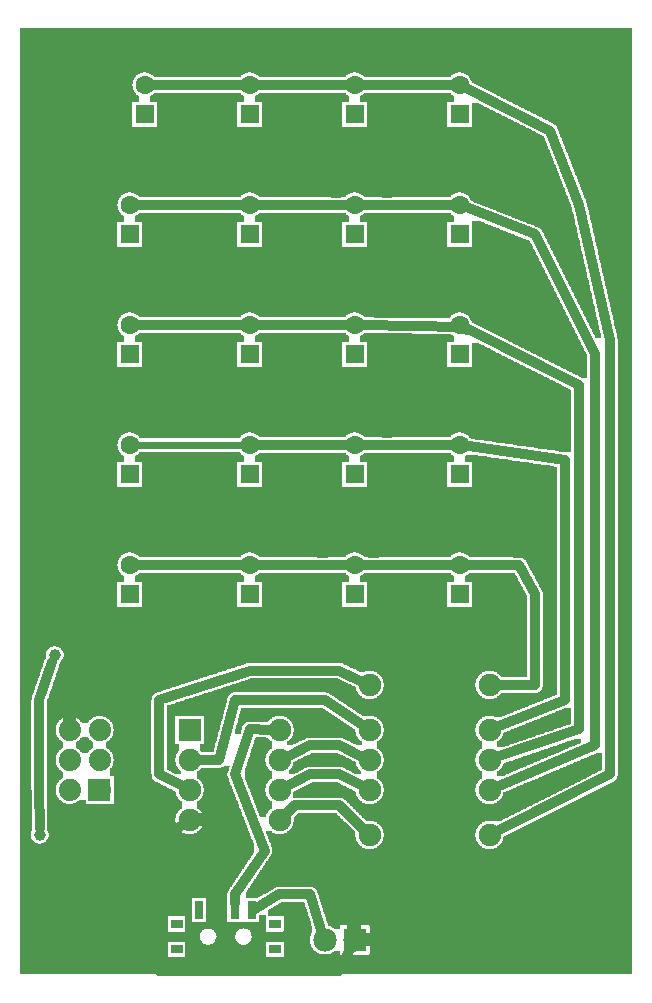
<source format=gtl>
G04 MADE WITH FRITZING*
G04 WWW.FRITZING.ORG*
G04 DOUBLE SIDED*
G04 HOLES PLATED*
G04 CONTOUR ON CENTER OF CONTOUR VECTOR*
%ASAXBY*%
%FSLAX23Y23*%
%MOIN*%
%OFA0B0*%
%SFA1.0B1.0*%
%ADD10C,0.075000*%
%ADD11C,0.078000*%
%ADD12C,0.074000*%
%ADD13C,0.039370*%
%ADD14C,0.062992*%
%ADD15R,0.075000X0.075000*%
%ADD16R,0.078000X0.078000*%
%ADD17R,0.039370X0.031496*%
%ADD18R,0.027559X0.059055*%
%ADD19R,0.062992X0.062992*%
%ADD20C,0.032000*%
%ADD21C,0.024000*%
%ADD22R,0.001000X0.001000*%
%LNCOPPER1*%
G90*
G70*
G54D10*
X123Y3112D03*
X604Y855D03*
X904Y855D03*
X604Y755D03*
X904Y755D03*
X604Y655D03*
X904Y655D03*
X604Y555D03*
X904Y555D03*
G54D11*
X1154Y155D03*
X1054Y155D03*
G54D12*
X304Y655D03*
X204Y655D03*
X304Y755D03*
X204Y755D03*
X304Y855D03*
X204Y855D03*
X304Y655D03*
X204Y655D03*
X304Y755D03*
X204Y755D03*
X304Y855D03*
X204Y855D03*
G54D13*
X154Y1105D03*
X104Y505D03*
G54D14*
X1504Y1307D03*
X1504Y1405D03*
X1154Y1307D03*
X1154Y1405D03*
X804Y1307D03*
X804Y1405D03*
X404Y1307D03*
X404Y1405D03*
X1504Y1707D03*
X1504Y1805D03*
X1154Y1707D03*
X1154Y1805D03*
X804Y1707D03*
X804Y1805D03*
X404Y1707D03*
X404Y1805D03*
X1504Y2107D03*
X1504Y2205D03*
X1154Y2107D03*
X1154Y2205D03*
X804Y2107D03*
X804Y2205D03*
X404Y2107D03*
X404Y2205D03*
X1504Y2507D03*
X1504Y2605D03*
X1154Y2507D03*
X1154Y2605D03*
X804Y2507D03*
X804Y2605D03*
X404Y2507D03*
X404Y2605D03*
X1504Y2907D03*
X1504Y3005D03*
X1154Y2907D03*
X1154Y3005D03*
X804Y2907D03*
X804Y3005D03*
X454Y2907D03*
X454Y3005D03*
G54D10*
X1604Y1005D03*
X1204Y1005D03*
X1604Y855D03*
X1204Y855D03*
X1604Y755D03*
X1204Y755D03*
X1604Y655D03*
X1204Y655D03*
X1604Y505D03*
X1204Y505D03*
G54D15*
X604Y855D03*
G54D16*
X1154Y155D03*
G54D17*
X561Y210D03*
X561Y124D03*
X888Y124D03*
X888Y210D03*
G54D18*
X636Y255D03*
X754Y255D03*
X813Y255D03*
G54D19*
X1504Y1307D03*
X1154Y1307D03*
X804Y1307D03*
X404Y1307D03*
X1504Y1707D03*
X1154Y1707D03*
X804Y1707D03*
X404Y1707D03*
X1504Y2107D03*
X1154Y2107D03*
X804Y2107D03*
X404Y2107D03*
X1504Y2507D03*
X1154Y2507D03*
X804Y2507D03*
X404Y2507D03*
X1504Y2907D03*
X1154Y2907D03*
X804Y2907D03*
X454Y2907D03*
G54D20*
X772Y2205D02*
X437Y2205D01*
D02*
X1472Y2605D02*
X1254Y2604D01*
D02*
X1254Y2604D02*
X1187Y2605D01*
D02*
X1122Y2605D02*
X1103Y2604D01*
D02*
X1103Y2604D02*
X837Y2605D01*
D02*
X772Y2605D02*
X437Y2605D01*
G54D21*
D02*
X777Y1805D02*
X431Y1805D01*
G54D20*
D02*
X1122Y1805D02*
X837Y1805D01*
D02*
X1187Y2205D02*
X1512Y2200D01*
D02*
X1512Y2200D02*
X1530Y2187D01*
D02*
X837Y2205D02*
X1122Y2205D01*
D02*
X1472Y1405D02*
X1205Y1404D01*
D02*
X1205Y1404D02*
X1187Y1405D01*
D02*
X1122Y1405D02*
X1054Y1404D01*
D02*
X1054Y1404D02*
X837Y1405D01*
D02*
X772Y1405D02*
X437Y1405D01*
D02*
X1472Y1805D02*
X1254Y1804D01*
D02*
X1254Y1804D02*
X1187Y1805D01*
D02*
X1756Y1004D02*
X1638Y1005D01*
D02*
X1703Y1404D02*
X1756Y1307D01*
D02*
X1756Y1155D02*
X1756Y1004D01*
D02*
X1756Y1307D02*
X1756Y1155D01*
D02*
X1537Y1405D02*
X1703Y1404D01*
D02*
X1805Y2853D02*
X1903Y2604D01*
D02*
X1756Y2507D02*
X1956Y2107D01*
D02*
X1903Y2604D02*
X2005Y2155D01*
D02*
X1903Y858D02*
X1636Y767D01*
D02*
X1956Y1355D02*
X1956Y804D01*
D02*
X1956Y804D02*
X1636Y669D01*
D02*
X1956Y2107D02*
X1956Y1355D01*
D02*
X1534Y2594D02*
X1756Y2507D01*
D02*
X2005Y707D02*
X1635Y521D01*
D02*
X2005Y2155D02*
X2005Y707D01*
D02*
X1533Y2991D02*
X1805Y2853D01*
D02*
X1903Y2004D02*
X1903Y858D01*
D02*
X1533Y2191D02*
X1903Y2004D01*
D02*
X703Y755D02*
X638Y755D01*
D02*
X756Y955D02*
X703Y755D01*
D02*
X1854Y955D02*
X1636Y868D01*
D02*
X1854Y1755D02*
X1854Y955D01*
D02*
X1536Y1801D02*
X1854Y1755D01*
D02*
X956Y604D02*
X929Y579D01*
D02*
X1103Y604D02*
X956Y604D01*
D02*
X1005Y707D02*
X935Y671D01*
D02*
X1174Y671D02*
X1103Y707D01*
D02*
X1103Y707D02*
X1005Y707D01*
D02*
X1005Y804D02*
X935Y770D01*
D02*
X1173Y770D02*
X1103Y804D01*
D02*
X1103Y804D02*
X1005Y804D01*
D02*
X1176Y874D02*
X1054Y955D01*
D02*
X1054Y955D02*
X756Y955D01*
D02*
X1103Y1053D02*
X805Y1053D01*
D02*
X805Y1053D02*
X503Y955D01*
D02*
X503Y707D02*
X574Y671D01*
D02*
X503Y955D02*
X503Y707D01*
D02*
X1173Y1020D02*
X1103Y1053D01*
D02*
X1180Y529D02*
X1103Y604D01*
D02*
X103Y658D02*
X104Y530D01*
D02*
X103Y955D02*
X103Y658D01*
D02*
X146Y1082D02*
X103Y955D01*
D02*
X903Y307D02*
X821Y260D01*
D02*
X503Y53D02*
X405Y155D01*
D02*
X1043Y189D02*
X1005Y307D01*
D02*
X1005Y307D02*
X903Y307D01*
D02*
X405Y404D02*
X577Y535D01*
D02*
X1103Y53D02*
X503Y53D01*
D02*
X405Y155D02*
X405Y404D01*
D02*
X756Y707D02*
X805Y858D01*
D02*
X854Y453D02*
X756Y707D01*
D02*
X805Y858D02*
X870Y856D01*
D02*
X756Y307D02*
X854Y453D01*
D02*
X755Y279D02*
X756Y307D01*
D02*
X1138Y124D02*
X1103Y53D01*
D02*
X1472Y3005D02*
X1187Y3005D01*
D02*
X1122Y3005D02*
X837Y3005D01*
D02*
X772Y3005D02*
X487Y3005D01*
G36*
X776Y929D02*
X776Y925D01*
X774Y925D01*
X774Y917D01*
X772Y917D01*
X772Y909D01*
X770Y909D01*
X770Y903D01*
X910Y903D01*
X910Y901D01*
X918Y901D01*
X918Y899D01*
X924Y899D01*
X924Y897D01*
X928Y897D01*
X928Y895D01*
X930Y895D01*
X930Y893D01*
X934Y893D01*
X934Y891D01*
X936Y891D01*
X936Y889D01*
X938Y889D01*
X938Y887D01*
X940Y887D01*
X940Y885D01*
X942Y885D01*
X942Y883D01*
X944Y883D01*
X944Y879D01*
X946Y879D01*
X946Y875D01*
X948Y875D01*
X948Y869D01*
X950Y869D01*
X950Y861D01*
X952Y861D01*
X952Y849D01*
X950Y849D01*
X950Y841D01*
X948Y841D01*
X948Y835D01*
X946Y835D01*
X946Y831D01*
X944Y831D01*
X944Y829D01*
X1112Y829D01*
X1112Y827D01*
X1116Y827D01*
X1116Y825D01*
X1122Y825D01*
X1122Y823D01*
X1126Y823D01*
X1126Y821D01*
X1130Y821D01*
X1130Y819D01*
X1134Y819D01*
X1134Y817D01*
X1138Y817D01*
X1138Y815D01*
X1142Y815D01*
X1142Y813D01*
X1146Y813D01*
X1146Y811D01*
X1150Y811D01*
X1150Y809D01*
X1154Y809D01*
X1154Y807D01*
X1158Y807D01*
X1158Y805D01*
X1178Y805D01*
X1178Y817D01*
X1174Y817D01*
X1174Y819D01*
X1172Y819D01*
X1172Y821D01*
X1170Y821D01*
X1170Y823D01*
X1168Y823D01*
X1168Y825D01*
X1166Y825D01*
X1166Y829D01*
X1164Y829D01*
X1164Y831D01*
X1162Y831D01*
X1162Y835D01*
X1160Y835D01*
X1160Y841D01*
X1158Y841D01*
X1158Y849D01*
X1156Y849D01*
X1156Y857D01*
X1152Y857D01*
X1152Y859D01*
X1150Y859D01*
X1150Y861D01*
X1146Y861D01*
X1146Y863D01*
X1144Y863D01*
X1144Y865D01*
X1140Y865D01*
X1140Y867D01*
X1138Y867D01*
X1138Y869D01*
X1134Y869D01*
X1134Y871D01*
X1132Y871D01*
X1132Y873D01*
X1128Y873D01*
X1128Y875D01*
X1126Y875D01*
X1126Y877D01*
X1122Y877D01*
X1122Y879D01*
X1120Y879D01*
X1120Y881D01*
X1116Y881D01*
X1116Y883D01*
X1114Y883D01*
X1114Y885D01*
X1110Y885D01*
X1110Y887D01*
X1108Y887D01*
X1108Y889D01*
X1104Y889D01*
X1104Y891D01*
X1102Y891D01*
X1102Y893D01*
X1098Y893D01*
X1098Y895D01*
X1096Y895D01*
X1096Y897D01*
X1092Y897D01*
X1092Y899D01*
X1090Y899D01*
X1090Y901D01*
X1086Y901D01*
X1086Y903D01*
X1084Y903D01*
X1084Y905D01*
X1080Y905D01*
X1080Y907D01*
X1078Y907D01*
X1078Y909D01*
X1074Y909D01*
X1074Y911D01*
X1072Y911D01*
X1072Y913D01*
X1068Y913D01*
X1068Y915D01*
X1066Y915D01*
X1066Y917D01*
X1062Y917D01*
X1062Y919D01*
X1060Y919D01*
X1060Y921D01*
X1056Y921D01*
X1056Y923D01*
X1054Y923D01*
X1054Y925D01*
X1050Y925D01*
X1050Y927D01*
X1048Y927D01*
X1048Y929D01*
X776Y929D01*
G37*
D02*
G36*
X770Y903D02*
X770Y901D01*
X768Y901D01*
X768Y895D01*
X766Y895D01*
X766Y887D01*
X764Y887D01*
X764Y879D01*
X762Y879D01*
X762Y871D01*
X760Y871D01*
X760Y865D01*
X758Y865D01*
X758Y857D01*
X756Y857D01*
X756Y849D01*
X754Y849D01*
X754Y843D01*
X774Y843D01*
X774Y849D01*
X776Y849D01*
X776Y855D01*
X778Y855D01*
X778Y861D01*
X780Y861D01*
X780Y867D01*
X782Y867D01*
X782Y871D01*
X784Y871D01*
X784Y873D01*
X786Y873D01*
X786Y875D01*
X788Y875D01*
X788Y877D01*
X790Y877D01*
X790Y879D01*
X792Y879D01*
X792Y881D01*
X798Y881D01*
X798Y883D01*
X866Y883D01*
X866Y885D01*
X868Y885D01*
X868Y887D01*
X870Y887D01*
X870Y889D01*
X872Y889D01*
X872Y891D01*
X874Y891D01*
X874Y893D01*
X878Y893D01*
X878Y895D01*
X880Y895D01*
X880Y897D01*
X884Y897D01*
X884Y899D01*
X890Y899D01*
X890Y901D01*
X898Y901D01*
X898Y903D01*
X770Y903D01*
G37*
D02*
G36*
X944Y829D02*
X944Y827D01*
X942Y827D01*
X942Y825D01*
X940Y825D01*
X940Y823D01*
X938Y823D01*
X938Y821D01*
X936Y821D01*
X936Y819D01*
X934Y819D01*
X934Y817D01*
X930Y817D01*
X930Y815D01*
X928Y815D01*
X928Y805D01*
X950Y805D01*
X950Y807D01*
X954Y807D01*
X954Y809D01*
X958Y809D01*
X958Y811D01*
X962Y811D01*
X962Y813D01*
X966Y813D01*
X966Y815D01*
X970Y815D01*
X970Y817D01*
X974Y817D01*
X974Y819D01*
X978Y819D01*
X978Y821D01*
X982Y821D01*
X982Y823D01*
X988Y823D01*
X988Y825D01*
X992Y825D01*
X992Y827D01*
X996Y827D01*
X996Y829D01*
X944Y829D01*
G37*
D02*
G36*
X1856Y929D02*
X1856Y927D01*
X1852Y927D01*
X1852Y925D01*
X1846Y925D01*
X1846Y923D01*
X1842Y923D01*
X1842Y921D01*
X1836Y921D01*
X1836Y919D01*
X1832Y919D01*
X1832Y917D01*
X1826Y917D01*
X1826Y915D01*
X1822Y915D01*
X1822Y913D01*
X1816Y913D01*
X1816Y911D01*
X1812Y911D01*
X1812Y909D01*
X1806Y909D01*
X1806Y907D01*
X1802Y907D01*
X1802Y905D01*
X1796Y905D01*
X1796Y903D01*
X1792Y903D01*
X1792Y901D01*
X1786Y901D01*
X1786Y899D01*
X1782Y899D01*
X1782Y897D01*
X1776Y897D01*
X1776Y895D01*
X1772Y895D01*
X1772Y893D01*
X1766Y893D01*
X1766Y891D01*
X1762Y891D01*
X1762Y889D01*
X1756Y889D01*
X1756Y887D01*
X1752Y887D01*
X1752Y885D01*
X1746Y885D01*
X1746Y883D01*
X1742Y883D01*
X1742Y881D01*
X1736Y881D01*
X1736Y879D01*
X1732Y879D01*
X1732Y877D01*
X1726Y877D01*
X1726Y875D01*
X1722Y875D01*
X1722Y873D01*
X1716Y873D01*
X1716Y871D01*
X1712Y871D01*
X1712Y869D01*
X1706Y869D01*
X1706Y867D01*
X1702Y867D01*
X1702Y865D01*
X1696Y865D01*
X1696Y863D01*
X1692Y863D01*
X1692Y861D01*
X1686Y861D01*
X1686Y859D01*
X1682Y859D01*
X1682Y857D01*
X1676Y857D01*
X1676Y855D01*
X1672Y855D01*
X1672Y853D01*
X1666Y853D01*
X1666Y851D01*
X1662Y851D01*
X1662Y849D01*
X1656Y849D01*
X1656Y847D01*
X1652Y847D01*
X1652Y845D01*
X1650Y845D01*
X1650Y841D01*
X1648Y841D01*
X1648Y835D01*
X1646Y835D01*
X1646Y831D01*
X1644Y831D01*
X1644Y827D01*
X1642Y827D01*
X1642Y825D01*
X1640Y825D01*
X1640Y823D01*
X1638Y823D01*
X1638Y821D01*
X1636Y821D01*
X1636Y819D01*
X1634Y819D01*
X1634Y817D01*
X1630Y817D01*
X1630Y815D01*
X1628Y815D01*
X1628Y797D01*
X1650Y797D01*
X1650Y799D01*
X1656Y799D01*
X1656Y801D01*
X1662Y801D01*
X1662Y803D01*
X1668Y803D01*
X1668Y805D01*
X1672Y805D01*
X1672Y807D01*
X1678Y807D01*
X1678Y809D01*
X1684Y809D01*
X1684Y811D01*
X1690Y811D01*
X1690Y813D01*
X1696Y813D01*
X1696Y815D01*
X1702Y815D01*
X1702Y817D01*
X1708Y817D01*
X1708Y819D01*
X1714Y819D01*
X1714Y821D01*
X1720Y821D01*
X1720Y823D01*
X1726Y823D01*
X1726Y825D01*
X1732Y825D01*
X1732Y827D01*
X1738Y827D01*
X1738Y829D01*
X1744Y829D01*
X1744Y831D01*
X1748Y831D01*
X1748Y833D01*
X1754Y833D01*
X1754Y835D01*
X1760Y835D01*
X1760Y837D01*
X1766Y837D01*
X1766Y839D01*
X1772Y839D01*
X1772Y841D01*
X1778Y841D01*
X1778Y843D01*
X1784Y843D01*
X1784Y845D01*
X1790Y845D01*
X1790Y847D01*
X1796Y847D01*
X1796Y849D01*
X1802Y849D01*
X1802Y851D01*
X1808Y851D01*
X1808Y853D01*
X1814Y853D01*
X1814Y855D01*
X1820Y855D01*
X1820Y857D01*
X1824Y857D01*
X1824Y859D01*
X1830Y859D01*
X1830Y861D01*
X1836Y861D01*
X1836Y863D01*
X1842Y863D01*
X1842Y865D01*
X1848Y865D01*
X1848Y867D01*
X1854Y867D01*
X1854Y869D01*
X1860Y869D01*
X1860Y871D01*
X1866Y871D01*
X1866Y873D01*
X1872Y873D01*
X1872Y875D01*
X1876Y875D01*
X1876Y929D01*
X1856Y929D01*
G37*
D02*
G36*
X244Y833D02*
X244Y829D01*
X242Y829D01*
X242Y827D01*
X240Y827D01*
X240Y823D01*
X238Y823D01*
X238Y821D01*
X236Y821D01*
X236Y819D01*
X232Y819D01*
X232Y817D01*
X230Y817D01*
X230Y815D01*
X226Y815D01*
X226Y795D01*
X230Y795D01*
X230Y793D01*
X232Y793D01*
X232Y791D01*
X236Y791D01*
X236Y789D01*
X238Y789D01*
X238Y787D01*
X240Y787D01*
X240Y783D01*
X242Y783D01*
X242Y781D01*
X244Y781D01*
X244Y777D01*
X264Y777D01*
X264Y781D01*
X266Y781D01*
X266Y783D01*
X268Y783D01*
X268Y785D01*
X270Y785D01*
X270Y789D01*
X274Y789D01*
X274Y791D01*
X276Y791D01*
X276Y793D01*
X278Y793D01*
X278Y795D01*
X282Y795D01*
X282Y815D01*
X278Y815D01*
X278Y817D01*
X276Y817D01*
X276Y819D01*
X274Y819D01*
X274Y821D01*
X270Y821D01*
X270Y825D01*
X268Y825D01*
X268Y827D01*
X266Y827D01*
X266Y829D01*
X264Y829D01*
X264Y833D01*
X244Y833D01*
G37*
D02*
G36*
X824Y831D02*
X824Y827D01*
X822Y827D01*
X822Y821D01*
X820Y821D01*
X820Y815D01*
X818Y815D01*
X818Y809D01*
X816Y809D01*
X816Y803D01*
X814Y803D01*
X814Y797D01*
X812Y797D01*
X812Y791D01*
X810Y791D01*
X810Y785D01*
X808Y785D01*
X808Y779D01*
X806Y779D01*
X806Y773D01*
X804Y773D01*
X804Y765D01*
X802Y765D01*
X802Y759D01*
X800Y759D01*
X800Y753D01*
X798Y753D01*
X798Y747D01*
X796Y747D01*
X796Y741D01*
X794Y741D01*
X794Y735D01*
X792Y735D01*
X792Y729D01*
X790Y729D01*
X790Y723D01*
X788Y723D01*
X788Y693D01*
X790Y693D01*
X790Y689D01*
X792Y689D01*
X792Y683D01*
X794Y683D01*
X794Y679D01*
X796Y679D01*
X796Y673D01*
X798Y673D01*
X798Y667D01*
X800Y667D01*
X800Y663D01*
X802Y663D01*
X802Y657D01*
X804Y657D01*
X804Y653D01*
X806Y653D01*
X806Y647D01*
X808Y647D01*
X808Y641D01*
X810Y641D01*
X810Y637D01*
X812Y637D01*
X812Y631D01*
X814Y631D01*
X814Y627D01*
X816Y627D01*
X816Y621D01*
X818Y621D01*
X818Y615D01*
X820Y615D01*
X820Y611D01*
X822Y611D01*
X822Y605D01*
X824Y605D01*
X824Y601D01*
X826Y601D01*
X826Y595D01*
X828Y595D01*
X828Y591D01*
X830Y591D01*
X830Y585D01*
X832Y585D01*
X832Y579D01*
X834Y579D01*
X834Y575D01*
X836Y575D01*
X836Y569D01*
X838Y569D01*
X838Y565D01*
X858Y565D01*
X858Y569D01*
X860Y569D01*
X860Y575D01*
X862Y575D01*
X862Y579D01*
X864Y579D01*
X864Y581D01*
X866Y581D01*
X866Y585D01*
X868Y585D01*
X868Y587D01*
X870Y587D01*
X870Y589D01*
X872Y589D01*
X872Y591D01*
X874Y591D01*
X874Y593D01*
X878Y593D01*
X878Y595D01*
X880Y595D01*
X880Y615D01*
X878Y615D01*
X878Y617D01*
X874Y617D01*
X874Y619D01*
X872Y619D01*
X872Y621D01*
X870Y621D01*
X870Y623D01*
X868Y623D01*
X868Y625D01*
X866Y625D01*
X866Y629D01*
X864Y629D01*
X864Y631D01*
X862Y631D01*
X862Y635D01*
X860Y635D01*
X860Y641D01*
X858Y641D01*
X858Y649D01*
X856Y649D01*
X856Y661D01*
X858Y661D01*
X858Y669D01*
X860Y669D01*
X860Y675D01*
X862Y675D01*
X862Y679D01*
X864Y679D01*
X864Y681D01*
X866Y681D01*
X866Y685D01*
X868Y685D01*
X868Y687D01*
X870Y687D01*
X870Y689D01*
X872Y689D01*
X872Y691D01*
X874Y691D01*
X874Y693D01*
X878Y693D01*
X878Y695D01*
X880Y695D01*
X880Y715D01*
X878Y715D01*
X878Y717D01*
X874Y717D01*
X874Y719D01*
X872Y719D01*
X872Y721D01*
X870Y721D01*
X870Y723D01*
X868Y723D01*
X868Y725D01*
X866Y725D01*
X866Y729D01*
X864Y729D01*
X864Y731D01*
X862Y731D01*
X862Y735D01*
X860Y735D01*
X860Y741D01*
X858Y741D01*
X858Y749D01*
X856Y749D01*
X856Y761D01*
X858Y761D01*
X858Y769D01*
X860Y769D01*
X860Y775D01*
X862Y775D01*
X862Y779D01*
X864Y779D01*
X864Y781D01*
X866Y781D01*
X866Y785D01*
X868Y785D01*
X868Y787D01*
X870Y787D01*
X870Y789D01*
X872Y789D01*
X872Y791D01*
X874Y791D01*
X874Y793D01*
X878Y793D01*
X878Y795D01*
X880Y795D01*
X880Y815D01*
X878Y815D01*
X878Y817D01*
X874Y817D01*
X874Y819D01*
X872Y819D01*
X872Y821D01*
X870Y821D01*
X870Y823D01*
X868Y823D01*
X868Y825D01*
X866Y825D01*
X866Y829D01*
X860Y829D01*
X860Y831D01*
X824Y831D01*
G37*
D02*
G36*
X1886Y825D02*
X1886Y823D01*
X1880Y823D01*
X1880Y821D01*
X1874Y821D01*
X1874Y819D01*
X1868Y819D01*
X1868Y817D01*
X1862Y817D01*
X1862Y815D01*
X1856Y815D01*
X1856Y813D01*
X1852Y813D01*
X1852Y811D01*
X1846Y811D01*
X1846Y809D01*
X1840Y809D01*
X1840Y807D01*
X1834Y807D01*
X1834Y805D01*
X1828Y805D01*
X1828Y803D01*
X1822Y803D01*
X1822Y801D01*
X1816Y801D01*
X1816Y799D01*
X1810Y799D01*
X1810Y797D01*
X1804Y797D01*
X1804Y795D01*
X1798Y795D01*
X1798Y793D01*
X1792Y793D01*
X1792Y791D01*
X1786Y791D01*
X1786Y789D01*
X1780Y789D01*
X1780Y787D01*
X1776Y787D01*
X1776Y785D01*
X1770Y785D01*
X1770Y783D01*
X1764Y783D01*
X1764Y781D01*
X1758Y781D01*
X1758Y779D01*
X1752Y779D01*
X1752Y777D01*
X1746Y777D01*
X1746Y775D01*
X1740Y775D01*
X1740Y773D01*
X1734Y773D01*
X1734Y771D01*
X1728Y771D01*
X1728Y769D01*
X1722Y769D01*
X1722Y767D01*
X1716Y767D01*
X1716Y765D01*
X1710Y765D01*
X1710Y763D01*
X1704Y763D01*
X1704Y761D01*
X1700Y761D01*
X1700Y759D01*
X1694Y759D01*
X1694Y757D01*
X1688Y757D01*
X1688Y755D01*
X1682Y755D01*
X1682Y753D01*
X1676Y753D01*
X1676Y751D01*
X1670Y751D01*
X1670Y749D01*
X1664Y749D01*
X1664Y747D01*
X1658Y747D01*
X1658Y745D01*
X1652Y745D01*
X1652Y743D01*
X1650Y743D01*
X1650Y741D01*
X1648Y741D01*
X1648Y735D01*
X1646Y735D01*
X1646Y731D01*
X1644Y731D01*
X1644Y727D01*
X1642Y727D01*
X1642Y725D01*
X1640Y725D01*
X1640Y723D01*
X1638Y723D01*
X1638Y721D01*
X1636Y721D01*
X1636Y719D01*
X1634Y719D01*
X1634Y717D01*
X1630Y717D01*
X1630Y715D01*
X1628Y715D01*
X1628Y701D01*
X1648Y701D01*
X1648Y703D01*
X1654Y703D01*
X1654Y705D01*
X1658Y705D01*
X1658Y707D01*
X1662Y707D01*
X1662Y709D01*
X1668Y709D01*
X1668Y711D01*
X1672Y711D01*
X1672Y713D01*
X1676Y713D01*
X1676Y715D01*
X1682Y715D01*
X1682Y717D01*
X1686Y717D01*
X1686Y719D01*
X1692Y719D01*
X1692Y721D01*
X1696Y721D01*
X1696Y723D01*
X1700Y723D01*
X1700Y725D01*
X1706Y725D01*
X1706Y727D01*
X1710Y727D01*
X1710Y729D01*
X1714Y729D01*
X1714Y731D01*
X1720Y731D01*
X1720Y733D01*
X1724Y733D01*
X1724Y735D01*
X1728Y735D01*
X1728Y737D01*
X1734Y737D01*
X1734Y739D01*
X1738Y739D01*
X1738Y741D01*
X1744Y741D01*
X1744Y743D01*
X1748Y743D01*
X1748Y745D01*
X1752Y745D01*
X1752Y747D01*
X1758Y747D01*
X1758Y749D01*
X1762Y749D01*
X1762Y751D01*
X1766Y751D01*
X1766Y753D01*
X1772Y753D01*
X1772Y755D01*
X1776Y755D01*
X1776Y757D01*
X1780Y757D01*
X1780Y759D01*
X1786Y759D01*
X1786Y761D01*
X1790Y761D01*
X1790Y763D01*
X1796Y763D01*
X1796Y765D01*
X1800Y765D01*
X1800Y767D01*
X1804Y767D01*
X1804Y769D01*
X1810Y769D01*
X1810Y771D01*
X1814Y771D01*
X1814Y773D01*
X1818Y773D01*
X1818Y775D01*
X1824Y775D01*
X1824Y777D01*
X1828Y777D01*
X1828Y779D01*
X1834Y779D01*
X1834Y781D01*
X1838Y781D01*
X1838Y783D01*
X1842Y783D01*
X1842Y785D01*
X1848Y785D01*
X1848Y787D01*
X1852Y787D01*
X1852Y789D01*
X1856Y789D01*
X1856Y791D01*
X1862Y791D01*
X1862Y793D01*
X1866Y793D01*
X1866Y795D01*
X1870Y795D01*
X1870Y797D01*
X1876Y797D01*
X1876Y799D01*
X1880Y799D01*
X1880Y801D01*
X1886Y801D01*
X1886Y803D01*
X1890Y803D01*
X1890Y805D01*
X1894Y805D01*
X1894Y807D01*
X1900Y807D01*
X1900Y809D01*
X1904Y809D01*
X1904Y811D01*
X1908Y811D01*
X1908Y825D01*
X1886Y825D01*
G37*
D02*
G36*
X1008Y777D02*
X1008Y775D01*
X1004Y775D01*
X1004Y773D01*
X1000Y773D01*
X1000Y771D01*
X994Y771D01*
X994Y769D01*
X990Y769D01*
X990Y767D01*
X986Y767D01*
X986Y765D01*
X982Y765D01*
X982Y763D01*
X978Y763D01*
X978Y761D01*
X974Y761D01*
X974Y759D01*
X970Y759D01*
X970Y757D01*
X966Y757D01*
X966Y755D01*
X962Y755D01*
X962Y753D01*
X958Y753D01*
X958Y751D01*
X954Y751D01*
X954Y749D01*
X950Y749D01*
X950Y741D01*
X948Y741D01*
X948Y735D01*
X946Y735D01*
X946Y733D01*
X1106Y733D01*
X1106Y731D01*
X1114Y731D01*
X1114Y729D01*
X1118Y729D01*
X1118Y727D01*
X1122Y727D01*
X1122Y725D01*
X1126Y725D01*
X1126Y723D01*
X1130Y723D01*
X1130Y721D01*
X1134Y721D01*
X1134Y719D01*
X1138Y719D01*
X1138Y717D01*
X1142Y717D01*
X1142Y715D01*
X1146Y715D01*
X1146Y713D01*
X1150Y713D01*
X1150Y711D01*
X1152Y711D01*
X1152Y709D01*
X1174Y709D01*
X1174Y719D01*
X1172Y719D01*
X1172Y721D01*
X1170Y721D01*
X1170Y723D01*
X1168Y723D01*
X1168Y725D01*
X1166Y725D01*
X1166Y729D01*
X1164Y729D01*
X1164Y731D01*
X1162Y731D01*
X1162Y735D01*
X1160Y735D01*
X1160Y741D01*
X1158Y741D01*
X1158Y749D01*
X1154Y749D01*
X1154Y751D01*
X1150Y751D01*
X1150Y753D01*
X1146Y753D01*
X1146Y755D01*
X1142Y755D01*
X1142Y757D01*
X1138Y757D01*
X1138Y759D01*
X1134Y759D01*
X1134Y761D01*
X1130Y761D01*
X1130Y763D01*
X1126Y763D01*
X1126Y765D01*
X1122Y765D01*
X1122Y767D01*
X1118Y767D01*
X1118Y769D01*
X1114Y769D01*
X1114Y771D01*
X1110Y771D01*
X1110Y773D01*
X1106Y773D01*
X1106Y775D01*
X1100Y775D01*
X1100Y777D01*
X1008Y777D01*
G37*
D02*
G36*
X946Y733D02*
X946Y731D01*
X944Y731D01*
X944Y727D01*
X942Y727D01*
X942Y725D01*
X940Y725D01*
X940Y723D01*
X938Y723D01*
X938Y721D01*
X936Y721D01*
X936Y719D01*
X934Y719D01*
X934Y709D01*
X956Y709D01*
X956Y711D01*
X960Y711D01*
X960Y713D01*
X964Y713D01*
X964Y715D01*
X968Y715D01*
X968Y717D01*
X972Y717D01*
X972Y719D01*
X976Y719D01*
X976Y721D01*
X978Y721D01*
X978Y723D01*
X982Y723D01*
X982Y725D01*
X986Y725D01*
X986Y727D01*
X990Y727D01*
X990Y729D01*
X996Y729D01*
X996Y731D01*
X1004Y731D01*
X1004Y733D01*
X946Y733D01*
G37*
D02*
G36*
X40Y3195D02*
X40Y3047D01*
X1508Y3047D01*
X1508Y3045D01*
X1518Y3045D01*
X1518Y3043D01*
X1522Y3043D01*
X1522Y3041D01*
X1526Y3041D01*
X1526Y3039D01*
X1528Y3039D01*
X1528Y3037D01*
X1532Y3037D01*
X1532Y3035D01*
X1534Y3035D01*
X1534Y3033D01*
X1536Y3033D01*
X1536Y3029D01*
X1538Y3029D01*
X1538Y3027D01*
X1540Y3027D01*
X1540Y3023D01*
X1542Y3023D01*
X1542Y3019D01*
X1544Y3019D01*
X1544Y3013D01*
X1548Y3013D01*
X1548Y3011D01*
X1552Y3011D01*
X1552Y3009D01*
X1556Y3009D01*
X1556Y3007D01*
X1560Y3007D01*
X1560Y3005D01*
X1564Y3005D01*
X1564Y3003D01*
X1568Y3003D01*
X1568Y3001D01*
X1572Y3001D01*
X1572Y2999D01*
X1576Y2999D01*
X1576Y2997D01*
X1580Y2997D01*
X1580Y2995D01*
X1584Y2995D01*
X1584Y2993D01*
X1588Y2993D01*
X1588Y2991D01*
X1592Y2991D01*
X1592Y2989D01*
X1596Y2989D01*
X1596Y2987D01*
X1600Y2987D01*
X1600Y2985D01*
X1604Y2985D01*
X1604Y2983D01*
X1608Y2983D01*
X1608Y2981D01*
X1612Y2981D01*
X1612Y2979D01*
X1616Y2979D01*
X1616Y2977D01*
X1620Y2977D01*
X1620Y2975D01*
X1624Y2975D01*
X1624Y2973D01*
X1628Y2973D01*
X1628Y2971D01*
X1630Y2971D01*
X1630Y2969D01*
X1634Y2969D01*
X1634Y2967D01*
X1638Y2967D01*
X1638Y2965D01*
X1642Y2965D01*
X1642Y2963D01*
X1646Y2963D01*
X1646Y2961D01*
X1650Y2961D01*
X1650Y2959D01*
X1654Y2959D01*
X1654Y2957D01*
X1658Y2957D01*
X1658Y2955D01*
X1662Y2955D01*
X1662Y2953D01*
X1666Y2953D01*
X1666Y2951D01*
X1670Y2951D01*
X1670Y2949D01*
X1674Y2949D01*
X1674Y2947D01*
X1678Y2947D01*
X1678Y2945D01*
X1682Y2945D01*
X1682Y2943D01*
X1686Y2943D01*
X1686Y2941D01*
X1690Y2941D01*
X1690Y2939D01*
X1694Y2939D01*
X1694Y2937D01*
X1698Y2937D01*
X1698Y2935D01*
X1702Y2935D01*
X1702Y2933D01*
X1706Y2933D01*
X1706Y2931D01*
X1710Y2931D01*
X1710Y2929D01*
X1714Y2929D01*
X1714Y2927D01*
X1718Y2927D01*
X1718Y2925D01*
X1722Y2925D01*
X1722Y2923D01*
X1726Y2923D01*
X1726Y2921D01*
X1730Y2921D01*
X1730Y2919D01*
X1734Y2919D01*
X1734Y2917D01*
X1738Y2917D01*
X1738Y2915D01*
X1742Y2915D01*
X1742Y2913D01*
X1746Y2913D01*
X1746Y2911D01*
X1750Y2911D01*
X1750Y2909D01*
X1754Y2909D01*
X1754Y2907D01*
X1758Y2907D01*
X1758Y2905D01*
X1762Y2905D01*
X1762Y2903D01*
X1766Y2903D01*
X1766Y2901D01*
X1770Y2901D01*
X1770Y2899D01*
X1774Y2899D01*
X1774Y2897D01*
X1778Y2897D01*
X1778Y2895D01*
X1782Y2895D01*
X1782Y2893D01*
X1786Y2893D01*
X1786Y2891D01*
X1790Y2891D01*
X1790Y2889D01*
X1794Y2889D01*
X1794Y2887D01*
X1798Y2887D01*
X1798Y2885D01*
X1802Y2885D01*
X1802Y2883D01*
X1806Y2883D01*
X1806Y2881D01*
X1808Y2881D01*
X1808Y2879D01*
X1812Y2879D01*
X1812Y2877D01*
X1816Y2877D01*
X1816Y2875D01*
X1820Y2875D01*
X1820Y2873D01*
X1822Y2873D01*
X1822Y2871D01*
X1824Y2871D01*
X1824Y2869D01*
X1826Y2869D01*
X1826Y2867D01*
X1828Y2867D01*
X1828Y2863D01*
X1830Y2863D01*
X1830Y2859D01*
X1832Y2859D01*
X1832Y2853D01*
X1834Y2853D01*
X1834Y2849D01*
X1836Y2849D01*
X1836Y2843D01*
X1838Y2843D01*
X1838Y2837D01*
X1840Y2837D01*
X1840Y2833D01*
X1842Y2833D01*
X1842Y2827D01*
X1844Y2827D01*
X1844Y2823D01*
X1846Y2823D01*
X1846Y2817D01*
X1848Y2817D01*
X1848Y2813D01*
X1850Y2813D01*
X1850Y2807D01*
X1852Y2807D01*
X1852Y2803D01*
X1854Y2803D01*
X1854Y2797D01*
X1856Y2797D01*
X1856Y2793D01*
X1858Y2793D01*
X1858Y2787D01*
X1860Y2787D01*
X1860Y2781D01*
X1862Y2781D01*
X1862Y2777D01*
X1864Y2777D01*
X1864Y2771D01*
X1866Y2771D01*
X1866Y2767D01*
X1868Y2767D01*
X1868Y2761D01*
X1870Y2761D01*
X1870Y2757D01*
X1872Y2757D01*
X1872Y2751D01*
X1874Y2751D01*
X1874Y2747D01*
X1876Y2747D01*
X1876Y2741D01*
X1878Y2741D01*
X1878Y2737D01*
X1880Y2737D01*
X1880Y2731D01*
X1882Y2731D01*
X1882Y2725D01*
X1884Y2725D01*
X1884Y2721D01*
X1886Y2721D01*
X1886Y2715D01*
X1888Y2715D01*
X1888Y2711D01*
X1890Y2711D01*
X1890Y2705D01*
X1892Y2705D01*
X1892Y2701D01*
X1894Y2701D01*
X1894Y2695D01*
X1896Y2695D01*
X1896Y2691D01*
X1898Y2691D01*
X1898Y2685D01*
X1900Y2685D01*
X1900Y2681D01*
X1902Y2681D01*
X1902Y2675D01*
X1904Y2675D01*
X1904Y2669D01*
X1906Y2669D01*
X1906Y2665D01*
X1908Y2665D01*
X1908Y2659D01*
X1910Y2659D01*
X1910Y2655D01*
X1912Y2655D01*
X1912Y2649D01*
X1914Y2649D01*
X1914Y2645D01*
X1916Y2645D01*
X1916Y2639D01*
X1918Y2639D01*
X1918Y2635D01*
X1920Y2635D01*
X1920Y2629D01*
X1922Y2629D01*
X1922Y2625D01*
X1924Y2625D01*
X1924Y2619D01*
X1926Y2619D01*
X1926Y2613D01*
X1928Y2613D01*
X1928Y2607D01*
X1930Y2607D01*
X1930Y2597D01*
X1932Y2597D01*
X1932Y2589D01*
X1934Y2589D01*
X1934Y2581D01*
X1936Y2581D01*
X1936Y2571D01*
X1938Y2571D01*
X1938Y2563D01*
X1940Y2563D01*
X1940Y2555D01*
X1942Y2555D01*
X1942Y2545D01*
X1944Y2545D01*
X1944Y2537D01*
X1946Y2537D01*
X1946Y2527D01*
X1948Y2527D01*
X1948Y2519D01*
X1950Y2519D01*
X1950Y2511D01*
X1952Y2511D01*
X1952Y2501D01*
X1954Y2501D01*
X1954Y2493D01*
X1956Y2493D01*
X1956Y2483D01*
X1958Y2483D01*
X1958Y2475D01*
X1960Y2475D01*
X1960Y2467D01*
X1962Y2467D01*
X1962Y2457D01*
X1964Y2457D01*
X1964Y2449D01*
X1966Y2449D01*
X1966Y2439D01*
X1968Y2439D01*
X1968Y2431D01*
X1970Y2431D01*
X1970Y2423D01*
X1972Y2423D01*
X1972Y2413D01*
X1974Y2413D01*
X1974Y2405D01*
X1976Y2405D01*
X1976Y2395D01*
X1978Y2395D01*
X1978Y2387D01*
X1980Y2387D01*
X1980Y2379D01*
X1982Y2379D01*
X1982Y2369D01*
X1984Y2369D01*
X1984Y2361D01*
X1986Y2361D01*
X1986Y2353D01*
X1988Y2353D01*
X1988Y2343D01*
X1990Y2343D01*
X1990Y2335D01*
X1992Y2335D01*
X1992Y2325D01*
X1994Y2325D01*
X1994Y2317D01*
X1996Y2317D01*
X1996Y2309D01*
X1998Y2309D01*
X1998Y2299D01*
X2000Y2299D01*
X2000Y2291D01*
X2002Y2291D01*
X2002Y2281D01*
X2004Y2281D01*
X2004Y2273D01*
X2006Y2273D01*
X2006Y2265D01*
X2008Y2265D01*
X2008Y2255D01*
X2010Y2255D01*
X2010Y2247D01*
X2012Y2247D01*
X2012Y2237D01*
X2014Y2237D01*
X2014Y2229D01*
X2016Y2229D01*
X2016Y2221D01*
X2018Y2221D01*
X2018Y2211D01*
X2020Y2211D01*
X2020Y2203D01*
X2022Y2203D01*
X2022Y2193D01*
X2024Y2193D01*
X2024Y2185D01*
X2026Y2185D01*
X2026Y2177D01*
X2028Y2177D01*
X2028Y2167D01*
X2030Y2167D01*
X2030Y2157D01*
X2032Y2157D01*
X2032Y703D01*
X2030Y703D01*
X2030Y695D01*
X2028Y695D01*
X2028Y691D01*
X2026Y691D01*
X2026Y689D01*
X2024Y689D01*
X2024Y687D01*
X2022Y687D01*
X2022Y685D01*
X2018Y685D01*
X2018Y683D01*
X2016Y683D01*
X2016Y681D01*
X2012Y681D01*
X2012Y679D01*
X2008Y679D01*
X2008Y677D01*
X2004Y677D01*
X2004Y675D01*
X2000Y675D01*
X2000Y673D01*
X1996Y673D01*
X1996Y671D01*
X1992Y671D01*
X1992Y669D01*
X1988Y669D01*
X1988Y667D01*
X1984Y667D01*
X1984Y665D01*
X1980Y665D01*
X1980Y663D01*
X1976Y663D01*
X1976Y661D01*
X1972Y661D01*
X1972Y659D01*
X1968Y659D01*
X1968Y657D01*
X1964Y657D01*
X1964Y655D01*
X1960Y655D01*
X1960Y653D01*
X1956Y653D01*
X1956Y651D01*
X1952Y651D01*
X1952Y649D01*
X1948Y649D01*
X1948Y647D01*
X1944Y647D01*
X1944Y645D01*
X1940Y645D01*
X1940Y643D01*
X1936Y643D01*
X1936Y641D01*
X1932Y641D01*
X1932Y639D01*
X1928Y639D01*
X1928Y637D01*
X1924Y637D01*
X1924Y635D01*
X1920Y635D01*
X1920Y633D01*
X1916Y633D01*
X1916Y631D01*
X1912Y631D01*
X1912Y629D01*
X1908Y629D01*
X1908Y627D01*
X1904Y627D01*
X1904Y625D01*
X1900Y625D01*
X1900Y623D01*
X1896Y623D01*
X1896Y621D01*
X1892Y621D01*
X1892Y619D01*
X1888Y619D01*
X1888Y617D01*
X1884Y617D01*
X1884Y615D01*
X1880Y615D01*
X1880Y613D01*
X1876Y613D01*
X1876Y611D01*
X1872Y611D01*
X1872Y609D01*
X1868Y609D01*
X1868Y607D01*
X1864Y607D01*
X1864Y605D01*
X1860Y605D01*
X1860Y603D01*
X1856Y603D01*
X1856Y601D01*
X1852Y601D01*
X1852Y599D01*
X1848Y599D01*
X1848Y597D01*
X1844Y597D01*
X1844Y595D01*
X1840Y595D01*
X1840Y593D01*
X1836Y593D01*
X1836Y591D01*
X1832Y591D01*
X1832Y589D01*
X1828Y589D01*
X1828Y587D01*
X1824Y587D01*
X1824Y585D01*
X1820Y585D01*
X1820Y583D01*
X1816Y583D01*
X1816Y581D01*
X1812Y581D01*
X1812Y579D01*
X1808Y579D01*
X1808Y577D01*
X1804Y577D01*
X1804Y575D01*
X1800Y575D01*
X1800Y573D01*
X1796Y573D01*
X1796Y571D01*
X1792Y571D01*
X1792Y569D01*
X1788Y569D01*
X1788Y567D01*
X1784Y567D01*
X1784Y565D01*
X1780Y565D01*
X1780Y563D01*
X1776Y563D01*
X1776Y561D01*
X1772Y561D01*
X1772Y559D01*
X1768Y559D01*
X1768Y557D01*
X1764Y557D01*
X1764Y555D01*
X1760Y555D01*
X1760Y553D01*
X1756Y553D01*
X1756Y551D01*
X1752Y551D01*
X1752Y549D01*
X1748Y549D01*
X1748Y547D01*
X1744Y547D01*
X1744Y545D01*
X1740Y545D01*
X1740Y543D01*
X1736Y543D01*
X1736Y541D01*
X1732Y541D01*
X1732Y539D01*
X1728Y539D01*
X1728Y537D01*
X1724Y537D01*
X1724Y535D01*
X1720Y535D01*
X1720Y533D01*
X1716Y533D01*
X1716Y531D01*
X1712Y531D01*
X1712Y529D01*
X1708Y529D01*
X1708Y527D01*
X1704Y527D01*
X1704Y525D01*
X1700Y525D01*
X1700Y523D01*
X1696Y523D01*
X1696Y521D01*
X1692Y521D01*
X1692Y519D01*
X1688Y519D01*
X1688Y517D01*
X1684Y517D01*
X1684Y515D01*
X1680Y515D01*
X1680Y513D01*
X1676Y513D01*
X1676Y511D01*
X1672Y511D01*
X1672Y509D01*
X1668Y509D01*
X1668Y507D01*
X1664Y507D01*
X1664Y505D01*
X1660Y505D01*
X1660Y503D01*
X1656Y503D01*
X1656Y501D01*
X1652Y501D01*
X1652Y499D01*
X1650Y499D01*
X1650Y491D01*
X1648Y491D01*
X1648Y485D01*
X1646Y485D01*
X1646Y481D01*
X1644Y481D01*
X1644Y477D01*
X1642Y477D01*
X1642Y475D01*
X1640Y475D01*
X1640Y473D01*
X1638Y473D01*
X1638Y471D01*
X1636Y471D01*
X1636Y469D01*
X1634Y469D01*
X1634Y467D01*
X1630Y467D01*
X1630Y465D01*
X1628Y465D01*
X1628Y463D01*
X1624Y463D01*
X1624Y461D01*
X1618Y461D01*
X1618Y459D01*
X1610Y459D01*
X1610Y457D01*
X2078Y457D01*
X2078Y3195D01*
X40Y3195D01*
G37*
D02*
G36*
X40Y3047D02*
X40Y2865D01*
X412Y2865D01*
X412Y2947D01*
X414Y2947D01*
X414Y2949D01*
X436Y2949D01*
X436Y2969D01*
X432Y2969D01*
X432Y2971D01*
X430Y2971D01*
X430Y2973D01*
X426Y2973D01*
X426Y2975D01*
X424Y2975D01*
X424Y2977D01*
X422Y2977D01*
X422Y2981D01*
X420Y2981D01*
X420Y2983D01*
X418Y2983D01*
X418Y2987D01*
X416Y2987D01*
X416Y2991D01*
X414Y2991D01*
X414Y3001D01*
X412Y3001D01*
X412Y3009D01*
X414Y3009D01*
X414Y3019D01*
X416Y3019D01*
X416Y3023D01*
X418Y3023D01*
X418Y3027D01*
X420Y3027D01*
X420Y3029D01*
X422Y3029D01*
X422Y3033D01*
X424Y3033D01*
X424Y3035D01*
X426Y3035D01*
X426Y3037D01*
X430Y3037D01*
X430Y3039D01*
X432Y3039D01*
X432Y3041D01*
X436Y3041D01*
X436Y3043D01*
X440Y3043D01*
X440Y3045D01*
X450Y3045D01*
X450Y3047D01*
X40Y3047D01*
G37*
D02*
G36*
X458Y3047D02*
X458Y3045D01*
X468Y3045D01*
X468Y3043D01*
X472Y3043D01*
X472Y3041D01*
X476Y3041D01*
X476Y3039D01*
X478Y3039D01*
X478Y3037D01*
X482Y3037D01*
X482Y3035D01*
X484Y3035D01*
X484Y3033D01*
X486Y3033D01*
X486Y3031D01*
X772Y3031D01*
X772Y3033D01*
X774Y3033D01*
X774Y3035D01*
X776Y3035D01*
X776Y3037D01*
X780Y3037D01*
X780Y3039D01*
X782Y3039D01*
X782Y3041D01*
X786Y3041D01*
X786Y3043D01*
X790Y3043D01*
X790Y3045D01*
X800Y3045D01*
X800Y3047D01*
X458Y3047D01*
G37*
D02*
G36*
X808Y3047D02*
X808Y3045D01*
X818Y3045D01*
X818Y3043D01*
X822Y3043D01*
X822Y3041D01*
X826Y3041D01*
X826Y3039D01*
X828Y3039D01*
X828Y3037D01*
X832Y3037D01*
X832Y3035D01*
X834Y3035D01*
X834Y3033D01*
X836Y3033D01*
X836Y3031D01*
X1122Y3031D01*
X1122Y3033D01*
X1124Y3033D01*
X1124Y3035D01*
X1126Y3035D01*
X1126Y3037D01*
X1130Y3037D01*
X1130Y3039D01*
X1132Y3039D01*
X1132Y3041D01*
X1136Y3041D01*
X1136Y3043D01*
X1140Y3043D01*
X1140Y3045D01*
X1150Y3045D01*
X1150Y3047D01*
X808Y3047D01*
G37*
D02*
G36*
X1158Y3047D02*
X1158Y3045D01*
X1168Y3045D01*
X1168Y3043D01*
X1172Y3043D01*
X1172Y3041D01*
X1176Y3041D01*
X1176Y3039D01*
X1178Y3039D01*
X1178Y3037D01*
X1182Y3037D01*
X1182Y3035D01*
X1184Y3035D01*
X1184Y3033D01*
X1186Y3033D01*
X1186Y3031D01*
X1472Y3031D01*
X1472Y3033D01*
X1474Y3033D01*
X1474Y3035D01*
X1476Y3035D01*
X1476Y3037D01*
X1480Y3037D01*
X1480Y3039D01*
X1482Y3039D01*
X1482Y3041D01*
X1486Y3041D01*
X1486Y3043D01*
X1490Y3043D01*
X1490Y3045D01*
X1500Y3045D01*
X1500Y3047D01*
X1158Y3047D01*
G37*
D02*
G36*
X486Y2979D02*
X486Y2977D01*
X484Y2977D01*
X484Y2975D01*
X482Y2975D01*
X482Y2973D01*
X478Y2973D01*
X478Y2971D01*
X476Y2971D01*
X476Y2969D01*
X472Y2969D01*
X472Y2949D01*
X494Y2949D01*
X494Y2947D01*
X496Y2947D01*
X496Y2865D01*
X762Y2865D01*
X762Y2947D01*
X764Y2947D01*
X764Y2949D01*
X786Y2949D01*
X786Y2969D01*
X782Y2969D01*
X782Y2971D01*
X780Y2971D01*
X780Y2973D01*
X776Y2973D01*
X776Y2975D01*
X774Y2975D01*
X774Y2977D01*
X772Y2977D01*
X772Y2979D01*
X486Y2979D01*
G37*
D02*
G36*
X836Y2979D02*
X836Y2977D01*
X834Y2977D01*
X834Y2975D01*
X832Y2975D01*
X832Y2973D01*
X828Y2973D01*
X828Y2971D01*
X826Y2971D01*
X826Y2969D01*
X822Y2969D01*
X822Y2949D01*
X844Y2949D01*
X844Y2947D01*
X846Y2947D01*
X846Y2865D01*
X1112Y2865D01*
X1112Y2947D01*
X1114Y2947D01*
X1114Y2949D01*
X1136Y2949D01*
X1136Y2969D01*
X1132Y2969D01*
X1132Y2971D01*
X1130Y2971D01*
X1130Y2973D01*
X1126Y2973D01*
X1126Y2975D01*
X1124Y2975D01*
X1124Y2977D01*
X1122Y2977D01*
X1122Y2979D01*
X836Y2979D01*
G37*
D02*
G36*
X1186Y2979D02*
X1186Y2977D01*
X1184Y2977D01*
X1184Y2975D01*
X1182Y2975D01*
X1182Y2973D01*
X1178Y2973D01*
X1178Y2971D01*
X1176Y2971D01*
X1176Y2969D01*
X1172Y2969D01*
X1172Y2949D01*
X1194Y2949D01*
X1194Y2947D01*
X1196Y2947D01*
X1196Y2865D01*
X1462Y2865D01*
X1462Y2947D01*
X1464Y2947D01*
X1464Y2949D01*
X1486Y2949D01*
X1486Y2969D01*
X1482Y2969D01*
X1482Y2971D01*
X1480Y2971D01*
X1480Y2973D01*
X1476Y2973D01*
X1476Y2975D01*
X1474Y2975D01*
X1474Y2977D01*
X1472Y2977D01*
X1472Y2979D01*
X1186Y2979D01*
G37*
D02*
G36*
X1546Y2945D02*
X1546Y2865D01*
X1722Y2865D01*
X1722Y2867D01*
X1718Y2867D01*
X1718Y2869D01*
X1714Y2869D01*
X1714Y2871D01*
X1710Y2871D01*
X1710Y2873D01*
X1706Y2873D01*
X1706Y2875D01*
X1702Y2875D01*
X1702Y2877D01*
X1698Y2877D01*
X1698Y2879D01*
X1694Y2879D01*
X1694Y2881D01*
X1690Y2881D01*
X1690Y2883D01*
X1686Y2883D01*
X1686Y2885D01*
X1682Y2885D01*
X1682Y2887D01*
X1678Y2887D01*
X1678Y2889D01*
X1674Y2889D01*
X1674Y2891D01*
X1670Y2891D01*
X1670Y2893D01*
X1666Y2893D01*
X1666Y2895D01*
X1662Y2895D01*
X1662Y2897D01*
X1658Y2897D01*
X1658Y2899D01*
X1654Y2899D01*
X1654Y2901D01*
X1650Y2901D01*
X1650Y2903D01*
X1646Y2903D01*
X1646Y2905D01*
X1642Y2905D01*
X1642Y2907D01*
X1638Y2907D01*
X1638Y2909D01*
X1634Y2909D01*
X1634Y2911D01*
X1630Y2911D01*
X1630Y2913D01*
X1626Y2913D01*
X1626Y2915D01*
X1622Y2915D01*
X1622Y2917D01*
X1618Y2917D01*
X1618Y2919D01*
X1614Y2919D01*
X1614Y2921D01*
X1610Y2921D01*
X1610Y2923D01*
X1606Y2923D01*
X1606Y2925D01*
X1602Y2925D01*
X1602Y2927D01*
X1598Y2927D01*
X1598Y2929D01*
X1594Y2929D01*
X1594Y2931D01*
X1590Y2931D01*
X1590Y2933D01*
X1586Y2933D01*
X1586Y2935D01*
X1582Y2935D01*
X1582Y2937D01*
X1578Y2937D01*
X1578Y2939D01*
X1576Y2939D01*
X1576Y2941D01*
X1572Y2941D01*
X1572Y2943D01*
X1568Y2943D01*
X1568Y2945D01*
X1546Y2945D01*
G37*
D02*
G36*
X40Y2865D02*
X40Y2863D01*
X1726Y2863D01*
X1726Y2865D01*
X40Y2865D01*
G37*
D02*
G36*
X40Y2865D02*
X40Y2863D01*
X1726Y2863D01*
X1726Y2865D01*
X40Y2865D01*
G37*
D02*
G36*
X40Y2865D02*
X40Y2863D01*
X1726Y2863D01*
X1726Y2865D01*
X40Y2865D01*
G37*
D02*
G36*
X40Y2865D02*
X40Y2863D01*
X1726Y2863D01*
X1726Y2865D01*
X40Y2865D01*
G37*
D02*
G36*
X40Y2865D02*
X40Y2863D01*
X1726Y2863D01*
X1726Y2865D01*
X40Y2865D01*
G37*
D02*
G36*
X40Y2863D02*
X40Y2647D01*
X1508Y2647D01*
X1508Y2645D01*
X1518Y2645D01*
X1518Y2643D01*
X1522Y2643D01*
X1522Y2641D01*
X1526Y2641D01*
X1526Y2639D01*
X1528Y2639D01*
X1528Y2637D01*
X1532Y2637D01*
X1532Y2635D01*
X1534Y2635D01*
X1534Y2633D01*
X1536Y2633D01*
X1536Y2629D01*
X1538Y2629D01*
X1538Y2627D01*
X1540Y2627D01*
X1540Y2623D01*
X1542Y2623D01*
X1542Y2619D01*
X1544Y2619D01*
X1544Y2617D01*
X1548Y2617D01*
X1548Y2615D01*
X1552Y2615D01*
X1552Y2613D01*
X1558Y2613D01*
X1558Y2611D01*
X1562Y2611D01*
X1562Y2609D01*
X1568Y2609D01*
X1568Y2607D01*
X1572Y2607D01*
X1572Y2605D01*
X1578Y2605D01*
X1578Y2603D01*
X1584Y2603D01*
X1584Y2601D01*
X1588Y2601D01*
X1588Y2599D01*
X1594Y2599D01*
X1594Y2597D01*
X1598Y2597D01*
X1598Y2595D01*
X1604Y2595D01*
X1604Y2593D01*
X1608Y2593D01*
X1608Y2591D01*
X1614Y2591D01*
X1614Y2589D01*
X1618Y2589D01*
X1618Y2587D01*
X1624Y2587D01*
X1624Y2585D01*
X1628Y2585D01*
X1628Y2583D01*
X1634Y2583D01*
X1634Y2581D01*
X1640Y2581D01*
X1640Y2579D01*
X1644Y2579D01*
X1644Y2577D01*
X1650Y2577D01*
X1650Y2575D01*
X1654Y2575D01*
X1654Y2573D01*
X1660Y2573D01*
X1660Y2571D01*
X1664Y2571D01*
X1664Y2569D01*
X1670Y2569D01*
X1670Y2567D01*
X1674Y2567D01*
X1674Y2565D01*
X1680Y2565D01*
X1680Y2563D01*
X1686Y2563D01*
X1686Y2561D01*
X1690Y2561D01*
X1690Y2559D01*
X1696Y2559D01*
X1696Y2557D01*
X1700Y2557D01*
X1700Y2555D01*
X1706Y2555D01*
X1706Y2553D01*
X1710Y2553D01*
X1710Y2551D01*
X1716Y2551D01*
X1716Y2549D01*
X1720Y2549D01*
X1720Y2547D01*
X1726Y2547D01*
X1726Y2545D01*
X1730Y2545D01*
X1730Y2543D01*
X1736Y2543D01*
X1736Y2541D01*
X1742Y2541D01*
X1742Y2539D01*
X1746Y2539D01*
X1746Y2537D01*
X1752Y2537D01*
X1752Y2535D01*
X1756Y2535D01*
X1756Y2533D01*
X1762Y2533D01*
X1762Y2531D01*
X1766Y2531D01*
X1766Y2529D01*
X1770Y2529D01*
X1770Y2527D01*
X1772Y2527D01*
X1772Y2525D01*
X1776Y2525D01*
X1776Y2521D01*
X1778Y2521D01*
X1778Y2519D01*
X1780Y2519D01*
X1780Y2515D01*
X1782Y2515D01*
X1782Y2511D01*
X1784Y2511D01*
X1784Y2507D01*
X1786Y2507D01*
X1786Y2503D01*
X1788Y2503D01*
X1788Y2499D01*
X1790Y2499D01*
X1790Y2495D01*
X1792Y2495D01*
X1792Y2491D01*
X1794Y2491D01*
X1794Y2487D01*
X1796Y2487D01*
X1796Y2483D01*
X1798Y2483D01*
X1798Y2479D01*
X1800Y2479D01*
X1800Y2475D01*
X1802Y2475D01*
X1802Y2471D01*
X1804Y2471D01*
X1804Y2467D01*
X1806Y2467D01*
X1806Y2463D01*
X1808Y2463D01*
X1808Y2459D01*
X1810Y2459D01*
X1810Y2455D01*
X1812Y2455D01*
X1812Y2451D01*
X1814Y2451D01*
X1814Y2447D01*
X1816Y2447D01*
X1816Y2443D01*
X1818Y2443D01*
X1818Y2439D01*
X1820Y2439D01*
X1820Y2435D01*
X1822Y2435D01*
X1822Y2431D01*
X1824Y2431D01*
X1824Y2427D01*
X1826Y2427D01*
X1826Y2423D01*
X1828Y2423D01*
X1828Y2419D01*
X1830Y2419D01*
X1830Y2415D01*
X1832Y2415D01*
X1832Y2411D01*
X1834Y2411D01*
X1834Y2407D01*
X1836Y2407D01*
X1836Y2403D01*
X1838Y2403D01*
X1838Y2399D01*
X1840Y2399D01*
X1840Y2395D01*
X1842Y2395D01*
X1842Y2391D01*
X1844Y2391D01*
X1844Y2387D01*
X1846Y2387D01*
X1846Y2383D01*
X1848Y2383D01*
X1848Y2379D01*
X1850Y2379D01*
X1850Y2375D01*
X1852Y2375D01*
X1852Y2371D01*
X1854Y2371D01*
X1854Y2367D01*
X1856Y2367D01*
X1856Y2363D01*
X1858Y2363D01*
X1858Y2359D01*
X1860Y2359D01*
X1860Y2355D01*
X1862Y2355D01*
X1862Y2351D01*
X1864Y2351D01*
X1864Y2347D01*
X1866Y2347D01*
X1866Y2343D01*
X1868Y2343D01*
X1868Y2339D01*
X1870Y2339D01*
X1870Y2335D01*
X1872Y2335D01*
X1872Y2331D01*
X1874Y2331D01*
X1874Y2327D01*
X1876Y2327D01*
X1876Y2323D01*
X1878Y2323D01*
X1878Y2319D01*
X1880Y2319D01*
X1880Y2315D01*
X1882Y2315D01*
X1882Y2311D01*
X1884Y2311D01*
X1884Y2307D01*
X1886Y2307D01*
X1886Y2303D01*
X1888Y2303D01*
X1888Y2299D01*
X1890Y2299D01*
X1890Y2295D01*
X1892Y2295D01*
X1892Y2291D01*
X1894Y2291D01*
X1894Y2287D01*
X1896Y2287D01*
X1896Y2283D01*
X1898Y2283D01*
X1898Y2279D01*
X1900Y2279D01*
X1900Y2275D01*
X1902Y2275D01*
X1902Y2271D01*
X1904Y2271D01*
X1904Y2267D01*
X1906Y2267D01*
X1906Y2263D01*
X1908Y2263D01*
X1908Y2259D01*
X1910Y2259D01*
X1910Y2255D01*
X1912Y2255D01*
X1912Y2251D01*
X1914Y2251D01*
X1914Y2247D01*
X1916Y2247D01*
X1916Y2243D01*
X1918Y2243D01*
X1918Y2239D01*
X1920Y2239D01*
X1920Y2235D01*
X1922Y2235D01*
X1922Y2231D01*
X1924Y2231D01*
X1924Y2227D01*
X1926Y2227D01*
X1926Y2223D01*
X1928Y2223D01*
X1928Y2219D01*
X1930Y2219D01*
X1930Y2215D01*
X1932Y2215D01*
X1932Y2211D01*
X1934Y2211D01*
X1934Y2207D01*
X1936Y2207D01*
X1936Y2203D01*
X1938Y2203D01*
X1938Y2199D01*
X1940Y2199D01*
X1940Y2195D01*
X1942Y2195D01*
X1942Y2191D01*
X1944Y2191D01*
X1944Y2187D01*
X1946Y2187D01*
X1946Y2183D01*
X1948Y2183D01*
X1948Y2179D01*
X1950Y2179D01*
X1950Y2175D01*
X1952Y2175D01*
X1952Y2171D01*
X1954Y2171D01*
X1954Y2167D01*
X1956Y2167D01*
X1956Y2163D01*
X1976Y2163D01*
X1976Y2171D01*
X1974Y2171D01*
X1974Y2179D01*
X1972Y2179D01*
X1972Y2189D01*
X1970Y2189D01*
X1970Y2197D01*
X1968Y2197D01*
X1968Y2205D01*
X1966Y2205D01*
X1966Y2215D01*
X1964Y2215D01*
X1964Y2223D01*
X1962Y2223D01*
X1962Y2233D01*
X1960Y2233D01*
X1960Y2241D01*
X1958Y2241D01*
X1958Y2249D01*
X1956Y2249D01*
X1956Y2259D01*
X1954Y2259D01*
X1954Y2267D01*
X1952Y2267D01*
X1952Y2275D01*
X1950Y2275D01*
X1950Y2285D01*
X1948Y2285D01*
X1948Y2293D01*
X1946Y2293D01*
X1946Y2303D01*
X1944Y2303D01*
X1944Y2311D01*
X1942Y2311D01*
X1942Y2319D01*
X1940Y2319D01*
X1940Y2329D01*
X1938Y2329D01*
X1938Y2337D01*
X1936Y2337D01*
X1936Y2347D01*
X1934Y2347D01*
X1934Y2355D01*
X1932Y2355D01*
X1932Y2363D01*
X1930Y2363D01*
X1930Y2373D01*
X1928Y2373D01*
X1928Y2381D01*
X1926Y2381D01*
X1926Y2391D01*
X1924Y2391D01*
X1924Y2399D01*
X1922Y2399D01*
X1922Y2407D01*
X1920Y2407D01*
X1920Y2417D01*
X1918Y2417D01*
X1918Y2425D01*
X1916Y2425D01*
X1916Y2435D01*
X1914Y2435D01*
X1914Y2443D01*
X1912Y2443D01*
X1912Y2451D01*
X1910Y2451D01*
X1910Y2461D01*
X1908Y2461D01*
X1908Y2469D01*
X1906Y2469D01*
X1906Y2479D01*
X1904Y2479D01*
X1904Y2487D01*
X1902Y2487D01*
X1902Y2495D01*
X1900Y2495D01*
X1900Y2505D01*
X1898Y2505D01*
X1898Y2513D01*
X1896Y2513D01*
X1896Y2521D01*
X1894Y2521D01*
X1894Y2531D01*
X1892Y2531D01*
X1892Y2539D01*
X1890Y2539D01*
X1890Y2549D01*
X1888Y2549D01*
X1888Y2557D01*
X1886Y2557D01*
X1886Y2565D01*
X1884Y2565D01*
X1884Y2575D01*
X1882Y2575D01*
X1882Y2583D01*
X1880Y2583D01*
X1880Y2593D01*
X1878Y2593D01*
X1878Y2599D01*
X1876Y2599D01*
X1876Y2605D01*
X1874Y2605D01*
X1874Y2609D01*
X1872Y2609D01*
X1872Y2615D01*
X1870Y2615D01*
X1870Y2619D01*
X1868Y2619D01*
X1868Y2625D01*
X1866Y2625D01*
X1866Y2629D01*
X1864Y2629D01*
X1864Y2635D01*
X1862Y2635D01*
X1862Y2639D01*
X1860Y2639D01*
X1860Y2645D01*
X1858Y2645D01*
X1858Y2649D01*
X1856Y2649D01*
X1856Y2655D01*
X1854Y2655D01*
X1854Y2661D01*
X1852Y2661D01*
X1852Y2665D01*
X1850Y2665D01*
X1850Y2671D01*
X1848Y2671D01*
X1848Y2675D01*
X1846Y2675D01*
X1846Y2681D01*
X1844Y2681D01*
X1844Y2685D01*
X1842Y2685D01*
X1842Y2691D01*
X1840Y2691D01*
X1840Y2695D01*
X1838Y2695D01*
X1838Y2701D01*
X1836Y2701D01*
X1836Y2705D01*
X1834Y2705D01*
X1834Y2711D01*
X1832Y2711D01*
X1832Y2717D01*
X1830Y2717D01*
X1830Y2721D01*
X1828Y2721D01*
X1828Y2727D01*
X1826Y2727D01*
X1826Y2731D01*
X1824Y2731D01*
X1824Y2737D01*
X1822Y2737D01*
X1822Y2741D01*
X1820Y2741D01*
X1820Y2747D01*
X1818Y2747D01*
X1818Y2751D01*
X1816Y2751D01*
X1816Y2757D01*
X1814Y2757D01*
X1814Y2761D01*
X1812Y2761D01*
X1812Y2767D01*
X1810Y2767D01*
X1810Y2773D01*
X1808Y2773D01*
X1808Y2777D01*
X1806Y2777D01*
X1806Y2783D01*
X1804Y2783D01*
X1804Y2787D01*
X1802Y2787D01*
X1802Y2793D01*
X1800Y2793D01*
X1800Y2797D01*
X1798Y2797D01*
X1798Y2803D01*
X1796Y2803D01*
X1796Y2807D01*
X1794Y2807D01*
X1794Y2813D01*
X1792Y2813D01*
X1792Y2817D01*
X1790Y2817D01*
X1790Y2823D01*
X1788Y2823D01*
X1788Y2829D01*
X1786Y2829D01*
X1786Y2833D01*
X1784Y2833D01*
X1784Y2835D01*
X1780Y2835D01*
X1780Y2837D01*
X1776Y2837D01*
X1776Y2839D01*
X1772Y2839D01*
X1772Y2841D01*
X1768Y2841D01*
X1768Y2843D01*
X1764Y2843D01*
X1764Y2845D01*
X1760Y2845D01*
X1760Y2847D01*
X1758Y2847D01*
X1758Y2849D01*
X1754Y2849D01*
X1754Y2851D01*
X1750Y2851D01*
X1750Y2853D01*
X1746Y2853D01*
X1746Y2855D01*
X1742Y2855D01*
X1742Y2857D01*
X1738Y2857D01*
X1738Y2859D01*
X1734Y2859D01*
X1734Y2861D01*
X1730Y2861D01*
X1730Y2863D01*
X40Y2863D01*
G37*
D02*
G36*
X40Y2647D02*
X40Y2465D01*
X362Y2465D01*
X362Y2547D01*
X364Y2547D01*
X364Y2549D01*
X386Y2549D01*
X386Y2569D01*
X382Y2569D01*
X382Y2571D01*
X380Y2571D01*
X380Y2573D01*
X376Y2573D01*
X376Y2575D01*
X374Y2575D01*
X374Y2577D01*
X372Y2577D01*
X372Y2581D01*
X370Y2581D01*
X370Y2583D01*
X368Y2583D01*
X368Y2587D01*
X366Y2587D01*
X366Y2591D01*
X364Y2591D01*
X364Y2601D01*
X362Y2601D01*
X362Y2609D01*
X364Y2609D01*
X364Y2619D01*
X366Y2619D01*
X366Y2623D01*
X368Y2623D01*
X368Y2627D01*
X370Y2627D01*
X370Y2629D01*
X372Y2629D01*
X372Y2633D01*
X374Y2633D01*
X374Y2635D01*
X376Y2635D01*
X376Y2637D01*
X380Y2637D01*
X380Y2639D01*
X382Y2639D01*
X382Y2641D01*
X386Y2641D01*
X386Y2643D01*
X390Y2643D01*
X390Y2645D01*
X400Y2645D01*
X400Y2647D01*
X40Y2647D01*
G37*
D02*
G36*
X408Y2647D02*
X408Y2645D01*
X418Y2645D01*
X418Y2643D01*
X422Y2643D01*
X422Y2641D01*
X426Y2641D01*
X426Y2639D01*
X428Y2639D01*
X428Y2637D01*
X432Y2637D01*
X432Y2635D01*
X434Y2635D01*
X434Y2633D01*
X436Y2633D01*
X436Y2631D01*
X772Y2631D01*
X772Y2633D01*
X774Y2633D01*
X774Y2635D01*
X776Y2635D01*
X776Y2637D01*
X780Y2637D01*
X780Y2639D01*
X782Y2639D01*
X782Y2641D01*
X786Y2641D01*
X786Y2643D01*
X790Y2643D01*
X790Y2645D01*
X800Y2645D01*
X800Y2647D01*
X408Y2647D01*
G37*
D02*
G36*
X808Y2647D02*
X808Y2645D01*
X818Y2645D01*
X818Y2643D01*
X822Y2643D01*
X822Y2641D01*
X826Y2641D01*
X826Y2639D01*
X828Y2639D01*
X828Y2637D01*
X832Y2637D01*
X832Y2635D01*
X834Y2635D01*
X834Y2633D01*
X836Y2633D01*
X836Y2631D01*
X1074Y2631D01*
X1074Y2629D01*
X1108Y2629D01*
X1108Y2631D01*
X1122Y2631D01*
X1122Y2633D01*
X1124Y2633D01*
X1124Y2635D01*
X1126Y2635D01*
X1126Y2637D01*
X1130Y2637D01*
X1130Y2639D01*
X1132Y2639D01*
X1132Y2641D01*
X1136Y2641D01*
X1136Y2643D01*
X1140Y2643D01*
X1140Y2645D01*
X1150Y2645D01*
X1150Y2647D01*
X808Y2647D01*
G37*
D02*
G36*
X1158Y2647D02*
X1158Y2645D01*
X1168Y2645D01*
X1168Y2643D01*
X1172Y2643D01*
X1172Y2641D01*
X1176Y2641D01*
X1176Y2639D01*
X1178Y2639D01*
X1178Y2637D01*
X1182Y2637D01*
X1182Y2635D01*
X1184Y2635D01*
X1184Y2633D01*
X1186Y2633D01*
X1186Y2631D01*
X1244Y2631D01*
X1244Y2629D01*
X1280Y2629D01*
X1280Y2631D01*
X1472Y2631D01*
X1472Y2633D01*
X1474Y2633D01*
X1474Y2635D01*
X1476Y2635D01*
X1476Y2637D01*
X1480Y2637D01*
X1480Y2639D01*
X1482Y2639D01*
X1482Y2641D01*
X1486Y2641D01*
X1486Y2643D01*
X1490Y2643D01*
X1490Y2645D01*
X1500Y2645D01*
X1500Y2647D01*
X1158Y2647D01*
G37*
D02*
G36*
X436Y2579D02*
X436Y2577D01*
X434Y2577D01*
X434Y2575D01*
X432Y2575D01*
X432Y2573D01*
X428Y2573D01*
X428Y2571D01*
X426Y2571D01*
X426Y2569D01*
X422Y2569D01*
X422Y2549D01*
X444Y2549D01*
X444Y2547D01*
X446Y2547D01*
X446Y2465D01*
X762Y2465D01*
X762Y2547D01*
X764Y2547D01*
X764Y2549D01*
X786Y2549D01*
X786Y2569D01*
X782Y2569D01*
X782Y2571D01*
X780Y2571D01*
X780Y2573D01*
X776Y2573D01*
X776Y2575D01*
X774Y2575D01*
X774Y2577D01*
X772Y2577D01*
X772Y2579D01*
X436Y2579D01*
G37*
D02*
G36*
X836Y2579D02*
X836Y2577D01*
X834Y2577D01*
X834Y2575D01*
X832Y2575D01*
X832Y2573D01*
X828Y2573D01*
X828Y2571D01*
X826Y2571D01*
X826Y2569D01*
X822Y2569D01*
X822Y2549D01*
X844Y2549D01*
X844Y2547D01*
X846Y2547D01*
X846Y2465D01*
X1112Y2465D01*
X1112Y2547D01*
X1114Y2547D01*
X1114Y2549D01*
X1136Y2549D01*
X1136Y2569D01*
X1132Y2569D01*
X1132Y2571D01*
X1130Y2571D01*
X1130Y2573D01*
X1126Y2573D01*
X1126Y2575D01*
X1124Y2575D01*
X1124Y2577D01*
X1068Y2577D01*
X1068Y2579D01*
X836Y2579D01*
G37*
D02*
G36*
X1186Y2579D02*
X1186Y2577D01*
X1242Y2577D01*
X1242Y2579D01*
X1186Y2579D01*
G37*
D02*
G36*
X1282Y2579D02*
X1282Y2577D01*
X1472Y2577D01*
X1472Y2579D01*
X1282Y2579D01*
G37*
D02*
G36*
X1184Y2577D02*
X1184Y2575D01*
X1474Y2575D01*
X1474Y2577D01*
X1184Y2577D01*
G37*
D02*
G36*
X1184Y2577D02*
X1184Y2575D01*
X1474Y2575D01*
X1474Y2577D01*
X1184Y2577D01*
G37*
D02*
G36*
X1182Y2575D02*
X1182Y2573D01*
X1178Y2573D01*
X1178Y2571D01*
X1176Y2571D01*
X1176Y2569D01*
X1172Y2569D01*
X1172Y2549D01*
X1194Y2549D01*
X1194Y2547D01*
X1196Y2547D01*
X1196Y2465D01*
X1462Y2465D01*
X1462Y2547D01*
X1464Y2547D01*
X1464Y2549D01*
X1486Y2549D01*
X1486Y2569D01*
X1482Y2569D01*
X1482Y2571D01*
X1480Y2571D01*
X1480Y2573D01*
X1476Y2573D01*
X1476Y2575D01*
X1182Y2575D01*
G37*
D02*
G36*
X1546Y2553D02*
X1546Y2465D01*
X1748Y2465D01*
X1748Y2467D01*
X1746Y2467D01*
X1746Y2471D01*
X1744Y2471D01*
X1744Y2475D01*
X1742Y2475D01*
X1742Y2479D01*
X1740Y2479D01*
X1740Y2483D01*
X1738Y2483D01*
X1738Y2485D01*
X1736Y2485D01*
X1736Y2487D01*
X1732Y2487D01*
X1732Y2489D01*
X1726Y2489D01*
X1726Y2491D01*
X1722Y2491D01*
X1722Y2493D01*
X1716Y2493D01*
X1716Y2495D01*
X1710Y2495D01*
X1710Y2497D01*
X1706Y2497D01*
X1706Y2499D01*
X1700Y2499D01*
X1700Y2501D01*
X1696Y2501D01*
X1696Y2503D01*
X1690Y2503D01*
X1690Y2505D01*
X1686Y2505D01*
X1686Y2507D01*
X1680Y2507D01*
X1680Y2509D01*
X1676Y2509D01*
X1676Y2511D01*
X1670Y2511D01*
X1670Y2513D01*
X1664Y2513D01*
X1664Y2515D01*
X1660Y2515D01*
X1660Y2517D01*
X1654Y2517D01*
X1654Y2519D01*
X1650Y2519D01*
X1650Y2521D01*
X1644Y2521D01*
X1644Y2523D01*
X1640Y2523D01*
X1640Y2525D01*
X1634Y2525D01*
X1634Y2527D01*
X1630Y2527D01*
X1630Y2529D01*
X1624Y2529D01*
X1624Y2531D01*
X1620Y2531D01*
X1620Y2533D01*
X1614Y2533D01*
X1614Y2535D01*
X1608Y2535D01*
X1608Y2537D01*
X1604Y2537D01*
X1604Y2539D01*
X1598Y2539D01*
X1598Y2541D01*
X1594Y2541D01*
X1594Y2543D01*
X1588Y2543D01*
X1588Y2545D01*
X1584Y2545D01*
X1584Y2547D01*
X1578Y2547D01*
X1578Y2549D01*
X1574Y2549D01*
X1574Y2551D01*
X1568Y2551D01*
X1568Y2553D01*
X1546Y2553D01*
G37*
D02*
G36*
X40Y2465D02*
X40Y2463D01*
X1748Y2463D01*
X1748Y2465D01*
X40Y2465D01*
G37*
D02*
G36*
X40Y2465D02*
X40Y2463D01*
X1748Y2463D01*
X1748Y2465D01*
X40Y2465D01*
G37*
D02*
G36*
X40Y2465D02*
X40Y2463D01*
X1748Y2463D01*
X1748Y2465D01*
X40Y2465D01*
G37*
D02*
G36*
X40Y2465D02*
X40Y2463D01*
X1748Y2463D01*
X1748Y2465D01*
X40Y2465D01*
G37*
D02*
G36*
X40Y2465D02*
X40Y2463D01*
X1748Y2463D01*
X1748Y2465D01*
X40Y2465D01*
G37*
D02*
G36*
X40Y2463D02*
X40Y2247D01*
X1508Y2247D01*
X1508Y2245D01*
X1518Y2245D01*
X1518Y2243D01*
X1522Y2243D01*
X1522Y2241D01*
X1526Y2241D01*
X1526Y2239D01*
X1528Y2239D01*
X1528Y2237D01*
X1532Y2237D01*
X1532Y2235D01*
X1534Y2235D01*
X1534Y2233D01*
X1536Y2233D01*
X1536Y2229D01*
X1538Y2229D01*
X1538Y2227D01*
X1540Y2227D01*
X1540Y2223D01*
X1542Y2223D01*
X1542Y2219D01*
X1544Y2219D01*
X1544Y2213D01*
X1548Y2213D01*
X1548Y2211D01*
X1552Y2211D01*
X1552Y2209D01*
X1556Y2209D01*
X1556Y2207D01*
X1560Y2207D01*
X1560Y2205D01*
X1564Y2205D01*
X1564Y2203D01*
X1568Y2203D01*
X1568Y2201D01*
X1572Y2201D01*
X1572Y2199D01*
X1576Y2199D01*
X1576Y2197D01*
X1580Y2197D01*
X1580Y2195D01*
X1584Y2195D01*
X1584Y2193D01*
X1588Y2193D01*
X1588Y2191D01*
X1592Y2191D01*
X1592Y2189D01*
X1596Y2189D01*
X1596Y2187D01*
X1600Y2187D01*
X1600Y2185D01*
X1604Y2185D01*
X1604Y2183D01*
X1608Y2183D01*
X1608Y2181D01*
X1612Y2181D01*
X1612Y2179D01*
X1616Y2179D01*
X1616Y2177D01*
X1620Y2177D01*
X1620Y2175D01*
X1624Y2175D01*
X1624Y2173D01*
X1628Y2173D01*
X1628Y2171D01*
X1632Y2171D01*
X1632Y2169D01*
X1636Y2169D01*
X1636Y2167D01*
X1640Y2167D01*
X1640Y2165D01*
X1644Y2165D01*
X1644Y2163D01*
X1648Y2163D01*
X1648Y2161D01*
X1652Y2161D01*
X1652Y2159D01*
X1656Y2159D01*
X1656Y2157D01*
X1660Y2157D01*
X1660Y2155D01*
X1664Y2155D01*
X1664Y2153D01*
X1666Y2153D01*
X1666Y2151D01*
X1670Y2151D01*
X1670Y2149D01*
X1674Y2149D01*
X1674Y2147D01*
X1678Y2147D01*
X1678Y2145D01*
X1682Y2145D01*
X1682Y2143D01*
X1686Y2143D01*
X1686Y2141D01*
X1690Y2141D01*
X1690Y2139D01*
X1694Y2139D01*
X1694Y2137D01*
X1698Y2137D01*
X1698Y2135D01*
X1702Y2135D01*
X1702Y2133D01*
X1706Y2133D01*
X1706Y2131D01*
X1710Y2131D01*
X1710Y2129D01*
X1714Y2129D01*
X1714Y2127D01*
X1718Y2127D01*
X1718Y2125D01*
X1722Y2125D01*
X1722Y2123D01*
X1726Y2123D01*
X1726Y2121D01*
X1730Y2121D01*
X1730Y2119D01*
X1734Y2119D01*
X1734Y2117D01*
X1738Y2117D01*
X1738Y2115D01*
X1742Y2115D01*
X1742Y2113D01*
X1746Y2113D01*
X1746Y2111D01*
X1750Y2111D01*
X1750Y2109D01*
X1754Y2109D01*
X1754Y2107D01*
X1758Y2107D01*
X1758Y2105D01*
X1762Y2105D01*
X1762Y2103D01*
X1766Y2103D01*
X1766Y2101D01*
X1770Y2101D01*
X1770Y2099D01*
X1774Y2099D01*
X1774Y2097D01*
X1778Y2097D01*
X1778Y2095D01*
X1782Y2095D01*
X1782Y2093D01*
X1786Y2093D01*
X1786Y2091D01*
X1790Y2091D01*
X1790Y2089D01*
X1794Y2089D01*
X1794Y2087D01*
X1798Y2087D01*
X1798Y2085D01*
X1802Y2085D01*
X1802Y2083D01*
X1806Y2083D01*
X1806Y2081D01*
X1810Y2081D01*
X1810Y2079D01*
X1814Y2079D01*
X1814Y2077D01*
X1818Y2077D01*
X1818Y2075D01*
X1822Y2075D01*
X1822Y2073D01*
X1826Y2073D01*
X1826Y2071D01*
X1830Y2071D01*
X1830Y2069D01*
X1834Y2069D01*
X1834Y2067D01*
X1838Y2067D01*
X1838Y2065D01*
X1842Y2065D01*
X1842Y2063D01*
X1846Y2063D01*
X1846Y2061D01*
X1850Y2061D01*
X1850Y2059D01*
X1854Y2059D01*
X1854Y2057D01*
X1858Y2057D01*
X1858Y2055D01*
X1862Y2055D01*
X1862Y2053D01*
X1866Y2053D01*
X1866Y2051D01*
X1870Y2051D01*
X1870Y2049D01*
X1874Y2049D01*
X1874Y2047D01*
X1878Y2047D01*
X1878Y2045D01*
X1882Y2045D01*
X1882Y2043D01*
X1886Y2043D01*
X1886Y2041D01*
X1890Y2041D01*
X1890Y2039D01*
X1894Y2039D01*
X1894Y2037D01*
X1898Y2037D01*
X1898Y2035D01*
X1902Y2035D01*
X1902Y2033D01*
X1906Y2033D01*
X1906Y2031D01*
X1908Y2031D01*
X1908Y2029D01*
X1930Y2029D01*
X1930Y2103D01*
X1928Y2103D01*
X1928Y2107D01*
X1926Y2107D01*
X1926Y2111D01*
X1924Y2111D01*
X1924Y2115D01*
X1922Y2115D01*
X1922Y2119D01*
X1920Y2119D01*
X1920Y2123D01*
X1918Y2123D01*
X1918Y2127D01*
X1916Y2127D01*
X1916Y2131D01*
X1914Y2131D01*
X1914Y2135D01*
X1912Y2135D01*
X1912Y2139D01*
X1910Y2139D01*
X1910Y2143D01*
X1908Y2143D01*
X1908Y2147D01*
X1906Y2147D01*
X1906Y2151D01*
X1904Y2151D01*
X1904Y2155D01*
X1902Y2155D01*
X1902Y2159D01*
X1900Y2159D01*
X1900Y2163D01*
X1898Y2163D01*
X1898Y2167D01*
X1896Y2167D01*
X1896Y2171D01*
X1894Y2171D01*
X1894Y2175D01*
X1892Y2175D01*
X1892Y2179D01*
X1890Y2179D01*
X1890Y2183D01*
X1888Y2183D01*
X1888Y2187D01*
X1886Y2187D01*
X1886Y2191D01*
X1884Y2191D01*
X1884Y2195D01*
X1882Y2195D01*
X1882Y2199D01*
X1880Y2199D01*
X1880Y2203D01*
X1878Y2203D01*
X1878Y2207D01*
X1876Y2207D01*
X1876Y2211D01*
X1874Y2211D01*
X1874Y2215D01*
X1872Y2215D01*
X1872Y2219D01*
X1870Y2219D01*
X1870Y2223D01*
X1868Y2223D01*
X1868Y2227D01*
X1866Y2227D01*
X1866Y2231D01*
X1864Y2231D01*
X1864Y2235D01*
X1862Y2235D01*
X1862Y2239D01*
X1860Y2239D01*
X1860Y2243D01*
X1858Y2243D01*
X1858Y2247D01*
X1856Y2247D01*
X1856Y2251D01*
X1854Y2251D01*
X1854Y2255D01*
X1852Y2255D01*
X1852Y2259D01*
X1850Y2259D01*
X1850Y2263D01*
X1848Y2263D01*
X1848Y2267D01*
X1846Y2267D01*
X1846Y2271D01*
X1844Y2271D01*
X1844Y2275D01*
X1842Y2275D01*
X1842Y2279D01*
X1840Y2279D01*
X1840Y2283D01*
X1838Y2283D01*
X1838Y2287D01*
X1836Y2287D01*
X1836Y2291D01*
X1834Y2291D01*
X1834Y2295D01*
X1832Y2295D01*
X1832Y2299D01*
X1830Y2299D01*
X1830Y2303D01*
X1828Y2303D01*
X1828Y2307D01*
X1826Y2307D01*
X1826Y2311D01*
X1824Y2311D01*
X1824Y2315D01*
X1822Y2315D01*
X1822Y2319D01*
X1820Y2319D01*
X1820Y2323D01*
X1818Y2323D01*
X1818Y2327D01*
X1816Y2327D01*
X1816Y2331D01*
X1814Y2331D01*
X1814Y2335D01*
X1812Y2335D01*
X1812Y2339D01*
X1810Y2339D01*
X1810Y2343D01*
X1808Y2343D01*
X1808Y2347D01*
X1806Y2347D01*
X1806Y2351D01*
X1804Y2351D01*
X1804Y2355D01*
X1802Y2355D01*
X1802Y2359D01*
X1800Y2359D01*
X1800Y2363D01*
X1798Y2363D01*
X1798Y2367D01*
X1796Y2367D01*
X1796Y2371D01*
X1794Y2371D01*
X1794Y2375D01*
X1792Y2375D01*
X1792Y2379D01*
X1790Y2379D01*
X1790Y2383D01*
X1788Y2383D01*
X1788Y2387D01*
X1786Y2387D01*
X1786Y2391D01*
X1784Y2391D01*
X1784Y2395D01*
X1782Y2395D01*
X1782Y2399D01*
X1780Y2399D01*
X1780Y2403D01*
X1778Y2403D01*
X1778Y2407D01*
X1776Y2407D01*
X1776Y2411D01*
X1774Y2411D01*
X1774Y2415D01*
X1772Y2415D01*
X1772Y2419D01*
X1770Y2419D01*
X1770Y2423D01*
X1768Y2423D01*
X1768Y2427D01*
X1766Y2427D01*
X1766Y2431D01*
X1764Y2431D01*
X1764Y2435D01*
X1762Y2435D01*
X1762Y2439D01*
X1760Y2439D01*
X1760Y2443D01*
X1758Y2443D01*
X1758Y2447D01*
X1756Y2447D01*
X1756Y2451D01*
X1754Y2451D01*
X1754Y2455D01*
X1752Y2455D01*
X1752Y2459D01*
X1750Y2459D01*
X1750Y2463D01*
X40Y2463D01*
G37*
D02*
G36*
X40Y2247D02*
X40Y2065D01*
X362Y2065D01*
X362Y2147D01*
X364Y2147D01*
X364Y2149D01*
X386Y2149D01*
X386Y2169D01*
X382Y2169D01*
X382Y2171D01*
X380Y2171D01*
X380Y2173D01*
X376Y2173D01*
X376Y2175D01*
X374Y2175D01*
X374Y2177D01*
X372Y2177D01*
X372Y2181D01*
X370Y2181D01*
X370Y2183D01*
X368Y2183D01*
X368Y2187D01*
X366Y2187D01*
X366Y2191D01*
X364Y2191D01*
X364Y2201D01*
X362Y2201D01*
X362Y2209D01*
X364Y2209D01*
X364Y2219D01*
X366Y2219D01*
X366Y2223D01*
X368Y2223D01*
X368Y2227D01*
X370Y2227D01*
X370Y2229D01*
X372Y2229D01*
X372Y2233D01*
X374Y2233D01*
X374Y2235D01*
X376Y2235D01*
X376Y2237D01*
X380Y2237D01*
X380Y2239D01*
X382Y2239D01*
X382Y2241D01*
X386Y2241D01*
X386Y2243D01*
X390Y2243D01*
X390Y2245D01*
X400Y2245D01*
X400Y2247D01*
X40Y2247D01*
G37*
D02*
G36*
X408Y2247D02*
X408Y2245D01*
X418Y2245D01*
X418Y2243D01*
X422Y2243D01*
X422Y2241D01*
X426Y2241D01*
X426Y2239D01*
X428Y2239D01*
X428Y2237D01*
X432Y2237D01*
X432Y2235D01*
X434Y2235D01*
X434Y2233D01*
X436Y2233D01*
X436Y2231D01*
X772Y2231D01*
X772Y2233D01*
X774Y2233D01*
X774Y2235D01*
X776Y2235D01*
X776Y2237D01*
X780Y2237D01*
X780Y2239D01*
X782Y2239D01*
X782Y2241D01*
X786Y2241D01*
X786Y2243D01*
X790Y2243D01*
X790Y2245D01*
X800Y2245D01*
X800Y2247D01*
X408Y2247D01*
G37*
D02*
G36*
X808Y2247D02*
X808Y2245D01*
X818Y2245D01*
X818Y2243D01*
X822Y2243D01*
X822Y2241D01*
X826Y2241D01*
X826Y2239D01*
X828Y2239D01*
X828Y2237D01*
X832Y2237D01*
X832Y2235D01*
X834Y2235D01*
X834Y2233D01*
X836Y2233D01*
X836Y2231D01*
X1122Y2231D01*
X1122Y2233D01*
X1124Y2233D01*
X1124Y2235D01*
X1126Y2235D01*
X1126Y2237D01*
X1130Y2237D01*
X1130Y2239D01*
X1132Y2239D01*
X1132Y2241D01*
X1136Y2241D01*
X1136Y2243D01*
X1140Y2243D01*
X1140Y2245D01*
X1150Y2245D01*
X1150Y2247D01*
X808Y2247D01*
G37*
D02*
G36*
X1158Y2247D02*
X1158Y2245D01*
X1168Y2245D01*
X1168Y2243D01*
X1172Y2243D01*
X1172Y2241D01*
X1176Y2241D01*
X1176Y2239D01*
X1178Y2239D01*
X1178Y2237D01*
X1182Y2237D01*
X1182Y2235D01*
X1184Y2235D01*
X1184Y2233D01*
X1186Y2233D01*
X1186Y2231D01*
X1220Y2231D01*
X1220Y2229D01*
X1348Y2229D01*
X1348Y2227D01*
X1470Y2227D01*
X1470Y2229D01*
X1472Y2229D01*
X1472Y2233D01*
X1474Y2233D01*
X1474Y2235D01*
X1476Y2235D01*
X1476Y2237D01*
X1480Y2237D01*
X1480Y2239D01*
X1482Y2239D01*
X1482Y2241D01*
X1486Y2241D01*
X1486Y2243D01*
X1490Y2243D01*
X1490Y2245D01*
X1500Y2245D01*
X1500Y2247D01*
X1158Y2247D01*
G37*
D02*
G36*
X436Y2179D02*
X436Y2177D01*
X434Y2177D01*
X434Y2175D01*
X432Y2175D01*
X432Y2173D01*
X428Y2173D01*
X428Y2171D01*
X426Y2171D01*
X426Y2169D01*
X422Y2169D01*
X422Y2149D01*
X444Y2149D01*
X444Y2147D01*
X446Y2147D01*
X446Y2065D01*
X762Y2065D01*
X762Y2147D01*
X764Y2147D01*
X764Y2149D01*
X786Y2149D01*
X786Y2169D01*
X782Y2169D01*
X782Y2171D01*
X780Y2171D01*
X780Y2173D01*
X776Y2173D01*
X776Y2175D01*
X774Y2175D01*
X774Y2177D01*
X772Y2177D01*
X772Y2179D01*
X436Y2179D01*
G37*
D02*
G36*
X836Y2179D02*
X836Y2177D01*
X834Y2177D01*
X834Y2175D01*
X832Y2175D01*
X832Y2173D01*
X828Y2173D01*
X828Y2171D01*
X826Y2171D01*
X826Y2169D01*
X822Y2169D01*
X822Y2149D01*
X844Y2149D01*
X844Y2147D01*
X846Y2147D01*
X846Y2065D01*
X1112Y2065D01*
X1112Y2147D01*
X1114Y2147D01*
X1114Y2149D01*
X1136Y2149D01*
X1136Y2169D01*
X1132Y2169D01*
X1132Y2171D01*
X1130Y2171D01*
X1130Y2173D01*
X1126Y2173D01*
X1126Y2175D01*
X1124Y2175D01*
X1124Y2177D01*
X1122Y2177D01*
X1122Y2179D01*
X836Y2179D01*
G37*
D02*
G36*
X1186Y2179D02*
X1186Y2177D01*
X1184Y2177D01*
X1184Y2175D01*
X1182Y2175D01*
X1182Y2173D01*
X1178Y2173D01*
X1178Y2171D01*
X1176Y2171D01*
X1176Y2169D01*
X1172Y2169D01*
X1172Y2149D01*
X1194Y2149D01*
X1194Y2147D01*
X1196Y2147D01*
X1196Y2065D01*
X1462Y2065D01*
X1462Y2147D01*
X1464Y2147D01*
X1464Y2149D01*
X1486Y2149D01*
X1486Y2169D01*
X1482Y2169D01*
X1482Y2171D01*
X1480Y2171D01*
X1480Y2173D01*
X1476Y2173D01*
X1476Y2175D01*
X1346Y2175D01*
X1346Y2177D01*
X1218Y2177D01*
X1218Y2179D01*
X1186Y2179D01*
G37*
D02*
G36*
X1546Y2145D02*
X1546Y2065D01*
X1722Y2065D01*
X1722Y2067D01*
X1718Y2067D01*
X1718Y2069D01*
X1714Y2069D01*
X1714Y2071D01*
X1710Y2071D01*
X1710Y2073D01*
X1706Y2073D01*
X1706Y2075D01*
X1702Y2075D01*
X1702Y2077D01*
X1698Y2077D01*
X1698Y2079D01*
X1694Y2079D01*
X1694Y2081D01*
X1690Y2081D01*
X1690Y2083D01*
X1686Y2083D01*
X1686Y2085D01*
X1682Y2085D01*
X1682Y2087D01*
X1678Y2087D01*
X1678Y2089D01*
X1674Y2089D01*
X1674Y2091D01*
X1670Y2091D01*
X1670Y2093D01*
X1666Y2093D01*
X1666Y2095D01*
X1662Y2095D01*
X1662Y2097D01*
X1658Y2097D01*
X1658Y2099D01*
X1654Y2099D01*
X1654Y2101D01*
X1650Y2101D01*
X1650Y2103D01*
X1646Y2103D01*
X1646Y2105D01*
X1642Y2105D01*
X1642Y2107D01*
X1638Y2107D01*
X1638Y2109D01*
X1634Y2109D01*
X1634Y2111D01*
X1630Y2111D01*
X1630Y2113D01*
X1626Y2113D01*
X1626Y2115D01*
X1622Y2115D01*
X1622Y2117D01*
X1618Y2117D01*
X1618Y2119D01*
X1614Y2119D01*
X1614Y2121D01*
X1610Y2121D01*
X1610Y2123D01*
X1608Y2123D01*
X1608Y2125D01*
X1604Y2125D01*
X1604Y2127D01*
X1600Y2127D01*
X1600Y2129D01*
X1596Y2129D01*
X1596Y2131D01*
X1592Y2131D01*
X1592Y2133D01*
X1588Y2133D01*
X1588Y2135D01*
X1584Y2135D01*
X1584Y2137D01*
X1580Y2137D01*
X1580Y2139D01*
X1576Y2139D01*
X1576Y2141D01*
X1572Y2141D01*
X1572Y2143D01*
X1568Y2143D01*
X1568Y2145D01*
X1546Y2145D01*
G37*
D02*
G36*
X40Y2065D02*
X40Y2063D01*
X1726Y2063D01*
X1726Y2065D01*
X40Y2065D01*
G37*
D02*
G36*
X40Y2065D02*
X40Y2063D01*
X1726Y2063D01*
X1726Y2065D01*
X40Y2065D01*
G37*
D02*
G36*
X40Y2065D02*
X40Y2063D01*
X1726Y2063D01*
X1726Y2065D01*
X40Y2065D01*
G37*
D02*
G36*
X40Y2065D02*
X40Y2063D01*
X1726Y2063D01*
X1726Y2065D01*
X40Y2065D01*
G37*
D02*
G36*
X40Y2065D02*
X40Y2063D01*
X1726Y2063D01*
X1726Y2065D01*
X40Y2065D01*
G37*
D02*
G36*
X40Y2063D02*
X40Y1847D01*
X1508Y1847D01*
X1508Y1845D01*
X1518Y1845D01*
X1518Y1843D01*
X1522Y1843D01*
X1522Y1841D01*
X1526Y1841D01*
X1526Y1839D01*
X1528Y1839D01*
X1528Y1837D01*
X1532Y1837D01*
X1532Y1835D01*
X1534Y1835D01*
X1534Y1833D01*
X1536Y1833D01*
X1536Y1829D01*
X1538Y1829D01*
X1538Y1827D01*
X1542Y1827D01*
X1542Y1825D01*
X1556Y1825D01*
X1556Y1823D01*
X1570Y1823D01*
X1570Y1821D01*
X1584Y1821D01*
X1584Y1819D01*
X1598Y1819D01*
X1598Y1817D01*
X1612Y1817D01*
X1612Y1815D01*
X1626Y1815D01*
X1626Y1813D01*
X1640Y1813D01*
X1640Y1811D01*
X1654Y1811D01*
X1654Y1809D01*
X1668Y1809D01*
X1668Y1807D01*
X1682Y1807D01*
X1682Y1805D01*
X1696Y1805D01*
X1696Y1803D01*
X1710Y1803D01*
X1710Y1801D01*
X1724Y1801D01*
X1724Y1799D01*
X1738Y1799D01*
X1738Y1797D01*
X1752Y1797D01*
X1752Y1795D01*
X1766Y1795D01*
X1766Y1793D01*
X1780Y1793D01*
X1780Y1791D01*
X1794Y1791D01*
X1794Y1789D01*
X1808Y1789D01*
X1808Y1787D01*
X1822Y1787D01*
X1822Y1785D01*
X1836Y1785D01*
X1836Y1783D01*
X1850Y1783D01*
X1850Y1781D01*
X1876Y1781D01*
X1876Y1989D01*
X1872Y1989D01*
X1872Y1991D01*
X1868Y1991D01*
X1868Y1993D01*
X1864Y1993D01*
X1864Y1995D01*
X1860Y1995D01*
X1860Y1997D01*
X1856Y1997D01*
X1856Y1999D01*
X1852Y1999D01*
X1852Y2001D01*
X1848Y2001D01*
X1848Y2003D01*
X1846Y2003D01*
X1846Y2005D01*
X1842Y2005D01*
X1842Y2007D01*
X1838Y2007D01*
X1838Y2009D01*
X1834Y2009D01*
X1834Y2011D01*
X1830Y2011D01*
X1830Y2013D01*
X1826Y2013D01*
X1826Y2015D01*
X1822Y2015D01*
X1822Y2017D01*
X1818Y2017D01*
X1818Y2019D01*
X1814Y2019D01*
X1814Y2021D01*
X1810Y2021D01*
X1810Y2023D01*
X1806Y2023D01*
X1806Y2025D01*
X1802Y2025D01*
X1802Y2027D01*
X1798Y2027D01*
X1798Y2029D01*
X1794Y2029D01*
X1794Y2031D01*
X1790Y2031D01*
X1790Y2033D01*
X1786Y2033D01*
X1786Y2035D01*
X1782Y2035D01*
X1782Y2037D01*
X1778Y2037D01*
X1778Y2039D01*
X1774Y2039D01*
X1774Y2041D01*
X1770Y2041D01*
X1770Y2043D01*
X1766Y2043D01*
X1766Y2045D01*
X1762Y2045D01*
X1762Y2047D01*
X1758Y2047D01*
X1758Y2049D01*
X1754Y2049D01*
X1754Y2051D01*
X1750Y2051D01*
X1750Y2053D01*
X1746Y2053D01*
X1746Y2055D01*
X1742Y2055D01*
X1742Y2057D01*
X1738Y2057D01*
X1738Y2059D01*
X1734Y2059D01*
X1734Y2061D01*
X1730Y2061D01*
X1730Y2063D01*
X40Y2063D01*
G37*
D02*
G36*
X40Y1847D02*
X40Y1665D01*
X362Y1665D01*
X362Y1747D01*
X364Y1747D01*
X364Y1749D01*
X386Y1749D01*
X386Y1769D01*
X382Y1769D01*
X382Y1771D01*
X380Y1771D01*
X380Y1773D01*
X376Y1773D01*
X376Y1775D01*
X374Y1775D01*
X374Y1777D01*
X372Y1777D01*
X372Y1781D01*
X370Y1781D01*
X370Y1783D01*
X368Y1783D01*
X368Y1787D01*
X366Y1787D01*
X366Y1791D01*
X364Y1791D01*
X364Y1801D01*
X362Y1801D01*
X362Y1809D01*
X364Y1809D01*
X364Y1819D01*
X366Y1819D01*
X366Y1823D01*
X368Y1823D01*
X368Y1827D01*
X370Y1827D01*
X370Y1829D01*
X372Y1829D01*
X372Y1833D01*
X374Y1833D01*
X374Y1835D01*
X376Y1835D01*
X376Y1837D01*
X380Y1837D01*
X380Y1839D01*
X382Y1839D01*
X382Y1841D01*
X386Y1841D01*
X386Y1843D01*
X390Y1843D01*
X390Y1845D01*
X400Y1845D01*
X400Y1847D01*
X40Y1847D01*
G37*
D02*
G36*
X408Y1847D02*
X408Y1845D01*
X418Y1845D01*
X418Y1843D01*
X422Y1843D01*
X422Y1841D01*
X426Y1841D01*
X426Y1839D01*
X428Y1839D01*
X428Y1837D01*
X432Y1837D01*
X432Y1835D01*
X434Y1835D01*
X434Y1833D01*
X436Y1833D01*
X436Y1829D01*
X438Y1829D01*
X438Y1827D01*
X770Y1827D01*
X770Y1829D01*
X772Y1829D01*
X772Y1833D01*
X774Y1833D01*
X774Y1835D01*
X776Y1835D01*
X776Y1837D01*
X780Y1837D01*
X780Y1839D01*
X782Y1839D01*
X782Y1841D01*
X786Y1841D01*
X786Y1843D01*
X790Y1843D01*
X790Y1845D01*
X800Y1845D01*
X800Y1847D01*
X408Y1847D01*
G37*
D02*
G36*
X808Y1847D02*
X808Y1845D01*
X818Y1845D01*
X818Y1843D01*
X822Y1843D01*
X822Y1841D01*
X826Y1841D01*
X826Y1839D01*
X828Y1839D01*
X828Y1837D01*
X832Y1837D01*
X832Y1835D01*
X834Y1835D01*
X834Y1833D01*
X836Y1833D01*
X836Y1831D01*
X1122Y1831D01*
X1122Y1833D01*
X1124Y1833D01*
X1124Y1835D01*
X1126Y1835D01*
X1126Y1837D01*
X1130Y1837D01*
X1130Y1839D01*
X1132Y1839D01*
X1132Y1841D01*
X1136Y1841D01*
X1136Y1843D01*
X1140Y1843D01*
X1140Y1845D01*
X1150Y1845D01*
X1150Y1847D01*
X808Y1847D01*
G37*
D02*
G36*
X1158Y1847D02*
X1158Y1845D01*
X1168Y1845D01*
X1168Y1843D01*
X1172Y1843D01*
X1172Y1841D01*
X1176Y1841D01*
X1176Y1839D01*
X1178Y1839D01*
X1178Y1837D01*
X1182Y1837D01*
X1182Y1835D01*
X1184Y1835D01*
X1184Y1833D01*
X1186Y1833D01*
X1186Y1831D01*
X1244Y1831D01*
X1244Y1829D01*
X1280Y1829D01*
X1280Y1831D01*
X1472Y1831D01*
X1472Y1833D01*
X1474Y1833D01*
X1474Y1835D01*
X1476Y1835D01*
X1476Y1837D01*
X1480Y1837D01*
X1480Y1839D01*
X1482Y1839D01*
X1482Y1841D01*
X1486Y1841D01*
X1486Y1843D01*
X1490Y1843D01*
X1490Y1845D01*
X1500Y1845D01*
X1500Y1847D01*
X1158Y1847D01*
G37*
D02*
G36*
X438Y1783D02*
X438Y1781D01*
X436Y1781D01*
X436Y1777D01*
X434Y1777D01*
X434Y1775D01*
X432Y1775D01*
X432Y1773D01*
X428Y1773D01*
X428Y1771D01*
X426Y1771D01*
X426Y1769D01*
X422Y1769D01*
X422Y1749D01*
X444Y1749D01*
X444Y1747D01*
X446Y1747D01*
X446Y1665D01*
X762Y1665D01*
X762Y1747D01*
X764Y1747D01*
X764Y1749D01*
X786Y1749D01*
X786Y1769D01*
X782Y1769D01*
X782Y1771D01*
X780Y1771D01*
X780Y1773D01*
X776Y1773D01*
X776Y1775D01*
X774Y1775D01*
X774Y1777D01*
X772Y1777D01*
X772Y1781D01*
X770Y1781D01*
X770Y1783D01*
X438Y1783D01*
G37*
D02*
G36*
X836Y1779D02*
X836Y1777D01*
X834Y1777D01*
X834Y1775D01*
X832Y1775D01*
X832Y1773D01*
X828Y1773D01*
X828Y1771D01*
X826Y1771D01*
X826Y1769D01*
X822Y1769D01*
X822Y1749D01*
X844Y1749D01*
X844Y1747D01*
X846Y1747D01*
X846Y1665D01*
X1112Y1665D01*
X1112Y1747D01*
X1114Y1747D01*
X1114Y1749D01*
X1136Y1749D01*
X1136Y1769D01*
X1132Y1769D01*
X1132Y1771D01*
X1130Y1771D01*
X1130Y1773D01*
X1126Y1773D01*
X1126Y1775D01*
X1124Y1775D01*
X1124Y1777D01*
X1122Y1777D01*
X1122Y1779D01*
X836Y1779D01*
G37*
D02*
G36*
X1186Y1779D02*
X1186Y1777D01*
X1242Y1777D01*
X1242Y1779D01*
X1186Y1779D01*
G37*
D02*
G36*
X1282Y1779D02*
X1282Y1777D01*
X1472Y1777D01*
X1472Y1779D01*
X1282Y1779D01*
G37*
D02*
G36*
X1184Y1777D02*
X1184Y1775D01*
X1474Y1775D01*
X1474Y1777D01*
X1184Y1777D01*
G37*
D02*
G36*
X1184Y1777D02*
X1184Y1775D01*
X1474Y1775D01*
X1474Y1777D01*
X1184Y1777D01*
G37*
D02*
G36*
X1182Y1775D02*
X1182Y1773D01*
X1178Y1773D01*
X1178Y1771D01*
X1176Y1771D01*
X1176Y1769D01*
X1172Y1769D01*
X1172Y1749D01*
X1194Y1749D01*
X1194Y1747D01*
X1196Y1747D01*
X1196Y1665D01*
X1462Y1665D01*
X1462Y1747D01*
X1464Y1747D01*
X1464Y1749D01*
X1486Y1749D01*
X1486Y1769D01*
X1482Y1769D01*
X1482Y1771D01*
X1480Y1771D01*
X1480Y1773D01*
X1476Y1773D01*
X1476Y1775D01*
X1182Y1775D01*
G37*
D02*
G36*
X1528Y1773D02*
X1528Y1771D01*
X1526Y1771D01*
X1526Y1769D01*
X1522Y1769D01*
X1522Y1749D01*
X1544Y1749D01*
X1544Y1747D01*
X1546Y1747D01*
X1546Y1665D01*
X1828Y1665D01*
X1828Y1733D01*
X1818Y1733D01*
X1818Y1735D01*
X1804Y1735D01*
X1804Y1737D01*
X1790Y1737D01*
X1790Y1739D01*
X1776Y1739D01*
X1776Y1741D01*
X1762Y1741D01*
X1762Y1743D01*
X1748Y1743D01*
X1748Y1745D01*
X1734Y1745D01*
X1734Y1747D01*
X1720Y1747D01*
X1720Y1749D01*
X1706Y1749D01*
X1706Y1751D01*
X1692Y1751D01*
X1692Y1753D01*
X1678Y1753D01*
X1678Y1755D01*
X1664Y1755D01*
X1664Y1757D01*
X1650Y1757D01*
X1650Y1759D01*
X1636Y1759D01*
X1636Y1761D01*
X1622Y1761D01*
X1622Y1763D01*
X1608Y1763D01*
X1608Y1765D01*
X1594Y1765D01*
X1594Y1767D01*
X1580Y1767D01*
X1580Y1769D01*
X1566Y1769D01*
X1566Y1771D01*
X1552Y1771D01*
X1552Y1773D01*
X1528Y1773D01*
G37*
D02*
G36*
X40Y1665D02*
X40Y1663D01*
X1828Y1663D01*
X1828Y1665D01*
X40Y1665D01*
G37*
D02*
G36*
X40Y1665D02*
X40Y1663D01*
X1828Y1663D01*
X1828Y1665D01*
X40Y1665D01*
G37*
D02*
G36*
X40Y1665D02*
X40Y1663D01*
X1828Y1663D01*
X1828Y1665D01*
X40Y1665D01*
G37*
D02*
G36*
X40Y1665D02*
X40Y1663D01*
X1828Y1663D01*
X1828Y1665D01*
X40Y1665D01*
G37*
D02*
G36*
X40Y1665D02*
X40Y1663D01*
X1828Y1663D01*
X1828Y1665D01*
X40Y1665D01*
G37*
D02*
G36*
X40Y1663D02*
X40Y1447D01*
X1508Y1447D01*
X1508Y1445D01*
X1518Y1445D01*
X1518Y1443D01*
X1522Y1443D01*
X1522Y1441D01*
X1526Y1441D01*
X1526Y1439D01*
X1528Y1439D01*
X1528Y1437D01*
X1532Y1437D01*
X1532Y1435D01*
X1534Y1435D01*
X1534Y1433D01*
X1536Y1433D01*
X1536Y1431D01*
X1682Y1431D01*
X1682Y1429D01*
X1712Y1429D01*
X1712Y1427D01*
X1716Y1427D01*
X1716Y1425D01*
X1720Y1425D01*
X1720Y1423D01*
X1722Y1423D01*
X1722Y1421D01*
X1724Y1421D01*
X1724Y1417D01*
X1726Y1417D01*
X1726Y1415D01*
X1728Y1415D01*
X1728Y1411D01*
X1730Y1411D01*
X1730Y1407D01*
X1732Y1407D01*
X1732Y1403D01*
X1734Y1403D01*
X1734Y1399D01*
X1736Y1399D01*
X1736Y1395D01*
X1738Y1395D01*
X1738Y1393D01*
X1740Y1393D01*
X1740Y1389D01*
X1742Y1389D01*
X1742Y1385D01*
X1744Y1385D01*
X1744Y1381D01*
X1746Y1381D01*
X1746Y1377D01*
X1748Y1377D01*
X1748Y1373D01*
X1750Y1373D01*
X1750Y1371D01*
X1752Y1371D01*
X1752Y1367D01*
X1754Y1367D01*
X1754Y1363D01*
X1756Y1363D01*
X1756Y1359D01*
X1758Y1359D01*
X1758Y1355D01*
X1760Y1355D01*
X1760Y1351D01*
X1762Y1351D01*
X1762Y1349D01*
X1764Y1349D01*
X1764Y1345D01*
X1766Y1345D01*
X1766Y1341D01*
X1768Y1341D01*
X1768Y1337D01*
X1770Y1337D01*
X1770Y1333D01*
X1772Y1333D01*
X1772Y1329D01*
X1774Y1329D01*
X1774Y1327D01*
X1776Y1327D01*
X1776Y1323D01*
X1778Y1323D01*
X1778Y1319D01*
X1780Y1319D01*
X1780Y1315D01*
X1782Y1315D01*
X1782Y997D01*
X1780Y997D01*
X1780Y991D01*
X1778Y991D01*
X1778Y989D01*
X1776Y989D01*
X1776Y985D01*
X1772Y985D01*
X1772Y983D01*
X1770Y983D01*
X1770Y981D01*
X1766Y981D01*
X1766Y979D01*
X1758Y979D01*
X1758Y977D01*
X1828Y977D01*
X1828Y1663D01*
X40Y1663D01*
G37*
D02*
G36*
X40Y1447D02*
X40Y1265D01*
X362Y1265D01*
X362Y1347D01*
X364Y1347D01*
X364Y1349D01*
X386Y1349D01*
X386Y1369D01*
X382Y1369D01*
X382Y1371D01*
X380Y1371D01*
X380Y1373D01*
X376Y1373D01*
X376Y1375D01*
X374Y1375D01*
X374Y1377D01*
X372Y1377D01*
X372Y1381D01*
X370Y1381D01*
X370Y1383D01*
X368Y1383D01*
X368Y1387D01*
X366Y1387D01*
X366Y1391D01*
X364Y1391D01*
X364Y1401D01*
X362Y1401D01*
X362Y1409D01*
X364Y1409D01*
X364Y1419D01*
X366Y1419D01*
X366Y1423D01*
X368Y1423D01*
X368Y1427D01*
X370Y1427D01*
X370Y1429D01*
X372Y1429D01*
X372Y1433D01*
X374Y1433D01*
X374Y1435D01*
X376Y1435D01*
X376Y1437D01*
X380Y1437D01*
X380Y1439D01*
X382Y1439D01*
X382Y1441D01*
X386Y1441D01*
X386Y1443D01*
X390Y1443D01*
X390Y1445D01*
X400Y1445D01*
X400Y1447D01*
X40Y1447D01*
G37*
D02*
G36*
X408Y1447D02*
X408Y1445D01*
X418Y1445D01*
X418Y1443D01*
X422Y1443D01*
X422Y1441D01*
X426Y1441D01*
X426Y1439D01*
X428Y1439D01*
X428Y1437D01*
X432Y1437D01*
X432Y1435D01*
X434Y1435D01*
X434Y1433D01*
X436Y1433D01*
X436Y1431D01*
X772Y1431D01*
X772Y1433D01*
X774Y1433D01*
X774Y1435D01*
X776Y1435D01*
X776Y1437D01*
X780Y1437D01*
X780Y1439D01*
X782Y1439D01*
X782Y1441D01*
X786Y1441D01*
X786Y1443D01*
X790Y1443D01*
X790Y1445D01*
X800Y1445D01*
X800Y1447D01*
X408Y1447D01*
G37*
D02*
G36*
X808Y1447D02*
X808Y1445D01*
X818Y1445D01*
X818Y1443D01*
X822Y1443D01*
X822Y1441D01*
X826Y1441D01*
X826Y1439D01*
X828Y1439D01*
X828Y1437D01*
X832Y1437D01*
X832Y1435D01*
X834Y1435D01*
X834Y1433D01*
X836Y1433D01*
X836Y1431D01*
X1028Y1431D01*
X1028Y1429D01*
X1064Y1429D01*
X1064Y1431D01*
X1122Y1431D01*
X1122Y1433D01*
X1124Y1433D01*
X1124Y1435D01*
X1126Y1435D01*
X1126Y1437D01*
X1130Y1437D01*
X1130Y1439D01*
X1132Y1439D01*
X1132Y1441D01*
X1136Y1441D01*
X1136Y1443D01*
X1140Y1443D01*
X1140Y1445D01*
X1150Y1445D01*
X1150Y1447D01*
X808Y1447D01*
G37*
D02*
G36*
X1158Y1447D02*
X1158Y1445D01*
X1168Y1445D01*
X1168Y1443D01*
X1172Y1443D01*
X1172Y1441D01*
X1176Y1441D01*
X1176Y1439D01*
X1178Y1439D01*
X1178Y1437D01*
X1182Y1437D01*
X1182Y1435D01*
X1184Y1435D01*
X1184Y1433D01*
X1186Y1433D01*
X1186Y1431D01*
X1200Y1431D01*
X1200Y1429D01*
X1236Y1429D01*
X1236Y1431D01*
X1472Y1431D01*
X1472Y1433D01*
X1474Y1433D01*
X1474Y1435D01*
X1476Y1435D01*
X1476Y1437D01*
X1480Y1437D01*
X1480Y1439D01*
X1482Y1439D01*
X1482Y1441D01*
X1486Y1441D01*
X1486Y1443D01*
X1490Y1443D01*
X1490Y1445D01*
X1500Y1445D01*
X1500Y1447D01*
X1158Y1447D01*
G37*
D02*
G36*
X436Y1379D02*
X436Y1377D01*
X434Y1377D01*
X434Y1375D01*
X432Y1375D01*
X432Y1373D01*
X428Y1373D01*
X428Y1371D01*
X426Y1371D01*
X426Y1369D01*
X422Y1369D01*
X422Y1349D01*
X444Y1349D01*
X444Y1347D01*
X446Y1347D01*
X446Y1265D01*
X762Y1265D01*
X762Y1347D01*
X764Y1347D01*
X764Y1349D01*
X786Y1349D01*
X786Y1369D01*
X782Y1369D01*
X782Y1371D01*
X780Y1371D01*
X780Y1373D01*
X776Y1373D01*
X776Y1375D01*
X774Y1375D01*
X774Y1377D01*
X772Y1377D01*
X772Y1379D01*
X436Y1379D01*
G37*
D02*
G36*
X836Y1379D02*
X836Y1377D01*
X1026Y1377D01*
X1026Y1379D01*
X836Y1379D01*
G37*
D02*
G36*
X1066Y1379D02*
X1066Y1377D01*
X1122Y1377D01*
X1122Y1379D01*
X1066Y1379D01*
G37*
D02*
G36*
X1240Y1379D02*
X1240Y1377D01*
X1184Y1377D01*
X1184Y1375D01*
X1182Y1375D01*
X1182Y1373D01*
X1178Y1373D01*
X1178Y1371D01*
X1176Y1371D01*
X1176Y1369D01*
X1172Y1369D01*
X1172Y1349D01*
X1194Y1349D01*
X1194Y1347D01*
X1196Y1347D01*
X1196Y1265D01*
X1462Y1265D01*
X1462Y1347D01*
X1464Y1347D01*
X1464Y1349D01*
X1486Y1349D01*
X1486Y1369D01*
X1482Y1369D01*
X1482Y1371D01*
X1480Y1371D01*
X1480Y1373D01*
X1476Y1373D01*
X1476Y1375D01*
X1474Y1375D01*
X1474Y1377D01*
X1472Y1377D01*
X1472Y1379D01*
X1240Y1379D01*
G37*
D02*
G36*
X1536Y1379D02*
X1536Y1377D01*
X1534Y1377D01*
X1534Y1375D01*
X1532Y1375D01*
X1532Y1373D01*
X1528Y1373D01*
X1528Y1371D01*
X1526Y1371D01*
X1526Y1369D01*
X1522Y1369D01*
X1522Y1349D01*
X1544Y1349D01*
X1544Y1347D01*
X1546Y1347D01*
X1546Y1265D01*
X1730Y1265D01*
X1730Y1301D01*
X1728Y1301D01*
X1728Y1305D01*
X1726Y1305D01*
X1726Y1309D01*
X1724Y1309D01*
X1724Y1313D01*
X1722Y1313D01*
X1722Y1317D01*
X1720Y1317D01*
X1720Y1321D01*
X1718Y1321D01*
X1718Y1323D01*
X1716Y1323D01*
X1716Y1327D01*
X1714Y1327D01*
X1714Y1331D01*
X1712Y1331D01*
X1712Y1335D01*
X1710Y1335D01*
X1710Y1339D01*
X1708Y1339D01*
X1708Y1343D01*
X1706Y1343D01*
X1706Y1345D01*
X1704Y1345D01*
X1704Y1349D01*
X1702Y1349D01*
X1702Y1353D01*
X1700Y1353D01*
X1700Y1357D01*
X1698Y1357D01*
X1698Y1361D01*
X1696Y1361D01*
X1696Y1365D01*
X1694Y1365D01*
X1694Y1367D01*
X1692Y1367D01*
X1692Y1371D01*
X1690Y1371D01*
X1690Y1375D01*
X1688Y1375D01*
X1688Y1377D01*
X1680Y1377D01*
X1680Y1379D01*
X1536Y1379D01*
G37*
D02*
G36*
X834Y1377D02*
X834Y1375D01*
X1124Y1375D01*
X1124Y1377D01*
X834Y1377D01*
G37*
D02*
G36*
X834Y1377D02*
X834Y1375D01*
X1124Y1375D01*
X1124Y1377D01*
X834Y1377D01*
G37*
D02*
G36*
X832Y1375D02*
X832Y1373D01*
X828Y1373D01*
X828Y1371D01*
X826Y1371D01*
X826Y1369D01*
X822Y1369D01*
X822Y1349D01*
X844Y1349D01*
X844Y1347D01*
X846Y1347D01*
X846Y1265D01*
X1112Y1265D01*
X1112Y1347D01*
X1114Y1347D01*
X1114Y1349D01*
X1136Y1349D01*
X1136Y1369D01*
X1132Y1369D01*
X1132Y1371D01*
X1130Y1371D01*
X1130Y1373D01*
X1126Y1373D01*
X1126Y1375D01*
X832Y1375D01*
G37*
D02*
G36*
X40Y1265D02*
X40Y1263D01*
X1730Y1263D01*
X1730Y1265D01*
X40Y1265D01*
G37*
D02*
G36*
X40Y1265D02*
X40Y1263D01*
X1730Y1263D01*
X1730Y1265D01*
X40Y1265D01*
G37*
D02*
G36*
X40Y1265D02*
X40Y1263D01*
X1730Y1263D01*
X1730Y1265D01*
X40Y1265D01*
G37*
D02*
G36*
X40Y1265D02*
X40Y1263D01*
X1730Y1263D01*
X1730Y1265D01*
X40Y1265D01*
G37*
D02*
G36*
X40Y1265D02*
X40Y1263D01*
X1730Y1263D01*
X1730Y1265D01*
X40Y1265D01*
G37*
D02*
G36*
X40Y1263D02*
X40Y1135D01*
X160Y1135D01*
X160Y1133D01*
X166Y1133D01*
X166Y1131D01*
X170Y1131D01*
X170Y1129D01*
X172Y1129D01*
X172Y1127D01*
X174Y1127D01*
X174Y1125D01*
X176Y1125D01*
X176Y1123D01*
X178Y1123D01*
X178Y1121D01*
X180Y1121D01*
X180Y1117D01*
X182Y1117D01*
X182Y1111D01*
X184Y1111D01*
X184Y1099D01*
X182Y1099D01*
X182Y1093D01*
X180Y1093D01*
X180Y1089D01*
X178Y1089D01*
X178Y1087D01*
X176Y1087D01*
X176Y1085D01*
X174Y1085D01*
X174Y1083D01*
X172Y1083D01*
X172Y1079D01*
X1110Y1079D01*
X1110Y1077D01*
X1114Y1077D01*
X1114Y1075D01*
X1118Y1075D01*
X1118Y1073D01*
X1124Y1073D01*
X1124Y1071D01*
X1128Y1071D01*
X1128Y1069D01*
X1132Y1069D01*
X1132Y1067D01*
X1136Y1067D01*
X1136Y1065D01*
X1140Y1065D01*
X1140Y1063D01*
X1144Y1063D01*
X1144Y1061D01*
X1148Y1061D01*
X1148Y1059D01*
X1152Y1059D01*
X1152Y1057D01*
X1158Y1057D01*
X1158Y1055D01*
X1162Y1055D01*
X1162Y1053D01*
X1610Y1053D01*
X1610Y1051D01*
X1618Y1051D01*
X1618Y1049D01*
X1624Y1049D01*
X1624Y1047D01*
X1628Y1047D01*
X1628Y1045D01*
X1630Y1045D01*
X1630Y1043D01*
X1634Y1043D01*
X1634Y1041D01*
X1636Y1041D01*
X1636Y1039D01*
X1638Y1039D01*
X1638Y1037D01*
X1640Y1037D01*
X1640Y1035D01*
X1642Y1035D01*
X1642Y1033D01*
X1644Y1033D01*
X1644Y1031D01*
X1730Y1031D01*
X1730Y1263D01*
X40Y1263D01*
G37*
D02*
G36*
X40Y1135D02*
X40Y475D01*
X98Y475D01*
X98Y477D01*
X92Y477D01*
X92Y479D01*
X88Y479D01*
X88Y481D01*
X86Y481D01*
X86Y483D01*
X84Y483D01*
X84Y485D01*
X82Y485D01*
X82Y487D01*
X80Y487D01*
X80Y489D01*
X78Y489D01*
X78Y493D01*
X76Y493D01*
X76Y501D01*
X74Y501D01*
X74Y509D01*
X76Y509D01*
X76Y517D01*
X78Y517D01*
X78Y655D01*
X76Y655D01*
X76Y955D01*
X78Y955D01*
X78Y965D01*
X80Y965D01*
X80Y971D01*
X82Y971D01*
X82Y977D01*
X84Y977D01*
X84Y983D01*
X86Y983D01*
X86Y989D01*
X88Y989D01*
X88Y995D01*
X90Y995D01*
X90Y1001D01*
X92Y1001D01*
X92Y1007D01*
X94Y1007D01*
X94Y1013D01*
X96Y1013D01*
X96Y1019D01*
X98Y1019D01*
X98Y1023D01*
X100Y1023D01*
X100Y1029D01*
X102Y1029D01*
X102Y1035D01*
X104Y1035D01*
X104Y1041D01*
X106Y1041D01*
X106Y1047D01*
X108Y1047D01*
X108Y1053D01*
X110Y1053D01*
X110Y1059D01*
X112Y1059D01*
X112Y1065D01*
X114Y1065D01*
X114Y1071D01*
X116Y1071D01*
X116Y1077D01*
X118Y1077D01*
X118Y1083D01*
X120Y1083D01*
X120Y1089D01*
X122Y1089D01*
X122Y1093D01*
X124Y1093D01*
X124Y1109D01*
X126Y1109D01*
X126Y1117D01*
X128Y1117D01*
X128Y1121D01*
X130Y1121D01*
X130Y1123D01*
X132Y1123D01*
X132Y1125D01*
X134Y1125D01*
X134Y1127D01*
X136Y1127D01*
X136Y1129D01*
X138Y1129D01*
X138Y1131D01*
X142Y1131D01*
X142Y1133D01*
X148Y1133D01*
X148Y1135D01*
X40Y1135D01*
G37*
D02*
G36*
X172Y1079D02*
X172Y1075D01*
X170Y1075D01*
X170Y1069D01*
X168Y1069D01*
X168Y1063D01*
X166Y1063D01*
X166Y1057D01*
X164Y1057D01*
X164Y1051D01*
X162Y1051D01*
X162Y1045D01*
X160Y1045D01*
X160Y1039D01*
X158Y1039D01*
X158Y1033D01*
X156Y1033D01*
X156Y1027D01*
X154Y1027D01*
X154Y1021D01*
X152Y1021D01*
X152Y1015D01*
X150Y1015D01*
X150Y1009D01*
X148Y1009D01*
X148Y1003D01*
X146Y1003D01*
X146Y997D01*
X144Y997D01*
X144Y991D01*
X142Y991D01*
X142Y985D01*
X140Y985D01*
X140Y981D01*
X138Y981D01*
X138Y975D01*
X136Y975D01*
X136Y969D01*
X134Y969D01*
X134Y963D01*
X132Y963D01*
X132Y957D01*
X130Y957D01*
X130Y901D01*
X316Y901D01*
X316Y899D01*
X322Y899D01*
X322Y897D01*
X326Y897D01*
X326Y895D01*
X330Y895D01*
X330Y893D01*
X332Y893D01*
X332Y891D01*
X336Y891D01*
X336Y889D01*
X338Y889D01*
X338Y887D01*
X340Y887D01*
X340Y883D01*
X342Y883D01*
X342Y881D01*
X344Y881D01*
X344Y877D01*
X346Y877D01*
X346Y875D01*
X348Y875D01*
X348Y869D01*
X350Y869D01*
X350Y857D01*
X352Y857D01*
X352Y853D01*
X350Y853D01*
X350Y841D01*
X348Y841D01*
X348Y835D01*
X346Y835D01*
X346Y833D01*
X344Y833D01*
X344Y829D01*
X342Y829D01*
X342Y827D01*
X340Y827D01*
X340Y823D01*
X338Y823D01*
X338Y821D01*
X336Y821D01*
X336Y819D01*
X332Y819D01*
X332Y817D01*
X330Y817D01*
X330Y815D01*
X326Y815D01*
X326Y795D01*
X330Y795D01*
X330Y793D01*
X332Y793D01*
X332Y791D01*
X336Y791D01*
X336Y789D01*
X338Y789D01*
X338Y787D01*
X340Y787D01*
X340Y783D01*
X342Y783D01*
X342Y781D01*
X344Y781D01*
X344Y777D01*
X346Y777D01*
X346Y775D01*
X348Y775D01*
X348Y769D01*
X350Y769D01*
X350Y757D01*
X352Y757D01*
X352Y753D01*
X350Y753D01*
X350Y741D01*
X348Y741D01*
X348Y735D01*
X346Y735D01*
X346Y733D01*
X344Y733D01*
X344Y729D01*
X342Y729D01*
X342Y727D01*
X340Y727D01*
X340Y723D01*
X338Y723D01*
X338Y703D01*
X350Y703D01*
X350Y701D01*
X352Y701D01*
X352Y609D01*
X350Y609D01*
X350Y607D01*
X580Y607D01*
X580Y615D01*
X578Y615D01*
X578Y617D01*
X574Y617D01*
X574Y619D01*
X572Y619D01*
X572Y621D01*
X570Y621D01*
X570Y623D01*
X568Y623D01*
X568Y625D01*
X566Y625D01*
X566Y629D01*
X564Y629D01*
X564Y631D01*
X562Y631D01*
X562Y635D01*
X560Y635D01*
X560Y641D01*
X558Y641D01*
X558Y649D01*
X556Y649D01*
X556Y651D01*
X552Y651D01*
X552Y653D01*
X548Y653D01*
X548Y655D01*
X544Y655D01*
X544Y657D01*
X540Y657D01*
X540Y659D01*
X536Y659D01*
X536Y661D01*
X532Y661D01*
X532Y663D01*
X528Y663D01*
X528Y665D01*
X524Y665D01*
X524Y667D01*
X520Y667D01*
X520Y669D01*
X516Y669D01*
X516Y671D01*
X512Y671D01*
X512Y673D01*
X508Y673D01*
X508Y675D01*
X504Y675D01*
X504Y677D01*
X500Y677D01*
X500Y679D01*
X498Y679D01*
X498Y681D01*
X494Y681D01*
X494Y683D01*
X490Y683D01*
X490Y685D01*
X486Y685D01*
X486Y687D01*
X484Y687D01*
X484Y689D01*
X482Y689D01*
X482Y693D01*
X480Y693D01*
X480Y697D01*
X478Y697D01*
X478Y707D01*
X476Y707D01*
X476Y955D01*
X478Y955D01*
X478Y965D01*
X480Y965D01*
X480Y969D01*
X482Y969D01*
X482Y971D01*
X484Y971D01*
X484Y973D01*
X486Y973D01*
X486Y975D01*
X488Y975D01*
X488Y977D01*
X490Y977D01*
X490Y979D01*
X496Y979D01*
X496Y981D01*
X502Y981D01*
X502Y983D01*
X508Y983D01*
X508Y985D01*
X514Y985D01*
X514Y987D01*
X520Y987D01*
X520Y989D01*
X526Y989D01*
X526Y991D01*
X532Y991D01*
X532Y993D01*
X540Y993D01*
X540Y995D01*
X546Y995D01*
X546Y997D01*
X552Y997D01*
X552Y999D01*
X558Y999D01*
X558Y1001D01*
X564Y1001D01*
X564Y1003D01*
X570Y1003D01*
X570Y1005D01*
X576Y1005D01*
X576Y1007D01*
X582Y1007D01*
X582Y1009D01*
X588Y1009D01*
X588Y1011D01*
X594Y1011D01*
X594Y1013D01*
X600Y1013D01*
X600Y1015D01*
X608Y1015D01*
X608Y1017D01*
X614Y1017D01*
X614Y1019D01*
X620Y1019D01*
X620Y1021D01*
X626Y1021D01*
X626Y1023D01*
X632Y1023D01*
X632Y1025D01*
X638Y1025D01*
X638Y1027D01*
X644Y1027D01*
X644Y1029D01*
X650Y1029D01*
X650Y1031D01*
X656Y1031D01*
X656Y1033D01*
X662Y1033D01*
X662Y1035D01*
X668Y1035D01*
X668Y1037D01*
X676Y1037D01*
X676Y1039D01*
X682Y1039D01*
X682Y1041D01*
X688Y1041D01*
X688Y1043D01*
X694Y1043D01*
X694Y1045D01*
X700Y1045D01*
X700Y1047D01*
X706Y1047D01*
X706Y1049D01*
X712Y1049D01*
X712Y1051D01*
X718Y1051D01*
X718Y1053D01*
X724Y1053D01*
X724Y1055D01*
X730Y1055D01*
X730Y1057D01*
X736Y1057D01*
X736Y1059D01*
X742Y1059D01*
X742Y1061D01*
X750Y1061D01*
X750Y1063D01*
X756Y1063D01*
X756Y1065D01*
X762Y1065D01*
X762Y1067D01*
X768Y1067D01*
X768Y1069D01*
X774Y1069D01*
X774Y1071D01*
X780Y1071D01*
X780Y1073D01*
X786Y1073D01*
X786Y1075D01*
X792Y1075D01*
X792Y1077D01*
X800Y1077D01*
X800Y1079D01*
X172Y1079D01*
G37*
D02*
G36*
X1166Y1053D02*
X1166Y1051D01*
X1170Y1051D01*
X1170Y1049D01*
X1190Y1049D01*
X1190Y1051D01*
X1198Y1051D01*
X1198Y1053D01*
X1166Y1053D01*
G37*
D02*
G36*
X1210Y1053D02*
X1210Y1051D01*
X1218Y1051D01*
X1218Y1049D01*
X1224Y1049D01*
X1224Y1047D01*
X1228Y1047D01*
X1228Y1045D01*
X1230Y1045D01*
X1230Y1043D01*
X1234Y1043D01*
X1234Y1041D01*
X1236Y1041D01*
X1236Y1039D01*
X1238Y1039D01*
X1238Y1037D01*
X1240Y1037D01*
X1240Y1035D01*
X1242Y1035D01*
X1242Y1033D01*
X1244Y1033D01*
X1244Y1029D01*
X1246Y1029D01*
X1246Y1025D01*
X1248Y1025D01*
X1248Y1019D01*
X1250Y1019D01*
X1250Y1011D01*
X1252Y1011D01*
X1252Y999D01*
X1250Y999D01*
X1250Y991D01*
X1248Y991D01*
X1248Y985D01*
X1246Y985D01*
X1246Y981D01*
X1244Y981D01*
X1244Y977D01*
X1242Y977D01*
X1242Y975D01*
X1240Y975D01*
X1240Y973D01*
X1238Y973D01*
X1238Y971D01*
X1236Y971D01*
X1236Y969D01*
X1234Y969D01*
X1234Y967D01*
X1230Y967D01*
X1230Y965D01*
X1228Y965D01*
X1228Y963D01*
X1224Y963D01*
X1224Y961D01*
X1218Y961D01*
X1218Y959D01*
X1210Y959D01*
X1210Y957D01*
X1598Y957D01*
X1598Y959D01*
X1590Y959D01*
X1590Y961D01*
X1584Y961D01*
X1584Y963D01*
X1580Y963D01*
X1580Y965D01*
X1578Y965D01*
X1578Y967D01*
X1574Y967D01*
X1574Y969D01*
X1572Y969D01*
X1572Y971D01*
X1570Y971D01*
X1570Y973D01*
X1568Y973D01*
X1568Y975D01*
X1566Y975D01*
X1566Y979D01*
X1564Y979D01*
X1564Y981D01*
X1562Y981D01*
X1562Y985D01*
X1560Y985D01*
X1560Y991D01*
X1558Y991D01*
X1558Y999D01*
X1556Y999D01*
X1556Y1011D01*
X1558Y1011D01*
X1558Y1019D01*
X1560Y1019D01*
X1560Y1025D01*
X1562Y1025D01*
X1562Y1029D01*
X1564Y1029D01*
X1564Y1031D01*
X1566Y1031D01*
X1566Y1035D01*
X1568Y1035D01*
X1568Y1037D01*
X1570Y1037D01*
X1570Y1039D01*
X1572Y1039D01*
X1572Y1041D01*
X1574Y1041D01*
X1574Y1043D01*
X1578Y1043D01*
X1578Y1045D01*
X1580Y1045D01*
X1580Y1047D01*
X1584Y1047D01*
X1584Y1049D01*
X1590Y1049D01*
X1590Y1051D01*
X1598Y1051D01*
X1598Y1053D01*
X1210Y1053D01*
G37*
D02*
G36*
X806Y1027D02*
X806Y1025D01*
X800Y1025D01*
X800Y1023D01*
X794Y1023D01*
X794Y1021D01*
X788Y1021D01*
X788Y1019D01*
X782Y1019D01*
X782Y1017D01*
X776Y1017D01*
X776Y1015D01*
X770Y1015D01*
X770Y1013D01*
X764Y1013D01*
X764Y1011D01*
X758Y1011D01*
X758Y1009D01*
X752Y1009D01*
X752Y1007D01*
X746Y1007D01*
X746Y1005D01*
X738Y1005D01*
X738Y1003D01*
X732Y1003D01*
X732Y1001D01*
X726Y1001D01*
X726Y999D01*
X720Y999D01*
X720Y997D01*
X714Y997D01*
X714Y995D01*
X708Y995D01*
X708Y993D01*
X702Y993D01*
X702Y991D01*
X696Y991D01*
X696Y989D01*
X690Y989D01*
X690Y987D01*
X684Y987D01*
X684Y985D01*
X678Y985D01*
X678Y983D01*
X670Y983D01*
X670Y981D01*
X1060Y981D01*
X1060Y979D01*
X1066Y979D01*
X1066Y977D01*
X1070Y977D01*
X1070Y975D01*
X1072Y975D01*
X1072Y973D01*
X1076Y973D01*
X1076Y971D01*
X1078Y971D01*
X1078Y969D01*
X1082Y969D01*
X1082Y967D01*
X1084Y967D01*
X1084Y965D01*
X1088Y965D01*
X1088Y963D01*
X1090Y963D01*
X1090Y961D01*
X1094Y961D01*
X1094Y959D01*
X1096Y959D01*
X1096Y957D01*
X1198Y957D01*
X1198Y959D01*
X1190Y959D01*
X1190Y961D01*
X1184Y961D01*
X1184Y963D01*
X1180Y963D01*
X1180Y965D01*
X1178Y965D01*
X1178Y967D01*
X1174Y967D01*
X1174Y969D01*
X1172Y969D01*
X1172Y971D01*
X1170Y971D01*
X1170Y973D01*
X1168Y973D01*
X1168Y975D01*
X1166Y975D01*
X1166Y979D01*
X1164Y979D01*
X1164Y981D01*
X1162Y981D01*
X1162Y985D01*
X1160Y985D01*
X1160Y991D01*
X1158Y991D01*
X1158Y999D01*
X1154Y999D01*
X1154Y1001D01*
X1150Y1001D01*
X1150Y1003D01*
X1146Y1003D01*
X1146Y1005D01*
X1142Y1005D01*
X1142Y1007D01*
X1136Y1007D01*
X1136Y1009D01*
X1132Y1009D01*
X1132Y1011D01*
X1128Y1011D01*
X1128Y1013D01*
X1124Y1013D01*
X1124Y1015D01*
X1120Y1015D01*
X1120Y1017D01*
X1116Y1017D01*
X1116Y1019D01*
X1112Y1019D01*
X1112Y1021D01*
X1108Y1021D01*
X1108Y1023D01*
X1104Y1023D01*
X1104Y1025D01*
X1098Y1025D01*
X1098Y1027D01*
X806Y1027D01*
G37*
D02*
G36*
X664Y981D02*
X664Y979D01*
X658Y979D01*
X658Y977D01*
X652Y977D01*
X652Y975D01*
X646Y975D01*
X646Y973D01*
X640Y973D01*
X640Y971D01*
X634Y971D01*
X634Y969D01*
X628Y969D01*
X628Y967D01*
X622Y967D01*
X622Y965D01*
X616Y965D01*
X616Y963D01*
X610Y963D01*
X610Y961D01*
X602Y961D01*
X602Y959D01*
X596Y959D01*
X596Y957D01*
X590Y957D01*
X590Y955D01*
X584Y955D01*
X584Y953D01*
X578Y953D01*
X578Y951D01*
X572Y951D01*
X572Y949D01*
X566Y949D01*
X566Y947D01*
X560Y947D01*
X560Y945D01*
X554Y945D01*
X554Y943D01*
X548Y943D01*
X548Y941D01*
X542Y941D01*
X542Y939D01*
X534Y939D01*
X534Y937D01*
X530Y937D01*
X530Y903D01*
X652Y903D01*
X652Y807D01*
X638Y807D01*
X638Y787D01*
X640Y787D01*
X640Y785D01*
X642Y785D01*
X642Y783D01*
X644Y783D01*
X644Y781D01*
X684Y781D01*
X684Y789D01*
X686Y789D01*
X686Y795D01*
X688Y795D01*
X688Y803D01*
X690Y803D01*
X690Y811D01*
X692Y811D01*
X692Y819D01*
X694Y819D01*
X694Y825D01*
X696Y825D01*
X696Y833D01*
X698Y833D01*
X698Y841D01*
X700Y841D01*
X700Y849D01*
X702Y849D01*
X702Y855D01*
X704Y855D01*
X704Y863D01*
X706Y863D01*
X706Y871D01*
X708Y871D01*
X708Y879D01*
X710Y879D01*
X710Y885D01*
X712Y885D01*
X712Y893D01*
X714Y893D01*
X714Y901D01*
X716Y901D01*
X716Y909D01*
X718Y909D01*
X718Y915D01*
X720Y915D01*
X720Y923D01*
X722Y923D01*
X722Y931D01*
X724Y931D01*
X724Y939D01*
X726Y939D01*
X726Y945D01*
X728Y945D01*
X728Y953D01*
X730Y953D01*
X730Y961D01*
X732Y961D01*
X732Y967D01*
X734Y967D01*
X734Y969D01*
X736Y969D01*
X736Y973D01*
X738Y973D01*
X738Y975D01*
X742Y975D01*
X742Y977D01*
X744Y977D01*
X744Y979D01*
X750Y979D01*
X750Y981D01*
X664Y981D01*
G37*
D02*
G36*
X1644Y979D02*
X1644Y977D01*
X1740Y977D01*
X1740Y979D01*
X1644Y979D01*
G37*
D02*
G36*
X1642Y977D02*
X1642Y975D01*
X1828Y975D01*
X1828Y977D01*
X1642Y977D01*
G37*
D02*
G36*
X1642Y977D02*
X1642Y975D01*
X1828Y975D01*
X1828Y977D01*
X1642Y977D01*
G37*
D02*
G36*
X1640Y975D02*
X1640Y973D01*
X1638Y973D01*
X1638Y971D01*
X1636Y971D01*
X1636Y969D01*
X1634Y969D01*
X1634Y967D01*
X1630Y967D01*
X1630Y965D01*
X1628Y965D01*
X1628Y963D01*
X1624Y963D01*
X1624Y961D01*
X1618Y961D01*
X1618Y959D01*
X1610Y959D01*
X1610Y957D01*
X1792Y957D01*
X1792Y959D01*
X1796Y959D01*
X1796Y961D01*
X1802Y961D01*
X1802Y963D01*
X1806Y963D01*
X1806Y965D01*
X1812Y965D01*
X1812Y967D01*
X1816Y967D01*
X1816Y969D01*
X1822Y969D01*
X1822Y971D01*
X1826Y971D01*
X1826Y973D01*
X1828Y973D01*
X1828Y975D01*
X1640Y975D01*
G37*
D02*
G36*
X1100Y957D02*
X1100Y955D01*
X1786Y955D01*
X1786Y957D01*
X1100Y957D01*
G37*
D02*
G36*
X1100Y957D02*
X1100Y955D01*
X1786Y955D01*
X1786Y957D01*
X1100Y957D01*
G37*
D02*
G36*
X1100Y957D02*
X1100Y955D01*
X1786Y955D01*
X1786Y957D01*
X1100Y957D01*
G37*
D02*
G36*
X1102Y955D02*
X1102Y953D01*
X1106Y953D01*
X1106Y951D01*
X1108Y951D01*
X1108Y949D01*
X1112Y949D01*
X1112Y947D01*
X1114Y947D01*
X1114Y945D01*
X1118Y945D01*
X1118Y943D01*
X1120Y943D01*
X1120Y941D01*
X1124Y941D01*
X1124Y939D01*
X1126Y939D01*
X1126Y937D01*
X1130Y937D01*
X1130Y935D01*
X1132Y935D01*
X1132Y933D01*
X1136Y933D01*
X1136Y931D01*
X1138Y931D01*
X1138Y929D01*
X1142Y929D01*
X1142Y927D01*
X1144Y927D01*
X1144Y925D01*
X1148Y925D01*
X1148Y923D01*
X1150Y923D01*
X1150Y921D01*
X1154Y921D01*
X1154Y919D01*
X1156Y919D01*
X1156Y917D01*
X1160Y917D01*
X1160Y915D01*
X1162Y915D01*
X1162Y913D01*
X1166Y913D01*
X1166Y911D01*
X1168Y911D01*
X1168Y909D01*
X1172Y909D01*
X1172Y907D01*
X1174Y907D01*
X1174Y905D01*
X1178Y905D01*
X1178Y903D01*
X1610Y903D01*
X1610Y901D01*
X1618Y901D01*
X1618Y899D01*
X1646Y899D01*
X1646Y901D01*
X1652Y901D01*
X1652Y903D01*
X1656Y903D01*
X1656Y905D01*
X1662Y905D01*
X1662Y907D01*
X1666Y907D01*
X1666Y909D01*
X1672Y909D01*
X1672Y911D01*
X1676Y911D01*
X1676Y913D01*
X1682Y913D01*
X1682Y915D01*
X1686Y915D01*
X1686Y917D01*
X1692Y917D01*
X1692Y919D01*
X1696Y919D01*
X1696Y921D01*
X1702Y921D01*
X1702Y923D01*
X1706Y923D01*
X1706Y925D01*
X1712Y925D01*
X1712Y927D01*
X1716Y927D01*
X1716Y929D01*
X1722Y929D01*
X1722Y931D01*
X1726Y931D01*
X1726Y933D01*
X1732Y933D01*
X1732Y935D01*
X1736Y935D01*
X1736Y937D01*
X1742Y937D01*
X1742Y939D01*
X1746Y939D01*
X1746Y941D01*
X1752Y941D01*
X1752Y943D01*
X1756Y943D01*
X1756Y945D01*
X1762Y945D01*
X1762Y947D01*
X1766Y947D01*
X1766Y949D01*
X1772Y949D01*
X1772Y951D01*
X1776Y951D01*
X1776Y953D01*
X1782Y953D01*
X1782Y955D01*
X1102Y955D01*
G37*
D02*
G36*
X530Y903D02*
X530Y721D01*
X534Y721D01*
X534Y719D01*
X538Y719D01*
X538Y717D01*
X542Y717D01*
X542Y715D01*
X546Y715D01*
X546Y713D01*
X548Y713D01*
X548Y711D01*
X552Y711D01*
X552Y709D01*
X574Y709D01*
X574Y719D01*
X572Y719D01*
X572Y721D01*
X570Y721D01*
X570Y723D01*
X568Y723D01*
X568Y725D01*
X566Y725D01*
X566Y729D01*
X564Y729D01*
X564Y731D01*
X562Y731D01*
X562Y735D01*
X560Y735D01*
X560Y741D01*
X558Y741D01*
X558Y749D01*
X556Y749D01*
X556Y761D01*
X558Y761D01*
X558Y769D01*
X560Y769D01*
X560Y775D01*
X562Y775D01*
X562Y779D01*
X564Y779D01*
X564Y781D01*
X566Y781D01*
X566Y785D01*
X568Y785D01*
X568Y787D01*
X570Y787D01*
X570Y807D01*
X556Y807D01*
X556Y903D01*
X530Y903D01*
G37*
D02*
G36*
X1210Y903D02*
X1210Y901D01*
X1218Y901D01*
X1218Y899D01*
X1224Y899D01*
X1224Y897D01*
X1228Y897D01*
X1228Y895D01*
X1230Y895D01*
X1230Y893D01*
X1234Y893D01*
X1234Y891D01*
X1236Y891D01*
X1236Y889D01*
X1238Y889D01*
X1238Y887D01*
X1240Y887D01*
X1240Y885D01*
X1242Y885D01*
X1242Y883D01*
X1244Y883D01*
X1244Y879D01*
X1246Y879D01*
X1246Y875D01*
X1248Y875D01*
X1248Y869D01*
X1250Y869D01*
X1250Y861D01*
X1252Y861D01*
X1252Y849D01*
X1250Y849D01*
X1250Y841D01*
X1248Y841D01*
X1248Y835D01*
X1246Y835D01*
X1246Y831D01*
X1244Y831D01*
X1244Y827D01*
X1242Y827D01*
X1242Y825D01*
X1240Y825D01*
X1240Y823D01*
X1238Y823D01*
X1238Y821D01*
X1236Y821D01*
X1236Y819D01*
X1234Y819D01*
X1234Y817D01*
X1230Y817D01*
X1230Y815D01*
X1228Y815D01*
X1228Y795D01*
X1230Y795D01*
X1230Y793D01*
X1234Y793D01*
X1234Y791D01*
X1236Y791D01*
X1236Y789D01*
X1238Y789D01*
X1238Y787D01*
X1240Y787D01*
X1240Y785D01*
X1242Y785D01*
X1242Y783D01*
X1244Y783D01*
X1244Y779D01*
X1246Y779D01*
X1246Y775D01*
X1248Y775D01*
X1248Y769D01*
X1250Y769D01*
X1250Y761D01*
X1252Y761D01*
X1252Y749D01*
X1250Y749D01*
X1250Y741D01*
X1248Y741D01*
X1248Y735D01*
X1246Y735D01*
X1246Y731D01*
X1244Y731D01*
X1244Y727D01*
X1242Y727D01*
X1242Y725D01*
X1240Y725D01*
X1240Y723D01*
X1238Y723D01*
X1238Y721D01*
X1236Y721D01*
X1236Y719D01*
X1234Y719D01*
X1234Y717D01*
X1230Y717D01*
X1230Y715D01*
X1228Y715D01*
X1228Y695D01*
X1230Y695D01*
X1230Y693D01*
X1234Y693D01*
X1234Y691D01*
X1236Y691D01*
X1236Y689D01*
X1238Y689D01*
X1238Y687D01*
X1240Y687D01*
X1240Y685D01*
X1242Y685D01*
X1242Y683D01*
X1244Y683D01*
X1244Y679D01*
X1246Y679D01*
X1246Y675D01*
X1248Y675D01*
X1248Y669D01*
X1250Y669D01*
X1250Y661D01*
X1252Y661D01*
X1252Y649D01*
X1250Y649D01*
X1250Y641D01*
X1248Y641D01*
X1248Y635D01*
X1246Y635D01*
X1246Y631D01*
X1244Y631D01*
X1244Y627D01*
X1242Y627D01*
X1242Y625D01*
X1240Y625D01*
X1240Y623D01*
X1238Y623D01*
X1238Y621D01*
X1236Y621D01*
X1236Y619D01*
X1234Y619D01*
X1234Y617D01*
X1230Y617D01*
X1230Y615D01*
X1228Y615D01*
X1228Y613D01*
X1224Y613D01*
X1224Y611D01*
X1218Y611D01*
X1218Y609D01*
X1210Y609D01*
X1210Y607D01*
X1598Y607D01*
X1598Y609D01*
X1590Y609D01*
X1590Y611D01*
X1584Y611D01*
X1584Y613D01*
X1580Y613D01*
X1580Y615D01*
X1578Y615D01*
X1578Y617D01*
X1574Y617D01*
X1574Y619D01*
X1572Y619D01*
X1572Y621D01*
X1570Y621D01*
X1570Y623D01*
X1568Y623D01*
X1568Y625D01*
X1566Y625D01*
X1566Y629D01*
X1564Y629D01*
X1564Y631D01*
X1562Y631D01*
X1562Y635D01*
X1560Y635D01*
X1560Y641D01*
X1558Y641D01*
X1558Y649D01*
X1556Y649D01*
X1556Y661D01*
X1558Y661D01*
X1558Y669D01*
X1560Y669D01*
X1560Y675D01*
X1562Y675D01*
X1562Y679D01*
X1564Y679D01*
X1564Y681D01*
X1566Y681D01*
X1566Y685D01*
X1568Y685D01*
X1568Y687D01*
X1570Y687D01*
X1570Y689D01*
X1572Y689D01*
X1572Y691D01*
X1574Y691D01*
X1574Y693D01*
X1578Y693D01*
X1578Y695D01*
X1580Y695D01*
X1580Y715D01*
X1578Y715D01*
X1578Y717D01*
X1574Y717D01*
X1574Y719D01*
X1572Y719D01*
X1572Y721D01*
X1570Y721D01*
X1570Y723D01*
X1568Y723D01*
X1568Y725D01*
X1566Y725D01*
X1566Y729D01*
X1564Y729D01*
X1564Y731D01*
X1562Y731D01*
X1562Y735D01*
X1560Y735D01*
X1560Y741D01*
X1558Y741D01*
X1558Y749D01*
X1556Y749D01*
X1556Y761D01*
X1558Y761D01*
X1558Y769D01*
X1560Y769D01*
X1560Y775D01*
X1562Y775D01*
X1562Y779D01*
X1564Y779D01*
X1564Y781D01*
X1566Y781D01*
X1566Y785D01*
X1568Y785D01*
X1568Y787D01*
X1570Y787D01*
X1570Y789D01*
X1572Y789D01*
X1572Y791D01*
X1574Y791D01*
X1574Y793D01*
X1578Y793D01*
X1578Y795D01*
X1580Y795D01*
X1580Y815D01*
X1578Y815D01*
X1578Y817D01*
X1574Y817D01*
X1574Y819D01*
X1572Y819D01*
X1572Y821D01*
X1570Y821D01*
X1570Y823D01*
X1568Y823D01*
X1568Y825D01*
X1566Y825D01*
X1566Y829D01*
X1564Y829D01*
X1564Y831D01*
X1562Y831D01*
X1562Y835D01*
X1560Y835D01*
X1560Y841D01*
X1558Y841D01*
X1558Y849D01*
X1556Y849D01*
X1556Y861D01*
X1558Y861D01*
X1558Y869D01*
X1560Y869D01*
X1560Y875D01*
X1562Y875D01*
X1562Y879D01*
X1564Y879D01*
X1564Y881D01*
X1566Y881D01*
X1566Y885D01*
X1568Y885D01*
X1568Y887D01*
X1570Y887D01*
X1570Y889D01*
X1572Y889D01*
X1572Y891D01*
X1574Y891D01*
X1574Y893D01*
X1578Y893D01*
X1578Y895D01*
X1580Y895D01*
X1580Y897D01*
X1584Y897D01*
X1584Y899D01*
X1590Y899D01*
X1590Y901D01*
X1598Y901D01*
X1598Y903D01*
X1210Y903D01*
G37*
D02*
G36*
X130Y901D02*
X130Y609D01*
X192Y609D01*
X192Y611D01*
X186Y611D01*
X186Y613D01*
X182Y613D01*
X182Y615D01*
X178Y615D01*
X178Y617D01*
X176Y617D01*
X176Y619D01*
X174Y619D01*
X174Y621D01*
X170Y621D01*
X170Y625D01*
X168Y625D01*
X168Y627D01*
X166Y627D01*
X166Y629D01*
X164Y629D01*
X164Y633D01*
X162Y633D01*
X162Y637D01*
X160Y637D01*
X160Y643D01*
X158Y643D01*
X158Y667D01*
X160Y667D01*
X160Y673D01*
X162Y673D01*
X162Y677D01*
X164Y677D01*
X164Y681D01*
X166Y681D01*
X166Y683D01*
X168Y683D01*
X168Y685D01*
X170Y685D01*
X170Y689D01*
X174Y689D01*
X174Y691D01*
X176Y691D01*
X176Y693D01*
X178Y693D01*
X178Y695D01*
X182Y695D01*
X182Y715D01*
X178Y715D01*
X178Y717D01*
X176Y717D01*
X176Y719D01*
X174Y719D01*
X174Y721D01*
X170Y721D01*
X170Y725D01*
X168Y725D01*
X168Y727D01*
X166Y727D01*
X166Y729D01*
X164Y729D01*
X164Y733D01*
X162Y733D01*
X162Y737D01*
X160Y737D01*
X160Y743D01*
X158Y743D01*
X158Y767D01*
X160Y767D01*
X160Y773D01*
X162Y773D01*
X162Y777D01*
X164Y777D01*
X164Y781D01*
X166Y781D01*
X166Y783D01*
X168Y783D01*
X168Y785D01*
X170Y785D01*
X170Y789D01*
X174Y789D01*
X174Y791D01*
X176Y791D01*
X176Y793D01*
X178Y793D01*
X178Y795D01*
X182Y795D01*
X182Y815D01*
X178Y815D01*
X178Y817D01*
X176Y817D01*
X176Y819D01*
X174Y819D01*
X174Y821D01*
X170Y821D01*
X170Y825D01*
X168Y825D01*
X168Y827D01*
X166Y827D01*
X166Y829D01*
X164Y829D01*
X164Y833D01*
X162Y833D01*
X162Y837D01*
X160Y837D01*
X160Y843D01*
X158Y843D01*
X158Y867D01*
X160Y867D01*
X160Y873D01*
X162Y873D01*
X162Y877D01*
X164Y877D01*
X164Y881D01*
X166Y881D01*
X166Y883D01*
X168Y883D01*
X168Y885D01*
X170Y885D01*
X170Y889D01*
X174Y889D01*
X174Y891D01*
X176Y891D01*
X176Y893D01*
X178Y893D01*
X178Y895D01*
X182Y895D01*
X182Y897D01*
X186Y897D01*
X186Y899D01*
X192Y899D01*
X192Y901D01*
X130Y901D01*
G37*
D02*
G36*
X216Y901D02*
X216Y899D01*
X222Y899D01*
X222Y897D01*
X226Y897D01*
X226Y895D01*
X230Y895D01*
X230Y893D01*
X232Y893D01*
X232Y891D01*
X236Y891D01*
X236Y889D01*
X238Y889D01*
X238Y887D01*
X240Y887D01*
X240Y883D01*
X242Y883D01*
X242Y881D01*
X244Y881D01*
X244Y877D01*
X264Y877D01*
X264Y881D01*
X266Y881D01*
X266Y883D01*
X268Y883D01*
X268Y885D01*
X270Y885D01*
X270Y889D01*
X274Y889D01*
X274Y891D01*
X276Y891D01*
X276Y893D01*
X278Y893D01*
X278Y895D01*
X282Y895D01*
X282Y897D01*
X286Y897D01*
X286Y899D01*
X292Y899D01*
X292Y901D01*
X216Y901D01*
G37*
D02*
G36*
X1958Y777D02*
X1958Y775D01*
X1952Y775D01*
X1952Y773D01*
X1948Y773D01*
X1948Y771D01*
X1942Y771D01*
X1942Y769D01*
X1938Y769D01*
X1938Y767D01*
X1934Y767D01*
X1934Y765D01*
X1928Y765D01*
X1928Y763D01*
X1924Y763D01*
X1924Y761D01*
X1920Y761D01*
X1920Y759D01*
X1914Y759D01*
X1914Y757D01*
X1910Y757D01*
X1910Y755D01*
X1906Y755D01*
X1906Y753D01*
X1900Y753D01*
X1900Y751D01*
X1896Y751D01*
X1896Y749D01*
X1890Y749D01*
X1890Y747D01*
X1886Y747D01*
X1886Y745D01*
X1882Y745D01*
X1882Y743D01*
X1876Y743D01*
X1876Y741D01*
X1872Y741D01*
X1872Y739D01*
X1868Y739D01*
X1868Y737D01*
X1862Y737D01*
X1862Y735D01*
X1858Y735D01*
X1858Y733D01*
X1854Y733D01*
X1854Y731D01*
X1848Y731D01*
X1848Y729D01*
X1844Y729D01*
X1844Y727D01*
X1838Y727D01*
X1838Y725D01*
X1834Y725D01*
X1834Y723D01*
X1830Y723D01*
X1830Y721D01*
X1824Y721D01*
X1824Y719D01*
X1820Y719D01*
X1820Y717D01*
X1816Y717D01*
X1816Y715D01*
X1810Y715D01*
X1810Y713D01*
X1806Y713D01*
X1806Y711D01*
X1802Y711D01*
X1802Y709D01*
X1796Y709D01*
X1796Y707D01*
X1792Y707D01*
X1792Y705D01*
X1786Y705D01*
X1786Y703D01*
X1782Y703D01*
X1782Y701D01*
X1778Y701D01*
X1778Y699D01*
X1772Y699D01*
X1772Y697D01*
X1768Y697D01*
X1768Y695D01*
X1764Y695D01*
X1764Y693D01*
X1758Y693D01*
X1758Y691D01*
X1754Y691D01*
X1754Y689D01*
X1748Y689D01*
X1748Y687D01*
X1744Y687D01*
X1744Y685D01*
X1740Y685D01*
X1740Y683D01*
X1734Y683D01*
X1734Y681D01*
X1730Y681D01*
X1730Y679D01*
X1726Y679D01*
X1726Y677D01*
X1720Y677D01*
X1720Y675D01*
X1716Y675D01*
X1716Y673D01*
X1712Y673D01*
X1712Y671D01*
X1706Y671D01*
X1706Y669D01*
X1702Y669D01*
X1702Y667D01*
X1696Y667D01*
X1696Y665D01*
X1692Y665D01*
X1692Y663D01*
X1688Y663D01*
X1688Y661D01*
X1682Y661D01*
X1682Y659D01*
X1678Y659D01*
X1678Y657D01*
X1674Y657D01*
X1674Y655D01*
X1668Y655D01*
X1668Y653D01*
X1664Y653D01*
X1664Y651D01*
X1660Y651D01*
X1660Y649D01*
X1654Y649D01*
X1654Y647D01*
X1650Y647D01*
X1650Y641D01*
X1648Y641D01*
X1648Y635D01*
X1646Y635D01*
X1646Y631D01*
X1644Y631D01*
X1644Y627D01*
X1642Y627D01*
X1642Y625D01*
X1640Y625D01*
X1640Y623D01*
X1638Y623D01*
X1638Y621D01*
X1636Y621D01*
X1636Y619D01*
X1634Y619D01*
X1634Y617D01*
X1630Y617D01*
X1630Y615D01*
X1628Y615D01*
X1628Y613D01*
X1624Y613D01*
X1624Y611D01*
X1618Y611D01*
X1618Y609D01*
X1610Y609D01*
X1610Y607D01*
X1752Y607D01*
X1752Y609D01*
X1756Y609D01*
X1756Y611D01*
X1760Y611D01*
X1760Y613D01*
X1764Y613D01*
X1764Y615D01*
X1768Y615D01*
X1768Y617D01*
X1772Y617D01*
X1772Y619D01*
X1776Y619D01*
X1776Y621D01*
X1780Y621D01*
X1780Y623D01*
X1784Y623D01*
X1784Y625D01*
X1788Y625D01*
X1788Y627D01*
X1792Y627D01*
X1792Y629D01*
X1796Y629D01*
X1796Y631D01*
X1800Y631D01*
X1800Y633D01*
X1804Y633D01*
X1804Y635D01*
X1808Y635D01*
X1808Y637D01*
X1812Y637D01*
X1812Y639D01*
X1816Y639D01*
X1816Y641D01*
X1820Y641D01*
X1820Y643D01*
X1824Y643D01*
X1824Y645D01*
X1828Y645D01*
X1828Y647D01*
X1832Y647D01*
X1832Y649D01*
X1836Y649D01*
X1836Y651D01*
X1840Y651D01*
X1840Y653D01*
X1844Y653D01*
X1844Y655D01*
X1848Y655D01*
X1848Y657D01*
X1852Y657D01*
X1852Y659D01*
X1856Y659D01*
X1856Y661D01*
X1860Y661D01*
X1860Y663D01*
X1864Y663D01*
X1864Y665D01*
X1868Y665D01*
X1868Y667D01*
X1872Y667D01*
X1872Y669D01*
X1876Y669D01*
X1876Y671D01*
X1880Y671D01*
X1880Y673D01*
X1884Y673D01*
X1884Y675D01*
X1888Y675D01*
X1888Y677D01*
X1892Y677D01*
X1892Y679D01*
X1896Y679D01*
X1896Y681D01*
X1900Y681D01*
X1900Y683D01*
X1904Y683D01*
X1904Y685D01*
X1908Y685D01*
X1908Y687D01*
X1912Y687D01*
X1912Y689D01*
X1916Y689D01*
X1916Y691D01*
X1920Y691D01*
X1920Y693D01*
X1924Y693D01*
X1924Y695D01*
X1928Y695D01*
X1928Y697D01*
X1932Y697D01*
X1932Y699D01*
X1936Y699D01*
X1936Y701D01*
X1940Y701D01*
X1940Y703D01*
X1942Y703D01*
X1942Y705D01*
X1946Y705D01*
X1946Y707D01*
X1950Y707D01*
X1950Y709D01*
X1954Y709D01*
X1954Y711D01*
X1958Y711D01*
X1958Y713D01*
X1962Y713D01*
X1962Y715D01*
X1966Y715D01*
X1966Y717D01*
X1970Y717D01*
X1970Y719D01*
X1974Y719D01*
X1974Y721D01*
X1978Y721D01*
X1978Y723D01*
X1980Y723D01*
X1980Y777D01*
X1958Y777D01*
G37*
D02*
G36*
X718Y735D02*
X718Y733D01*
X714Y733D01*
X714Y731D01*
X710Y731D01*
X710Y729D01*
X644Y729D01*
X644Y727D01*
X642Y727D01*
X642Y725D01*
X640Y725D01*
X640Y723D01*
X638Y723D01*
X638Y721D01*
X636Y721D01*
X636Y719D01*
X634Y719D01*
X634Y717D01*
X630Y717D01*
X630Y715D01*
X628Y715D01*
X628Y695D01*
X630Y695D01*
X630Y693D01*
X634Y693D01*
X634Y691D01*
X636Y691D01*
X636Y689D01*
X638Y689D01*
X638Y687D01*
X640Y687D01*
X640Y685D01*
X642Y685D01*
X642Y683D01*
X644Y683D01*
X644Y679D01*
X646Y679D01*
X646Y675D01*
X648Y675D01*
X648Y669D01*
X650Y669D01*
X650Y661D01*
X652Y661D01*
X652Y649D01*
X650Y649D01*
X650Y641D01*
X648Y641D01*
X648Y635D01*
X646Y635D01*
X646Y631D01*
X644Y631D01*
X644Y627D01*
X642Y627D01*
X642Y625D01*
X640Y625D01*
X640Y623D01*
X638Y623D01*
X638Y621D01*
X636Y621D01*
X636Y619D01*
X634Y619D01*
X634Y617D01*
X630Y617D01*
X630Y615D01*
X628Y615D01*
X628Y595D01*
X630Y595D01*
X630Y593D01*
X634Y593D01*
X634Y591D01*
X636Y591D01*
X636Y589D01*
X638Y589D01*
X638Y587D01*
X640Y587D01*
X640Y585D01*
X642Y585D01*
X642Y583D01*
X644Y583D01*
X644Y579D01*
X646Y579D01*
X646Y575D01*
X648Y575D01*
X648Y569D01*
X650Y569D01*
X650Y561D01*
X652Y561D01*
X652Y549D01*
X650Y549D01*
X650Y541D01*
X648Y541D01*
X648Y535D01*
X646Y535D01*
X646Y531D01*
X644Y531D01*
X644Y527D01*
X642Y527D01*
X642Y525D01*
X640Y525D01*
X640Y523D01*
X638Y523D01*
X638Y521D01*
X636Y521D01*
X636Y519D01*
X634Y519D01*
X634Y517D01*
X630Y517D01*
X630Y515D01*
X628Y515D01*
X628Y513D01*
X624Y513D01*
X624Y511D01*
X618Y511D01*
X618Y509D01*
X610Y509D01*
X610Y507D01*
X804Y507D01*
X804Y513D01*
X802Y513D01*
X802Y519D01*
X800Y519D01*
X800Y523D01*
X798Y523D01*
X798Y529D01*
X796Y529D01*
X796Y533D01*
X794Y533D01*
X794Y539D01*
X792Y539D01*
X792Y545D01*
X790Y545D01*
X790Y549D01*
X788Y549D01*
X788Y555D01*
X786Y555D01*
X786Y559D01*
X784Y559D01*
X784Y565D01*
X782Y565D01*
X782Y569D01*
X780Y569D01*
X780Y575D01*
X778Y575D01*
X778Y581D01*
X776Y581D01*
X776Y585D01*
X774Y585D01*
X774Y591D01*
X772Y591D01*
X772Y595D01*
X770Y595D01*
X770Y601D01*
X768Y601D01*
X768Y607D01*
X766Y607D01*
X766Y611D01*
X764Y611D01*
X764Y617D01*
X762Y617D01*
X762Y621D01*
X760Y621D01*
X760Y627D01*
X758Y627D01*
X758Y633D01*
X756Y633D01*
X756Y637D01*
X754Y637D01*
X754Y643D01*
X752Y643D01*
X752Y647D01*
X750Y647D01*
X750Y653D01*
X748Y653D01*
X748Y659D01*
X746Y659D01*
X746Y663D01*
X744Y663D01*
X744Y669D01*
X742Y669D01*
X742Y673D01*
X740Y673D01*
X740Y679D01*
X738Y679D01*
X738Y683D01*
X736Y683D01*
X736Y689D01*
X734Y689D01*
X734Y695D01*
X732Y695D01*
X732Y701D01*
X730Y701D01*
X730Y711D01*
X732Y711D01*
X732Y719D01*
X734Y719D01*
X734Y725D01*
X736Y725D01*
X736Y731D01*
X738Y731D01*
X738Y735D01*
X718Y735D01*
G37*
D02*
G36*
X1012Y681D02*
X1012Y679D01*
X1008Y679D01*
X1008Y677D01*
X1004Y677D01*
X1004Y675D01*
X1000Y675D01*
X1000Y673D01*
X996Y673D01*
X996Y671D01*
X992Y671D01*
X992Y669D01*
X988Y669D01*
X988Y667D01*
X984Y667D01*
X984Y665D01*
X980Y665D01*
X980Y663D01*
X976Y663D01*
X976Y661D01*
X972Y661D01*
X972Y659D01*
X968Y659D01*
X968Y657D01*
X964Y657D01*
X964Y655D01*
X960Y655D01*
X960Y653D01*
X956Y653D01*
X956Y651D01*
X952Y651D01*
X952Y649D01*
X950Y649D01*
X950Y629D01*
X1112Y629D01*
X1112Y627D01*
X1116Y627D01*
X1116Y625D01*
X1120Y625D01*
X1120Y623D01*
X1122Y623D01*
X1122Y621D01*
X1124Y621D01*
X1124Y619D01*
X1126Y619D01*
X1126Y617D01*
X1128Y617D01*
X1128Y615D01*
X1130Y615D01*
X1130Y613D01*
X1132Y613D01*
X1132Y611D01*
X1134Y611D01*
X1134Y609D01*
X1136Y609D01*
X1136Y607D01*
X1198Y607D01*
X1198Y609D01*
X1190Y609D01*
X1190Y611D01*
X1184Y611D01*
X1184Y613D01*
X1180Y613D01*
X1180Y615D01*
X1178Y615D01*
X1178Y617D01*
X1174Y617D01*
X1174Y619D01*
X1172Y619D01*
X1172Y621D01*
X1170Y621D01*
X1170Y623D01*
X1168Y623D01*
X1168Y625D01*
X1166Y625D01*
X1166Y629D01*
X1164Y629D01*
X1164Y631D01*
X1162Y631D01*
X1162Y635D01*
X1160Y635D01*
X1160Y641D01*
X1158Y641D01*
X1158Y649D01*
X1156Y649D01*
X1156Y651D01*
X1152Y651D01*
X1152Y653D01*
X1148Y653D01*
X1148Y655D01*
X1144Y655D01*
X1144Y657D01*
X1140Y657D01*
X1140Y659D01*
X1136Y659D01*
X1136Y661D01*
X1132Y661D01*
X1132Y663D01*
X1128Y663D01*
X1128Y665D01*
X1124Y665D01*
X1124Y667D01*
X1120Y667D01*
X1120Y669D01*
X1116Y669D01*
X1116Y671D01*
X1112Y671D01*
X1112Y673D01*
X1108Y673D01*
X1108Y675D01*
X1104Y675D01*
X1104Y677D01*
X1100Y677D01*
X1100Y679D01*
X1098Y679D01*
X1098Y681D01*
X1012Y681D01*
G37*
D02*
G36*
X238Y623D02*
X238Y621D01*
X236Y621D01*
X236Y619D01*
X232Y619D01*
X232Y617D01*
X230Y617D01*
X230Y615D01*
X226Y615D01*
X226Y613D01*
X222Y613D01*
X222Y611D01*
X216Y611D01*
X216Y609D01*
X258Y609D01*
X258Y623D01*
X238Y623D01*
G37*
D02*
G36*
X130Y609D02*
X130Y607D01*
X258Y607D01*
X258Y609D01*
X130Y609D01*
G37*
D02*
G36*
X130Y609D02*
X130Y607D01*
X258Y607D01*
X258Y609D01*
X130Y609D01*
G37*
D02*
G36*
X130Y607D02*
X130Y605D01*
X580Y605D01*
X580Y607D01*
X130Y607D01*
G37*
D02*
G36*
X130Y607D02*
X130Y605D01*
X580Y605D01*
X580Y607D01*
X130Y607D01*
G37*
D02*
G36*
X1138Y607D02*
X1138Y605D01*
X1748Y605D01*
X1748Y607D01*
X1138Y607D01*
G37*
D02*
G36*
X1138Y607D02*
X1138Y605D01*
X1748Y605D01*
X1748Y607D01*
X1138Y607D01*
G37*
D02*
G36*
X1138Y607D02*
X1138Y605D01*
X1748Y605D01*
X1748Y607D01*
X1138Y607D01*
G37*
D02*
G36*
X130Y605D02*
X130Y517D01*
X132Y517D01*
X132Y511D01*
X134Y511D01*
X134Y507D01*
X598Y507D01*
X598Y509D01*
X590Y509D01*
X590Y511D01*
X584Y511D01*
X584Y513D01*
X580Y513D01*
X580Y515D01*
X578Y515D01*
X578Y517D01*
X574Y517D01*
X574Y519D01*
X572Y519D01*
X572Y521D01*
X570Y521D01*
X570Y523D01*
X568Y523D01*
X568Y525D01*
X566Y525D01*
X566Y529D01*
X564Y529D01*
X564Y531D01*
X562Y531D01*
X562Y535D01*
X560Y535D01*
X560Y541D01*
X558Y541D01*
X558Y549D01*
X556Y549D01*
X556Y561D01*
X558Y561D01*
X558Y569D01*
X560Y569D01*
X560Y575D01*
X562Y575D01*
X562Y579D01*
X564Y579D01*
X564Y581D01*
X566Y581D01*
X566Y585D01*
X568Y585D01*
X568Y587D01*
X570Y587D01*
X570Y589D01*
X572Y589D01*
X572Y591D01*
X574Y591D01*
X574Y593D01*
X578Y593D01*
X578Y595D01*
X580Y595D01*
X580Y605D01*
X130Y605D01*
G37*
D02*
G36*
X1140Y605D02*
X1140Y603D01*
X1142Y603D01*
X1142Y601D01*
X1144Y601D01*
X1144Y599D01*
X1146Y599D01*
X1146Y597D01*
X1148Y597D01*
X1148Y595D01*
X1150Y595D01*
X1150Y593D01*
X1152Y593D01*
X1152Y591D01*
X1154Y591D01*
X1154Y589D01*
X1156Y589D01*
X1156Y587D01*
X1158Y587D01*
X1158Y585D01*
X1160Y585D01*
X1160Y583D01*
X1162Y583D01*
X1162Y581D01*
X1164Y581D01*
X1164Y579D01*
X1166Y579D01*
X1166Y577D01*
X1168Y577D01*
X1168Y575D01*
X1170Y575D01*
X1170Y573D01*
X1172Y573D01*
X1172Y571D01*
X1174Y571D01*
X1174Y569D01*
X1176Y569D01*
X1176Y567D01*
X1178Y567D01*
X1178Y565D01*
X1180Y565D01*
X1180Y563D01*
X1184Y563D01*
X1184Y561D01*
X1186Y561D01*
X1186Y559D01*
X1188Y559D01*
X1188Y557D01*
X1190Y557D01*
X1190Y555D01*
X1192Y555D01*
X1192Y553D01*
X1610Y553D01*
X1610Y551D01*
X1640Y551D01*
X1640Y553D01*
X1644Y553D01*
X1644Y555D01*
X1648Y555D01*
X1648Y557D01*
X1652Y557D01*
X1652Y559D01*
X1656Y559D01*
X1656Y561D01*
X1660Y561D01*
X1660Y563D01*
X1664Y563D01*
X1664Y565D01*
X1668Y565D01*
X1668Y567D01*
X1672Y567D01*
X1672Y569D01*
X1676Y569D01*
X1676Y571D01*
X1680Y571D01*
X1680Y573D01*
X1684Y573D01*
X1684Y575D01*
X1688Y575D01*
X1688Y577D01*
X1692Y577D01*
X1692Y579D01*
X1696Y579D01*
X1696Y581D01*
X1700Y581D01*
X1700Y583D01*
X1704Y583D01*
X1704Y585D01*
X1708Y585D01*
X1708Y587D01*
X1712Y587D01*
X1712Y589D01*
X1716Y589D01*
X1716Y591D01*
X1720Y591D01*
X1720Y593D01*
X1724Y593D01*
X1724Y595D01*
X1728Y595D01*
X1728Y597D01*
X1732Y597D01*
X1732Y599D01*
X1736Y599D01*
X1736Y601D01*
X1740Y601D01*
X1740Y603D01*
X1744Y603D01*
X1744Y605D01*
X1140Y605D01*
G37*
D02*
G36*
X964Y577D02*
X964Y575D01*
X962Y575D01*
X962Y573D01*
X960Y573D01*
X960Y571D01*
X958Y571D01*
X958Y569D01*
X956Y569D01*
X956Y567D01*
X954Y567D01*
X954Y565D01*
X952Y565D01*
X952Y549D01*
X950Y549D01*
X950Y541D01*
X948Y541D01*
X948Y535D01*
X946Y535D01*
X946Y531D01*
X944Y531D01*
X944Y527D01*
X942Y527D01*
X942Y525D01*
X940Y525D01*
X940Y523D01*
X938Y523D01*
X938Y521D01*
X936Y521D01*
X936Y519D01*
X934Y519D01*
X934Y517D01*
X930Y517D01*
X930Y515D01*
X928Y515D01*
X928Y513D01*
X924Y513D01*
X924Y511D01*
X918Y511D01*
X918Y509D01*
X910Y509D01*
X910Y507D01*
X1156Y507D01*
X1156Y517D01*
X1154Y517D01*
X1154Y519D01*
X1152Y519D01*
X1152Y521D01*
X1150Y521D01*
X1150Y523D01*
X1148Y523D01*
X1148Y525D01*
X1146Y525D01*
X1146Y527D01*
X1144Y527D01*
X1144Y529D01*
X1142Y529D01*
X1142Y531D01*
X1140Y531D01*
X1140Y533D01*
X1138Y533D01*
X1138Y535D01*
X1136Y535D01*
X1136Y537D01*
X1134Y537D01*
X1134Y539D01*
X1132Y539D01*
X1132Y541D01*
X1130Y541D01*
X1130Y543D01*
X1128Y543D01*
X1128Y545D01*
X1124Y545D01*
X1124Y547D01*
X1122Y547D01*
X1122Y549D01*
X1120Y549D01*
X1120Y551D01*
X1118Y551D01*
X1118Y553D01*
X1116Y553D01*
X1116Y555D01*
X1114Y555D01*
X1114Y557D01*
X1112Y557D01*
X1112Y559D01*
X1110Y559D01*
X1110Y561D01*
X1108Y561D01*
X1108Y563D01*
X1106Y563D01*
X1106Y565D01*
X1104Y565D01*
X1104Y567D01*
X1102Y567D01*
X1102Y569D01*
X1100Y569D01*
X1100Y571D01*
X1098Y571D01*
X1098Y573D01*
X1096Y573D01*
X1096Y575D01*
X1094Y575D01*
X1094Y577D01*
X964Y577D01*
G37*
D02*
G36*
X1210Y553D02*
X1210Y551D01*
X1218Y551D01*
X1218Y549D01*
X1224Y549D01*
X1224Y547D01*
X1228Y547D01*
X1228Y545D01*
X1230Y545D01*
X1230Y543D01*
X1234Y543D01*
X1234Y541D01*
X1236Y541D01*
X1236Y539D01*
X1238Y539D01*
X1238Y537D01*
X1240Y537D01*
X1240Y535D01*
X1242Y535D01*
X1242Y533D01*
X1244Y533D01*
X1244Y529D01*
X1246Y529D01*
X1246Y525D01*
X1248Y525D01*
X1248Y519D01*
X1250Y519D01*
X1250Y511D01*
X1252Y511D01*
X1252Y499D01*
X1250Y499D01*
X1250Y491D01*
X1248Y491D01*
X1248Y485D01*
X1246Y485D01*
X1246Y481D01*
X1244Y481D01*
X1244Y477D01*
X1242Y477D01*
X1242Y475D01*
X1240Y475D01*
X1240Y473D01*
X1238Y473D01*
X1238Y471D01*
X1236Y471D01*
X1236Y469D01*
X1234Y469D01*
X1234Y467D01*
X1230Y467D01*
X1230Y465D01*
X1228Y465D01*
X1228Y463D01*
X1224Y463D01*
X1224Y461D01*
X1218Y461D01*
X1218Y459D01*
X1210Y459D01*
X1210Y457D01*
X1598Y457D01*
X1598Y459D01*
X1590Y459D01*
X1590Y461D01*
X1584Y461D01*
X1584Y463D01*
X1580Y463D01*
X1580Y465D01*
X1578Y465D01*
X1578Y467D01*
X1574Y467D01*
X1574Y469D01*
X1572Y469D01*
X1572Y471D01*
X1570Y471D01*
X1570Y473D01*
X1568Y473D01*
X1568Y475D01*
X1566Y475D01*
X1566Y479D01*
X1564Y479D01*
X1564Y481D01*
X1562Y481D01*
X1562Y485D01*
X1560Y485D01*
X1560Y491D01*
X1558Y491D01*
X1558Y499D01*
X1556Y499D01*
X1556Y511D01*
X1558Y511D01*
X1558Y519D01*
X1560Y519D01*
X1560Y525D01*
X1562Y525D01*
X1562Y529D01*
X1564Y529D01*
X1564Y531D01*
X1566Y531D01*
X1566Y535D01*
X1568Y535D01*
X1568Y537D01*
X1570Y537D01*
X1570Y539D01*
X1572Y539D01*
X1572Y541D01*
X1574Y541D01*
X1574Y543D01*
X1578Y543D01*
X1578Y545D01*
X1580Y545D01*
X1580Y547D01*
X1584Y547D01*
X1584Y549D01*
X1590Y549D01*
X1590Y551D01*
X1598Y551D01*
X1598Y553D01*
X1210Y553D01*
G37*
D02*
G36*
X858Y517D02*
X858Y513D01*
X860Y513D01*
X860Y507D01*
X898Y507D01*
X898Y509D01*
X890Y509D01*
X890Y511D01*
X884Y511D01*
X884Y513D01*
X880Y513D01*
X880Y515D01*
X878Y515D01*
X878Y517D01*
X858Y517D01*
G37*
D02*
G36*
X134Y507D02*
X134Y505D01*
X806Y505D01*
X806Y507D01*
X134Y507D01*
G37*
D02*
G36*
X134Y507D02*
X134Y505D01*
X806Y505D01*
X806Y507D01*
X134Y507D01*
G37*
D02*
G36*
X862Y507D02*
X862Y505D01*
X1156Y505D01*
X1156Y507D01*
X862Y507D01*
G37*
D02*
G36*
X862Y507D02*
X862Y505D01*
X1156Y505D01*
X1156Y507D01*
X862Y507D01*
G37*
D02*
G36*
X134Y505D02*
X134Y499D01*
X132Y499D01*
X132Y493D01*
X130Y493D01*
X130Y489D01*
X128Y489D01*
X128Y487D01*
X126Y487D01*
X126Y485D01*
X124Y485D01*
X124Y483D01*
X122Y483D01*
X122Y481D01*
X120Y481D01*
X120Y479D01*
X116Y479D01*
X116Y477D01*
X110Y477D01*
X110Y475D01*
X818Y475D01*
X818Y477D01*
X816Y477D01*
X816Y481D01*
X814Y481D01*
X814Y487D01*
X812Y487D01*
X812Y493D01*
X810Y493D01*
X810Y497D01*
X808Y497D01*
X808Y503D01*
X806Y503D01*
X806Y505D01*
X134Y505D01*
G37*
D02*
G36*
X862Y505D02*
X862Y501D01*
X864Y501D01*
X864Y497D01*
X866Y497D01*
X866Y491D01*
X868Y491D01*
X868Y487D01*
X870Y487D01*
X870Y481D01*
X872Y481D01*
X872Y477D01*
X874Y477D01*
X874Y471D01*
X876Y471D01*
X876Y465D01*
X878Y465D01*
X878Y459D01*
X880Y459D01*
X880Y457D01*
X1198Y457D01*
X1198Y459D01*
X1190Y459D01*
X1190Y461D01*
X1184Y461D01*
X1184Y463D01*
X1180Y463D01*
X1180Y465D01*
X1178Y465D01*
X1178Y467D01*
X1174Y467D01*
X1174Y469D01*
X1172Y469D01*
X1172Y471D01*
X1170Y471D01*
X1170Y473D01*
X1168Y473D01*
X1168Y475D01*
X1166Y475D01*
X1166Y479D01*
X1164Y479D01*
X1164Y481D01*
X1162Y481D01*
X1162Y485D01*
X1160Y485D01*
X1160Y491D01*
X1158Y491D01*
X1158Y499D01*
X1156Y499D01*
X1156Y505D01*
X862Y505D01*
G37*
D02*
G36*
X40Y475D02*
X40Y473D01*
X818Y473D01*
X818Y475D01*
X40Y475D01*
G37*
D02*
G36*
X40Y475D02*
X40Y473D01*
X818Y473D01*
X818Y475D01*
X40Y475D01*
G37*
D02*
G36*
X40Y473D02*
X40Y295D01*
X660Y295D01*
X660Y215D01*
X730Y215D01*
X730Y311D01*
X732Y311D01*
X732Y317D01*
X734Y317D01*
X734Y321D01*
X736Y321D01*
X736Y325D01*
X738Y325D01*
X738Y327D01*
X740Y327D01*
X740Y331D01*
X742Y331D01*
X742Y333D01*
X744Y333D01*
X744Y337D01*
X746Y337D01*
X746Y339D01*
X748Y339D01*
X748Y343D01*
X750Y343D01*
X750Y345D01*
X752Y345D01*
X752Y349D01*
X754Y349D01*
X754Y351D01*
X756Y351D01*
X756Y355D01*
X758Y355D01*
X758Y357D01*
X760Y357D01*
X760Y361D01*
X762Y361D01*
X762Y363D01*
X764Y363D01*
X764Y367D01*
X766Y367D01*
X766Y369D01*
X768Y369D01*
X768Y373D01*
X770Y373D01*
X770Y375D01*
X772Y375D01*
X772Y379D01*
X774Y379D01*
X774Y381D01*
X776Y381D01*
X776Y385D01*
X778Y385D01*
X778Y387D01*
X780Y387D01*
X780Y391D01*
X782Y391D01*
X782Y393D01*
X784Y393D01*
X784Y397D01*
X786Y397D01*
X786Y399D01*
X788Y399D01*
X788Y403D01*
X790Y403D01*
X790Y405D01*
X792Y405D01*
X792Y409D01*
X794Y409D01*
X794Y411D01*
X796Y411D01*
X796Y415D01*
X798Y415D01*
X798Y417D01*
X800Y417D01*
X800Y421D01*
X802Y421D01*
X802Y423D01*
X804Y423D01*
X804Y427D01*
X806Y427D01*
X806Y429D01*
X808Y429D01*
X808Y433D01*
X810Y433D01*
X810Y435D01*
X812Y435D01*
X812Y439D01*
X814Y439D01*
X814Y441D01*
X816Y441D01*
X816Y445D01*
X818Y445D01*
X818Y447D01*
X820Y447D01*
X820Y471D01*
X818Y471D01*
X818Y473D01*
X40Y473D01*
G37*
D02*
G36*
X880Y457D02*
X880Y455D01*
X2078Y455D01*
X2078Y457D01*
X880Y457D01*
G37*
D02*
G36*
X880Y457D02*
X880Y455D01*
X2078Y455D01*
X2078Y457D01*
X880Y457D01*
G37*
D02*
G36*
X880Y457D02*
X880Y455D01*
X2078Y455D01*
X2078Y457D01*
X880Y457D01*
G37*
D02*
G36*
X880Y455D02*
X880Y445D01*
X878Y445D01*
X878Y441D01*
X876Y441D01*
X876Y437D01*
X874Y437D01*
X874Y435D01*
X872Y435D01*
X872Y431D01*
X870Y431D01*
X870Y429D01*
X868Y429D01*
X868Y425D01*
X866Y425D01*
X866Y423D01*
X864Y423D01*
X864Y419D01*
X862Y419D01*
X862Y417D01*
X860Y417D01*
X860Y413D01*
X858Y413D01*
X858Y411D01*
X856Y411D01*
X856Y407D01*
X854Y407D01*
X854Y405D01*
X852Y405D01*
X852Y401D01*
X850Y401D01*
X850Y399D01*
X848Y399D01*
X848Y395D01*
X846Y395D01*
X846Y393D01*
X844Y393D01*
X844Y389D01*
X842Y389D01*
X842Y387D01*
X840Y387D01*
X840Y383D01*
X838Y383D01*
X838Y381D01*
X836Y381D01*
X836Y377D01*
X834Y377D01*
X834Y375D01*
X832Y375D01*
X832Y371D01*
X830Y371D01*
X830Y369D01*
X828Y369D01*
X828Y365D01*
X826Y365D01*
X826Y363D01*
X824Y363D01*
X824Y359D01*
X822Y359D01*
X822Y357D01*
X820Y357D01*
X820Y353D01*
X818Y353D01*
X818Y351D01*
X816Y351D01*
X816Y347D01*
X814Y347D01*
X814Y345D01*
X812Y345D01*
X812Y341D01*
X810Y341D01*
X810Y339D01*
X808Y339D01*
X808Y335D01*
X806Y335D01*
X806Y333D01*
X1008Y333D01*
X1008Y331D01*
X1016Y331D01*
X1016Y329D01*
X1020Y329D01*
X1020Y327D01*
X1022Y327D01*
X1022Y325D01*
X1024Y325D01*
X1024Y323D01*
X1026Y323D01*
X1026Y321D01*
X1028Y321D01*
X1028Y317D01*
X1030Y317D01*
X1030Y311D01*
X1032Y311D01*
X1032Y305D01*
X1034Y305D01*
X1034Y299D01*
X1036Y299D01*
X1036Y293D01*
X1038Y293D01*
X1038Y287D01*
X1040Y287D01*
X1040Y281D01*
X1042Y281D01*
X1042Y273D01*
X1044Y273D01*
X1044Y267D01*
X1046Y267D01*
X1046Y261D01*
X1048Y261D01*
X1048Y255D01*
X1050Y255D01*
X1050Y249D01*
X1052Y249D01*
X1052Y243D01*
X1054Y243D01*
X1054Y237D01*
X1056Y237D01*
X1056Y231D01*
X1058Y231D01*
X1058Y225D01*
X1060Y225D01*
X1060Y219D01*
X1062Y219D01*
X1062Y211D01*
X1064Y211D01*
X1064Y205D01*
X1202Y205D01*
X1202Y203D01*
X1204Y203D01*
X1204Y107D01*
X1202Y107D01*
X1202Y105D01*
X2078Y105D01*
X2078Y455D01*
X880Y455D01*
G37*
D02*
G36*
X804Y333D02*
X804Y329D01*
X802Y329D01*
X802Y327D01*
X800Y327D01*
X800Y323D01*
X798Y323D01*
X798Y321D01*
X796Y321D01*
X796Y317D01*
X794Y317D01*
X794Y315D01*
X792Y315D01*
X792Y295D01*
X832Y295D01*
X832Y297D01*
X836Y297D01*
X836Y299D01*
X840Y299D01*
X840Y301D01*
X844Y301D01*
X844Y303D01*
X846Y303D01*
X846Y305D01*
X850Y305D01*
X850Y307D01*
X854Y307D01*
X854Y309D01*
X858Y309D01*
X858Y311D01*
X860Y311D01*
X860Y313D01*
X864Y313D01*
X864Y315D01*
X868Y315D01*
X868Y317D01*
X872Y317D01*
X872Y319D01*
X874Y319D01*
X874Y321D01*
X878Y321D01*
X878Y323D01*
X882Y323D01*
X882Y325D01*
X886Y325D01*
X886Y327D01*
X888Y327D01*
X888Y329D01*
X892Y329D01*
X892Y331D01*
X902Y331D01*
X902Y333D01*
X804Y333D01*
G37*
D02*
G36*
X40Y295D02*
X40Y235D01*
X590Y235D01*
X590Y215D01*
X612Y215D01*
X612Y295D01*
X40Y295D01*
G37*
D02*
G36*
X910Y281D02*
X910Y279D01*
X906Y279D01*
X906Y277D01*
X902Y277D01*
X902Y275D01*
X900Y275D01*
X900Y273D01*
X896Y273D01*
X896Y271D01*
X892Y271D01*
X892Y269D01*
X888Y269D01*
X888Y267D01*
X886Y267D01*
X886Y265D01*
X882Y265D01*
X882Y263D01*
X878Y263D01*
X878Y261D01*
X874Y261D01*
X874Y259D01*
X872Y259D01*
X872Y257D01*
X868Y257D01*
X868Y255D01*
X864Y255D01*
X864Y235D01*
X918Y235D01*
X918Y185D01*
X916Y185D01*
X916Y183D01*
X1012Y183D01*
X1012Y203D01*
X1010Y203D01*
X1010Y209D01*
X1008Y209D01*
X1008Y217D01*
X1006Y217D01*
X1006Y223D01*
X1004Y223D01*
X1004Y229D01*
X1002Y229D01*
X1002Y235D01*
X1000Y235D01*
X1000Y241D01*
X998Y241D01*
X998Y247D01*
X996Y247D01*
X996Y253D01*
X994Y253D01*
X994Y259D01*
X992Y259D01*
X992Y265D01*
X990Y265D01*
X990Y271D01*
X988Y271D01*
X988Y277D01*
X986Y277D01*
X986Y281D01*
X910Y281D01*
G37*
D02*
G36*
X836Y239D02*
X836Y215D01*
X858Y215D01*
X858Y239D01*
X836Y239D01*
G37*
D02*
G36*
X40Y235D02*
X40Y183D01*
X532Y183D01*
X532Y235D01*
X40Y235D01*
G37*
D02*
G36*
X590Y215D02*
X590Y213D01*
X858Y213D01*
X858Y215D01*
X590Y215D01*
G37*
D02*
G36*
X590Y215D02*
X590Y213D01*
X858Y213D01*
X858Y215D01*
X590Y215D01*
G37*
D02*
G36*
X590Y215D02*
X590Y213D01*
X858Y213D01*
X858Y215D01*
X590Y215D01*
G37*
D02*
G36*
X590Y213D02*
X590Y195D01*
X784Y195D01*
X784Y193D01*
X794Y193D01*
X794Y191D01*
X798Y191D01*
X798Y189D01*
X800Y189D01*
X800Y187D01*
X804Y187D01*
X804Y183D01*
X860Y183D01*
X860Y185D01*
X858Y185D01*
X858Y213D01*
X590Y213D01*
G37*
D02*
G36*
X1066Y205D02*
X1066Y203D01*
X1068Y203D01*
X1068Y201D01*
X1074Y201D01*
X1074Y199D01*
X1078Y199D01*
X1078Y197D01*
X1080Y197D01*
X1080Y195D01*
X1084Y195D01*
X1084Y193D01*
X1086Y193D01*
X1086Y191D01*
X1106Y191D01*
X1106Y205D01*
X1066Y205D01*
G37*
D02*
G36*
X590Y195D02*
X590Y183D01*
X644Y183D01*
X644Y185D01*
X646Y185D01*
X646Y187D01*
X648Y187D01*
X648Y189D01*
X652Y189D01*
X652Y191D01*
X656Y191D01*
X656Y193D01*
X664Y193D01*
X664Y195D01*
X590Y195D01*
G37*
D02*
G36*
X666Y195D02*
X666Y193D01*
X676Y193D01*
X676Y191D01*
X680Y191D01*
X680Y189D01*
X682Y189D01*
X682Y187D01*
X686Y187D01*
X686Y183D01*
X688Y183D01*
X688Y181D01*
X690Y181D01*
X690Y177D01*
X692Y177D01*
X692Y169D01*
X694Y169D01*
X694Y165D01*
X692Y165D01*
X692Y157D01*
X690Y157D01*
X690Y153D01*
X688Y153D01*
X688Y149D01*
X686Y149D01*
X686Y147D01*
X684Y147D01*
X684Y145D01*
X682Y145D01*
X682Y143D01*
X678Y143D01*
X678Y141D01*
X672Y141D01*
X672Y139D01*
X776Y139D01*
X776Y141D01*
X772Y141D01*
X772Y143D01*
X768Y143D01*
X768Y145D01*
X766Y145D01*
X766Y147D01*
X764Y147D01*
X764Y149D01*
X762Y149D01*
X762Y151D01*
X760Y151D01*
X760Y155D01*
X758Y155D01*
X758Y159D01*
X756Y159D01*
X756Y173D01*
X758Y173D01*
X758Y179D01*
X760Y179D01*
X760Y183D01*
X762Y183D01*
X762Y185D01*
X764Y185D01*
X764Y187D01*
X766Y187D01*
X766Y189D01*
X770Y189D01*
X770Y191D01*
X774Y191D01*
X774Y193D01*
X782Y193D01*
X782Y195D01*
X666Y195D01*
G37*
D02*
G36*
X40Y183D02*
X40Y181D01*
X642Y181D01*
X642Y183D01*
X40Y183D01*
G37*
D02*
G36*
X40Y183D02*
X40Y181D01*
X642Y181D01*
X642Y183D01*
X40Y183D01*
G37*
D02*
G36*
X806Y183D02*
X806Y181D01*
X1012Y181D01*
X1012Y183D01*
X806Y183D01*
G37*
D02*
G36*
X806Y183D02*
X806Y181D01*
X1012Y181D01*
X1012Y183D01*
X806Y183D01*
G37*
D02*
G36*
X40Y181D02*
X40Y149D01*
X590Y149D01*
X590Y139D01*
X658Y139D01*
X658Y141D01*
X654Y141D01*
X654Y143D01*
X650Y143D01*
X650Y145D01*
X646Y145D01*
X646Y147D01*
X644Y147D01*
X644Y151D01*
X642Y151D01*
X642Y155D01*
X640Y155D01*
X640Y159D01*
X638Y159D01*
X638Y173D01*
X640Y173D01*
X640Y179D01*
X642Y179D01*
X642Y181D01*
X40Y181D01*
G37*
D02*
G36*
X808Y181D02*
X808Y177D01*
X810Y177D01*
X810Y169D01*
X812Y169D01*
X812Y163D01*
X810Y163D01*
X810Y155D01*
X808Y155D01*
X808Y151D01*
X806Y151D01*
X806Y149D01*
X918Y149D01*
X918Y107D01*
X1042Y107D01*
X1042Y109D01*
X1034Y109D01*
X1034Y111D01*
X1032Y111D01*
X1032Y113D01*
X1028Y113D01*
X1028Y115D01*
X1024Y115D01*
X1024Y117D01*
X1022Y117D01*
X1022Y119D01*
X1020Y119D01*
X1020Y121D01*
X1018Y121D01*
X1018Y123D01*
X1016Y123D01*
X1016Y125D01*
X1014Y125D01*
X1014Y129D01*
X1012Y129D01*
X1012Y133D01*
X1010Y133D01*
X1010Y135D01*
X1008Y135D01*
X1008Y143D01*
X1006Y143D01*
X1006Y167D01*
X1008Y167D01*
X1008Y175D01*
X1010Y175D01*
X1010Y177D01*
X1012Y177D01*
X1012Y181D01*
X808Y181D01*
G37*
D02*
G36*
X40Y149D02*
X40Y97D01*
X532Y97D01*
X532Y149D01*
X40Y149D01*
G37*
D02*
G36*
X804Y149D02*
X804Y147D01*
X802Y147D01*
X802Y145D01*
X800Y145D01*
X800Y143D01*
X796Y143D01*
X796Y141D01*
X792Y141D01*
X792Y139D01*
X858Y139D01*
X858Y149D01*
X804Y149D01*
G37*
D02*
G36*
X590Y139D02*
X590Y137D01*
X858Y137D01*
X858Y139D01*
X590Y139D01*
G37*
D02*
G36*
X590Y139D02*
X590Y137D01*
X858Y137D01*
X858Y139D01*
X590Y139D01*
G37*
D02*
G36*
X590Y139D02*
X590Y137D01*
X858Y137D01*
X858Y139D01*
X590Y139D01*
G37*
D02*
G36*
X590Y137D02*
X590Y97D01*
X858Y97D01*
X858Y137D01*
X590Y137D01*
G37*
D02*
G36*
X1086Y119D02*
X1086Y117D01*
X1084Y117D01*
X1084Y115D01*
X1080Y115D01*
X1080Y113D01*
X1078Y113D01*
X1078Y111D01*
X1074Y111D01*
X1074Y109D01*
X1068Y109D01*
X1068Y107D01*
X1106Y107D01*
X1106Y119D01*
X1086Y119D01*
G37*
D02*
G36*
X918Y107D02*
X918Y105D01*
X1106Y105D01*
X1106Y107D01*
X918Y107D01*
G37*
D02*
G36*
X918Y107D02*
X918Y105D01*
X1106Y105D01*
X1106Y107D01*
X918Y107D01*
G37*
D02*
G36*
X918Y105D02*
X918Y103D01*
X2078Y103D01*
X2078Y105D01*
X918Y105D01*
G37*
D02*
G36*
X918Y105D02*
X918Y103D01*
X2078Y103D01*
X2078Y105D01*
X918Y105D01*
G37*
D02*
G36*
X918Y103D02*
X918Y97D01*
X2078Y97D01*
X2078Y103D01*
X918Y103D01*
G37*
D02*
G36*
X40Y97D02*
X40Y95D01*
X2078Y95D01*
X2078Y97D01*
X40Y97D01*
G37*
D02*
G36*
X40Y97D02*
X40Y95D01*
X2078Y95D01*
X2078Y97D01*
X40Y97D01*
G37*
D02*
G36*
X40Y97D02*
X40Y95D01*
X2078Y95D01*
X2078Y97D01*
X40Y97D01*
G37*
D02*
G36*
X40Y95D02*
X40Y41D01*
X2078Y41D01*
X2078Y95D01*
X40Y95D01*
G37*
D02*
G36*
X618Y579D02*
X652Y579D01*
X652Y536D01*
X618Y536D01*
X618Y579D01*
G37*
D02*
G36*
X182Y905D02*
X225Y905D01*
X225Y877D01*
X182Y877D01*
X182Y905D01*
G37*
D02*
G36*
X1129Y209D02*
X1174Y209D01*
X1174Y177D01*
X1129Y177D01*
X1129Y209D01*
G37*
D02*
G36*
X1170Y180D02*
X1204Y180D01*
X1204Y135D01*
X1170Y135D01*
X1170Y180D01*
G37*
D02*
G36*
X1129Y209D02*
X1174Y209D01*
X1174Y177D01*
X1129Y177D01*
X1129Y209D01*
G37*
D02*
G36*
X1170Y180D02*
X1204Y180D01*
X1204Y135D01*
X1170Y135D01*
X1170Y180D01*
G37*
D02*
G54D22*
X267Y692D02*
X340Y692D01*
X267Y691D02*
X340Y691D01*
X267Y690D02*
X340Y690D01*
X267Y689D02*
X340Y689D01*
X267Y688D02*
X340Y688D01*
X267Y687D02*
X340Y687D01*
X267Y686D02*
X340Y686D01*
X267Y685D02*
X340Y685D01*
X267Y684D02*
X340Y684D01*
X267Y683D02*
X340Y683D01*
X267Y682D02*
X340Y682D01*
X267Y681D02*
X340Y681D01*
X267Y680D02*
X340Y680D01*
X267Y679D02*
X340Y679D01*
X267Y678D02*
X340Y678D01*
X267Y677D02*
X340Y677D01*
X267Y676D02*
X340Y676D01*
X267Y675D02*
X298Y675D01*
X310Y675D02*
X340Y675D01*
X267Y674D02*
X295Y674D01*
X312Y674D02*
X340Y674D01*
X267Y673D02*
X293Y673D01*
X314Y673D02*
X340Y673D01*
X267Y672D02*
X291Y672D01*
X316Y672D02*
X340Y672D01*
X267Y671D02*
X290Y671D01*
X317Y671D02*
X340Y671D01*
X267Y670D02*
X289Y670D01*
X318Y670D02*
X340Y670D01*
X267Y669D02*
X288Y669D01*
X319Y669D02*
X340Y669D01*
X267Y668D02*
X287Y668D01*
X320Y668D02*
X340Y668D01*
X267Y667D02*
X287Y667D01*
X321Y667D02*
X340Y667D01*
X267Y666D02*
X286Y666D01*
X321Y666D02*
X340Y666D01*
X267Y665D02*
X285Y665D01*
X322Y665D02*
X340Y665D01*
X267Y664D02*
X285Y664D01*
X322Y664D02*
X340Y664D01*
X267Y663D02*
X284Y663D01*
X323Y663D02*
X340Y663D01*
X267Y662D02*
X284Y662D01*
X323Y662D02*
X340Y662D01*
X267Y661D02*
X284Y661D01*
X323Y661D02*
X340Y661D01*
X267Y660D02*
X284Y660D01*
X324Y660D02*
X340Y660D01*
X267Y659D02*
X283Y659D01*
X324Y659D02*
X340Y659D01*
X267Y658D02*
X283Y658D01*
X324Y658D02*
X340Y658D01*
X267Y657D02*
X283Y657D01*
X324Y657D02*
X340Y657D01*
X267Y656D02*
X283Y656D01*
X324Y656D02*
X340Y656D01*
X267Y655D02*
X283Y655D01*
X324Y655D02*
X340Y655D01*
X267Y654D02*
X283Y654D01*
X324Y654D02*
X340Y654D01*
X267Y653D02*
X283Y653D01*
X324Y653D02*
X340Y653D01*
X267Y652D02*
X283Y652D01*
X324Y652D02*
X340Y652D01*
X267Y651D02*
X284Y651D01*
X323Y651D02*
X340Y651D01*
X267Y650D02*
X284Y650D01*
X323Y650D02*
X340Y650D01*
X267Y649D02*
X284Y649D01*
X323Y649D02*
X340Y649D01*
X267Y648D02*
X285Y648D01*
X322Y648D02*
X340Y648D01*
X267Y647D02*
X285Y647D01*
X322Y647D02*
X340Y647D01*
X267Y646D02*
X286Y646D01*
X321Y646D02*
X340Y646D01*
X267Y645D02*
X286Y645D01*
X321Y645D02*
X340Y645D01*
X267Y644D02*
X287Y644D01*
X320Y644D02*
X340Y644D01*
X267Y643D02*
X288Y643D01*
X319Y643D02*
X340Y643D01*
X267Y642D02*
X289Y642D01*
X318Y642D02*
X340Y642D01*
X267Y641D02*
X290Y641D01*
X317Y641D02*
X340Y641D01*
X267Y640D02*
X291Y640D01*
X316Y640D02*
X340Y640D01*
X267Y639D02*
X292Y639D01*
X315Y639D02*
X340Y639D01*
X267Y638D02*
X294Y638D01*
X313Y638D02*
X340Y638D01*
X267Y637D02*
X297Y637D01*
X310Y637D02*
X340Y637D01*
X267Y636D02*
X302Y636D01*
X305Y636D02*
X340Y636D01*
X267Y635D02*
X340Y635D01*
X267Y634D02*
X340Y634D01*
X267Y633D02*
X340Y633D01*
X267Y632D02*
X340Y632D01*
X267Y631D02*
X340Y631D01*
X267Y630D02*
X340Y630D01*
X267Y629D02*
X340Y629D01*
X267Y628D02*
X340Y628D01*
X267Y627D02*
X340Y627D01*
X267Y626D02*
X340Y626D01*
X267Y625D02*
X340Y625D01*
X267Y624D02*
X340Y624D01*
X267Y623D02*
X340Y623D01*
X267Y622D02*
X340Y622D01*
X267Y621D02*
X340Y621D01*
X267Y620D02*
X340Y620D01*
X267Y619D02*
X340Y619D01*
D02*
G04 End of Copper1*
M02*
</source>
